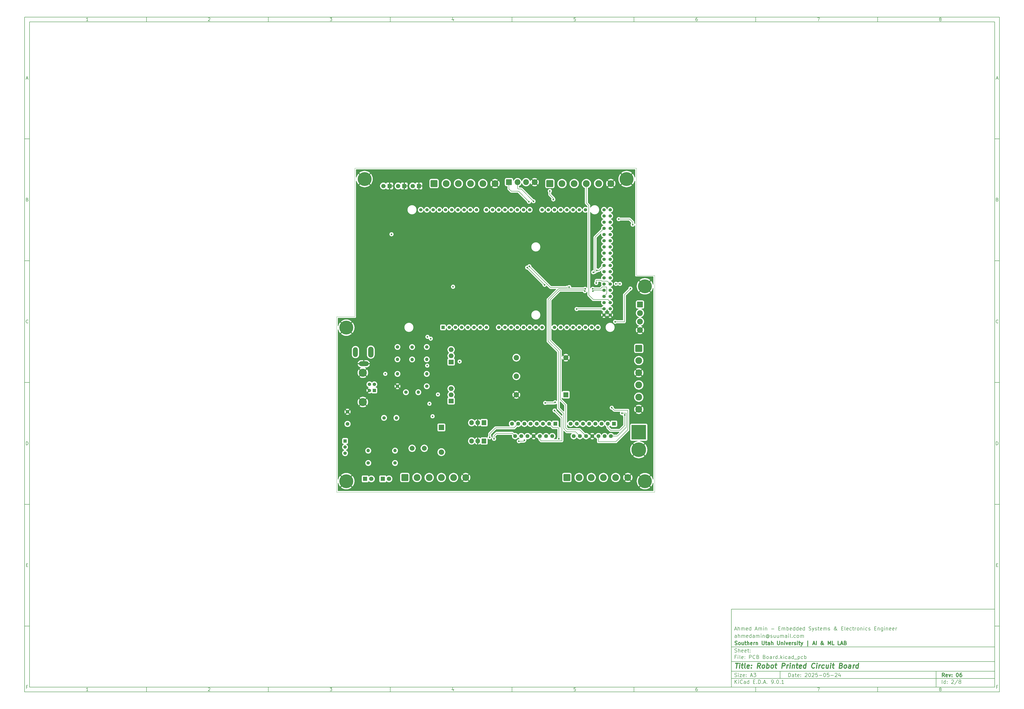
<source format=gbr>
%TF.GenerationSoftware,KiCad,Pcbnew,9.0.1*%
%TF.CreationDate,2025-05-27T23:19:40-06:00*%
%TF.ProjectId,PCB Board,50434220-426f-4617-9264-2e6b69636164,06*%
%TF.SameCoordinates,Original*%
%TF.FileFunction,Copper,L2,Inr*%
%TF.FilePolarity,Positive*%
%FSLAX46Y46*%
G04 Gerber Fmt 4.6, Leading zero omitted, Abs format (unit mm)*
G04 Created by KiCad (PCBNEW 9.0.1) date 2025-05-27 23:19:40*
%MOMM*%
%LPD*%
G01*
G04 APERTURE LIST*
G04 Aperture macros list*
%AMRoundRect*
0 Rectangle with rounded corners*
0 $1 Rounding radius*
0 $2 $3 $4 $5 $6 $7 $8 $9 X,Y pos of 4 corners*
0 Add a 4 corners polygon primitive as box body*
4,1,4,$2,$3,$4,$5,$6,$7,$8,$9,$2,$3,0*
0 Add four circle primitives for the rounded corners*
1,1,$1+$1,$2,$3*
1,1,$1+$1,$4,$5*
1,1,$1+$1,$6,$7*
1,1,$1+$1,$8,$9*
0 Add four rect primitives between the rounded corners*
20,1,$1+$1,$2,$3,$4,$5,0*
20,1,$1+$1,$4,$5,$6,$7,0*
20,1,$1+$1,$6,$7,$8,$9,0*
20,1,$1+$1,$8,$9,$2,$3,0*%
G04 Aperture macros list end*
%ADD10C,0.100000*%
%ADD11C,0.150000*%
%ADD12C,0.300000*%
%ADD13C,0.400000*%
%TA.AperFunction,ComponentPad*%
%ADD14RoundRect,0.250001X-1.149999X-1.149999X1.149999X-1.149999X1.149999X1.149999X-1.149999X1.149999X0*%
%TD*%
%TA.AperFunction,ComponentPad*%
%ADD15C,2.800000*%
%TD*%
%TA.AperFunction,ComponentPad*%
%ADD16C,5.700000*%
%TD*%
%TA.AperFunction,ComponentPad*%
%ADD17R,2.000000X1.905000*%
%TD*%
%TA.AperFunction,ComponentPad*%
%ADD18O,2.000000X1.905000*%
%TD*%
%TA.AperFunction,ComponentPad*%
%ADD19R,1.905000X2.000000*%
%TD*%
%TA.AperFunction,ComponentPad*%
%ADD20O,1.905000X2.000000*%
%TD*%
%TA.AperFunction,ComponentPad*%
%ADD21RoundRect,0.250001X-1.149999X1.149999X-1.149999X-1.149999X1.149999X-1.149999X1.149999X1.149999X0*%
%TD*%
%TA.AperFunction,ComponentPad*%
%ADD22C,1.400000*%
%TD*%
%TA.AperFunction,ComponentPad*%
%ADD23O,1.400000X1.400000*%
%TD*%
%TA.AperFunction,ComponentPad*%
%ADD24R,1.800000X1.800000*%
%TD*%
%TA.AperFunction,ComponentPad*%
%ADD25C,1.800000*%
%TD*%
%TA.AperFunction,ComponentPad*%
%ADD26C,1.358000*%
%TD*%
%TA.AperFunction,ComponentPad*%
%ADD27R,1.358000X1.358000*%
%TD*%
%TA.AperFunction,ComponentPad*%
%ADD28R,1.620000X1.620000*%
%TD*%
%TA.AperFunction,ComponentPad*%
%ADD29C,1.620000*%
%TD*%
%TA.AperFunction,ComponentPad*%
%ADD30C,1.508000*%
%TD*%
%TA.AperFunction,ComponentPad*%
%ADD31R,2.100000X2.100000*%
%TD*%
%TA.AperFunction,ComponentPad*%
%ADD32C,2.100000*%
%TD*%
%TA.AperFunction,ComponentPad*%
%ADD33C,2.200000*%
%TD*%
%TA.AperFunction,ComponentPad*%
%ADD34C,2.000000*%
%TD*%
%TA.AperFunction,ComponentPad*%
%ADD35R,1.408000X1.408000*%
%TD*%
%TA.AperFunction,ComponentPad*%
%ADD36C,1.408000*%
%TD*%
%TA.AperFunction,ComponentPad*%
%ADD37R,2.200000X2.200000*%
%TD*%
%TA.AperFunction,ComponentPad*%
%ADD38O,2.200000X2.200000*%
%TD*%
%TA.AperFunction,ComponentPad*%
%ADD39C,6.000000*%
%TD*%
%TA.AperFunction,ComponentPad*%
%ADD40R,6.000000X6.000000*%
%TD*%
%TA.AperFunction,ComponentPad*%
%ADD41RoundRect,0.250001X-0.949999X0.949999X-0.949999X-0.949999X0.949999X-0.949999X0.949999X0.949999X0*%
%TD*%
%TA.AperFunction,ComponentPad*%
%ADD42C,2.400000*%
%TD*%
%TA.AperFunction,ComponentPad*%
%ADD43RoundRect,0.250001X-0.949999X-0.949999X0.949999X-0.949999X0.949999X0.949999X-0.949999X0.949999X0*%
%TD*%
%TA.AperFunction,ComponentPad*%
%ADD44O,2.200000X4.400000*%
%TD*%
%TA.AperFunction,ComponentPad*%
%ADD45O,2.000000X4.000000*%
%TD*%
%TA.AperFunction,ComponentPad*%
%ADD46O,4.000000X2.000000*%
%TD*%
%TA.AperFunction,ComponentPad*%
%ADD47C,3.316000*%
%TD*%
%TA.AperFunction,ViaPad*%
%ADD48C,0.685800*%
%TD*%
%TA.AperFunction,Conductor*%
%ADD49C,0.200000*%
%TD*%
%TA.AperFunction,Profile*%
%ADD50C,0.038100*%
%TD*%
G04 APERTURE END LIST*
D10*
D11*
X299989000Y-253002200D02*
X407989000Y-253002200D01*
X407989000Y-285002200D01*
X299989000Y-285002200D01*
X299989000Y-253002200D01*
D10*
D11*
X10000000Y-10000000D02*
X409989000Y-10000000D01*
X409989000Y-287002200D01*
X10000000Y-287002200D01*
X10000000Y-10000000D01*
D10*
D11*
X12000000Y-12000000D02*
X407989000Y-12000000D01*
X407989000Y-285002200D01*
X12000000Y-285002200D01*
X12000000Y-12000000D01*
D10*
D11*
X60000000Y-12000000D02*
X60000000Y-10000000D01*
D10*
D11*
X110000000Y-12000000D02*
X110000000Y-10000000D01*
D10*
D11*
X160000000Y-12000000D02*
X160000000Y-10000000D01*
D10*
D11*
X210000000Y-12000000D02*
X210000000Y-10000000D01*
D10*
D11*
X260000000Y-12000000D02*
X260000000Y-10000000D01*
D10*
D11*
X310000000Y-12000000D02*
X310000000Y-10000000D01*
D10*
D11*
X360000000Y-12000000D02*
X360000000Y-10000000D01*
D10*
D11*
X36089160Y-11593604D02*
X35346303Y-11593604D01*
X35717731Y-11593604D02*
X35717731Y-10293604D01*
X35717731Y-10293604D02*
X35593922Y-10479319D01*
X35593922Y-10479319D02*
X35470112Y-10603128D01*
X35470112Y-10603128D02*
X35346303Y-10665033D01*
D10*
D11*
X85346303Y-10417414D02*
X85408207Y-10355509D01*
X85408207Y-10355509D02*
X85532017Y-10293604D01*
X85532017Y-10293604D02*
X85841541Y-10293604D01*
X85841541Y-10293604D02*
X85965350Y-10355509D01*
X85965350Y-10355509D02*
X86027255Y-10417414D01*
X86027255Y-10417414D02*
X86089160Y-10541223D01*
X86089160Y-10541223D02*
X86089160Y-10665033D01*
X86089160Y-10665033D02*
X86027255Y-10850747D01*
X86027255Y-10850747D02*
X85284398Y-11593604D01*
X85284398Y-11593604D02*
X86089160Y-11593604D01*
D10*
D11*
X135284398Y-10293604D02*
X136089160Y-10293604D01*
X136089160Y-10293604D02*
X135655826Y-10788842D01*
X135655826Y-10788842D02*
X135841541Y-10788842D01*
X135841541Y-10788842D02*
X135965350Y-10850747D01*
X135965350Y-10850747D02*
X136027255Y-10912652D01*
X136027255Y-10912652D02*
X136089160Y-11036461D01*
X136089160Y-11036461D02*
X136089160Y-11345985D01*
X136089160Y-11345985D02*
X136027255Y-11469795D01*
X136027255Y-11469795D02*
X135965350Y-11531700D01*
X135965350Y-11531700D02*
X135841541Y-11593604D01*
X135841541Y-11593604D02*
X135470112Y-11593604D01*
X135470112Y-11593604D02*
X135346303Y-11531700D01*
X135346303Y-11531700D02*
X135284398Y-11469795D01*
D10*
D11*
X185965350Y-10726938D02*
X185965350Y-11593604D01*
X185655826Y-10231700D02*
X185346303Y-11160271D01*
X185346303Y-11160271D02*
X186151064Y-11160271D01*
D10*
D11*
X236027255Y-10293604D02*
X235408207Y-10293604D01*
X235408207Y-10293604D02*
X235346303Y-10912652D01*
X235346303Y-10912652D02*
X235408207Y-10850747D01*
X235408207Y-10850747D02*
X235532017Y-10788842D01*
X235532017Y-10788842D02*
X235841541Y-10788842D01*
X235841541Y-10788842D02*
X235965350Y-10850747D01*
X235965350Y-10850747D02*
X236027255Y-10912652D01*
X236027255Y-10912652D02*
X236089160Y-11036461D01*
X236089160Y-11036461D02*
X236089160Y-11345985D01*
X236089160Y-11345985D02*
X236027255Y-11469795D01*
X236027255Y-11469795D02*
X235965350Y-11531700D01*
X235965350Y-11531700D02*
X235841541Y-11593604D01*
X235841541Y-11593604D02*
X235532017Y-11593604D01*
X235532017Y-11593604D02*
X235408207Y-11531700D01*
X235408207Y-11531700D02*
X235346303Y-11469795D01*
D10*
D11*
X285965350Y-10293604D02*
X285717731Y-10293604D01*
X285717731Y-10293604D02*
X285593922Y-10355509D01*
X285593922Y-10355509D02*
X285532017Y-10417414D01*
X285532017Y-10417414D02*
X285408207Y-10603128D01*
X285408207Y-10603128D02*
X285346303Y-10850747D01*
X285346303Y-10850747D02*
X285346303Y-11345985D01*
X285346303Y-11345985D02*
X285408207Y-11469795D01*
X285408207Y-11469795D02*
X285470112Y-11531700D01*
X285470112Y-11531700D02*
X285593922Y-11593604D01*
X285593922Y-11593604D02*
X285841541Y-11593604D01*
X285841541Y-11593604D02*
X285965350Y-11531700D01*
X285965350Y-11531700D02*
X286027255Y-11469795D01*
X286027255Y-11469795D02*
X286089160Y-11345985D01*
X286089160Y-11345985D02*
X286089160Y-11036461D01*
X286089160Y-11036461D02*
X286027255Y-10912652D01*
X286027255Y-10912652D02*
X285965350Y-10850747D01*
X285965350Y-10850747D02*
X285841541Y-10788842D01*
X285841541Y-10788842D02*
X285593922Y-10788842D01*
X285593922Y-10788842D02*
X285470112Y-10850747D01*
X285470112Y-10850747D02*
X285408207Y-10912652D01*
X285408207Y-10912652D02*
X285346303Y-11036461D01*
D10*
D11*
X335284398Y-10293604D02*
X336151064Y-10293604D01*
X336151064Y-10293604D02*
X335593922Y-11593604D01*
D10*
D11*
X385593922Y-10850747D02*
X385470112Y-10788842D01*
X385470112Y-10788842D02*
X385408207Y-10726938D01*
X385408207Y-10726938D02*
X385346303Y-10603128D01*
X385346303Y-10603128D02*
X385346303Y-10541223D01*
X385346303Y-10541223D02*
X385408207Y-10417414D01*
X385408207Y-10417414D02*
X385470112Y-10355509D01*
X385470112Y-10355509D02*
X385593922Y-10293604D01*
X385593922Y-10293604D02*
X385841541Y-10293604D01*
X385841541Y-10293604D02*
X385965350Y-10355509D01*
X385965350Y-10355509D02*
X386027255Y-10417414D01*
X386027255Y-10417414D02*
X386089160Y-10541223D01*
X386089160Y-10541223D02*
X386089160Y-10603128D01*
X386089160Y-10603128D02*
X386027255Y-10726938D01*
X386027255Y-10726938D02*
X385965350Y-10788842D01*
X385965350Y-10788842D02*
X385841541Y-10850747D01*
X385841541Y-10850747D02*
X385593922Y-10850747D01*
X385593922Y-10850747D02*
X385470112Y-10912652D01*
X385470112Y-10912652D02*
X385408207Y-10974557D01*
X385408207Y-10974557D02*
X385346303Y-11098366D01*
X385346303Y-11098366D02*
X385346303Y-11345985D01*
X385346303Y-11345985D02*
X385408207Y-11469795D01*
X385408207Y-11469795D02*
X385470112Y-11531700D01*
X385470112Y-11531700D02*
X385593922Y-11593604D01*
X385593922Y-11593604D02*
X385841541Y-11593604D01*
X385841541Y-11593604D02*
X385965350Y-11531700D01*
X385965350Y-11531700D02*
X386027255Y-11469795D01*
X386027255Y-11469795D02*
X386089160Y-11345985D01*
X386089160Y-11345985D02*
X386089160Y-11098366D01*
X386089160Y-11098366D02*
X386027255Y-10974557D01*
X386027255Y-10974557D02*
X385965350Y-10912652D01*
X385965350Y-10912652D02*
X385841541Y-10850747D01*
D10*
D11*
X60000000Y-285002200D02*
X60000000Y-287002200D01*
D10*
D11*
X110000000Y-285002200D02*
X110000000Y-287002200D01*
D10*
D11*
X160000000Y-285002200D02*
X160000000Y-287002200D01*
D10*
D11*
X210000000Y-285002200D02*
X210000000Y-287002200D01*
D10*
D11*
X260000000Y-285002200D02*
X260000000Y-287002200D01*
D10*
D11*
X310000000Y-285002200D02*
X310000000Y-287002200D01*
D10*
D11*
X360000000Y-285002200D02*
X360000000Y-287002200D01*
D10*
D11*
X36089160Y-286595804D02*
X35346303Y-286595804D01*
X35717731Y-286595804D02*
X35717731Y-285295804D01*
X35717731Y-285295804D02*
X35593922Y-285481519D01*
X35593922Y-285481519D02*
X35470112Y-285605328D01*
X35470112Y-285605328D02*
X35346303Y-285667233D01*
D10*
D11*
X85346303Y-285419614D02*
X85408207Y-285357709D01*
X85408207Y-285357709D02*
X85532017Y-285295804D01*
X85532017Y-285295804D02*
X85841541Y-285295804D01*
X85841541Y-285295804D02*
X85965350Y-285357709D01*
X85965350Y-285357709D02*
X86027255Y-285419614D01*
X86027255Y-285419614D02*
X86089160Y-285543423D01*
X86089160Y-285543423D02*
X86089160Y-285667233D01*
X86089160Y-285667233D02*
X86027255Y-285852947D01*
X86027255Y-285852947D02*
X85284398Y-286595804D01*
X85284398Y-286595804D02*
X86089160Y-286595804D01*
D10*
D11*
X135284398Y-285295804D02*
X136089160Y-285295804D01*
X136089160Y-285295804D02*
X135655826Y-285791042D01*
X135655826Y-285791042D02*
X135841541Y-285791042D01*
X135841541Y-285791042D02*
X135965350Y-285852947D01*
X135965350Y-285852947D02*
X136027255Y-285914852D01*
X136027255Y-285914852D02*
X136089160Y-286038661D01*
X136089160Y-286038661D02*
X136089160Y-286348185D01*
X136089160Y-286348185D02*
X136027255Y-286471995D01*
X136027255Y-286471995D02*
X135965350Y-286533900D01*
X135965350Y-286533900D02*
X135841541Y-286595804D01*
X135841541Y-286595804D02*
X135470112Y-286595804D01*
X135470112Y-286595804D02*
X135346303Y-286533900D01*
X135346303Y-286533900D02*
X135284398Y-286471995D01*
D10*
D11*
X185965350Y-285729138D02*
X185965350Y-286595804D01*
X185655826Y-285233900D02*
X185346303Y-286162471D01*
X185346303Y-286162471D02*
X186151064Y-286162471D01*
D10*
D11*
X236027255Y-285295804D02*
X235408207Y-285295804D01*
X235408207Y-285295804D02*
X235346303Y-285914852D01*
X235346303Y-285914852D02*
X235408207Y-285852947D01*
X235408207Y-285852947D02*
X235532017Y-285791042D01*
X235532017Y-285791042D02*
X235841541Y-285791042D01*
X235841541Y-285791042D02*
X235965350Y-285852947D01*
X235965350Y-285852947D02*
X236027255Y-285914852D01*
X236027255Y-285914852D02*
X236089160Y-286038661D01*
X236089160Y-286038661D02*
X236089160Y-286348185D01*
X236089160Y-286348185D02*
X236027255Y-286471995D01*
X236027255Y-286471995D02*
X235965350Y-286533900D01*
X235965350Y-286533900D02*
X235841541Y-286595804D01*
X235841541Y-286595804D02*
X235532017Y-286595804D01*
X235532017Y-286595804D02*
X235408207Y-286533900D01*
X235408207Y-286533900D02*
X235346303Y-286471995D01*
D10*
D11*
X285965350Y-285295804D02*
X285717731Y-285295804D01*
X285717731Y-285295804D02*
X285593922Y-285357709D01*
X285593922Y-285357709D02*
X285532017Y-285419614D01*
X285532017Y-285419614D02*
X285408207Y-285605328D01*
X285408207Y-285605328D02*
X285346303Y-285852947D01*
X285346303Y-285852947D02*
X285346303Y-286348185D01*
X285346303Y-286348185D02*
X285408207Y-286471995D01*
X285408207Y-286471995D02*
X285470112Y-286533900D01*
X285470112Y-286533900D02*
X285593922Y-286595804D01*
X285593922Y-286595804D02*
X285841541Y-286595804D01*
X285841541Y-286595804D02*
X285965350Y-286533900D01*
X285965350Y-286533900D02*
X286027255Y-286471995D01*
X286027255Y-286471995D02*
X286089160Y-286348185D01*
X286089160Y-286348185D02*
X286089160Y-286038661D01*
X286089160Y-286038661D02*
X286027255Y-285914852D01*
X286027255Y-285914852D02*
X285965350Y-285852947D01*
X285965350Y-285852947D02*
X285841541Y-285791042D01*
X285841541Y-285791042D02*
X285593922Y-285791042D01*
X285593922Y-285791042D02*
X285470112Y-285852947D01*
X285470112Y-285852947D02*
X285408207Y-285914852D01*
X285408207Y-285914852D02*
X285346303Y-286038661D01*
D10*
D11*
X335284398Y-285295804D02*
X336151064Y-285295804D01*
X336151064Y-285295804D02*
X335593922Y-286595804D01*
D10*
D11*
X385593922Y-285852947D02*
X385470112Y-285791042D01*
X385470112Y-285791042D02*
X385408207Y-285729138D01*
X385408207Y-285729138D02*
X385346303Y-285605328D01*
X385346303Y-285605328D02*
X385346303Y-285543423D01*
X385346303Y-285543423D02*
X385408207Y-285419614D01*
X385408207Y-285419614D02*
X385470112Y-285357709D01*
X385470112Y-285357709D02*
X385593922Y-285295804D01*
X385593922Y-285295804D02*
X385841541Y-285295804D01*
X385841541Y-285295804D02*
X385965350Y-285357709D01*
X385965350Y-285357709D02*
X386027255Y-285419614D01*
X386027255Y-285419614D02*
X386089160Y-285543423D01*
X386089160Y-285543423D02*
X386089160Y-285605328D01*
X386089160Y-285605328D02*
X386027255Y-285729138D01*
X386027255Y-285729138D02*
X385965350Y-285791042D01*
X385965350Y-285791042D02*
X385841541Y-285852947D01*
X385841541Y-285852947D02*
X385593922Y-285852947D01*
X385593922Y-285852947D02*
X385470112Y-285914852D01*
X385470112Y-285914852D02*
X385408207Y-285976757D01*
X385408207Y-285976757D02*
X385346303Y-286100566D01*
X385346303Y-286100566D02*
X385346303Y-286348185D01*
X385346303Y-286348185D02*
X385408207Y-286471995D01*
X385408207Y-286471995D02*
X385470112Y-286533900D01*
X385470112Y-286533900D02*
X385593922Y-286595804D01*
X385593922Y-286595804D02*
X385841541Y-286595804D01*
X385841541Y-286595804D02*
X385965350Y-286533900D01*
X385965350Y-286533900D02*
X386027255Y-286471995D01*
X386027255Y-286471995D02*
X386089160Y-286348185D01*
X386089160Y-286348185D02*
X386089160Y-286100566D01*
X386089160Y-286100566D02*
X386027255Y-285976757D01*
X386027255Y-285976757D02*
X385965350Y-285914852D01*
X385965350Y-285914852D02*
X385841541Y-285852947D01*
D10*
D11*
X10000000Y-60000000D02*
X12000000Y-60000000D01*
D10*
D11*
X10000000Y-110000000D02*
X12000000Y-110000000D01*
D10*
D11*
X10000000Y-160000000D02*
X12000000Y-160000000D01*
D10*
D11*
X10000000Y-210000000D02*
X12000000Y-210000000D01*
D10*
D11*
X10000000Y-260000000D02*
X12000000Y-260000000D01*
D10*
D11*
X10690476Y-35222176D02*
X11309523Y-35222176D01*
X10566666Y-35593604D02*
X10999999Y-34293604D01*
X10999999Y-34293604D02*
X11433333Y-35593604D01*
D10*
D11*
X11092857Y-84912652D02*
X11278571Y-84974557D01*
X11278571Y-84974557D02*
X11340476Y-85036461D01*
X11340476Y-85036461D02*
X11402380Y-85160271D01*
X11402380Y-85160271D02*
X11402380Y-85345985D01*
X11402380Y-85345985D02*
X11340476Y-85469795D01*
X11340476Y-85469795D02*
X11278571Y-85531700D01*
X11278571Y-85531700D02*
X11154761Y-85593604D01*
X11154761Y-85593604D02*
X10659523Y-85593604D01*
X10659523Y-85593604D02*
X10659523Y-84293604D01*
X10659523Y-84293604D02*
X11092857Y-84293604D01*
X11092857Y-84293604D02*
X11216666Y-84355509D01*
X11216666Y-84355509D02*
X11278571Y-84417414D01*
X11278571Y-84417414D02*
X11340476Y-84541223D01*
X11340476Y-84541223D02*
X11340476Y-84665033D01*
X11340476Y-84665033D02*
X11278571Y-84788842D01*
X11278571Y-84788842D02*
X11216666Y-84850747D01*
X11216666Y-84850747D02*
X11092857Y-84912652D01*
X11092857Y-84912652D02*
X10659523Y-84912652D01*
D10*
D11*
X11402380Y-135469795D02*
X11340476Y-135531700D01*
X11340476Y-135531700D02*
X11154761Y-135593604D01*
X11154761Y-135593604D02*
X11030952Y-135593604D01*
X11030952Y-135593604D02*
X10845238Y-135531700D01*
X10845238Y-135531700D02*
X10721428Y-135407890D01*
X10721428Y-135407890D02*
X10659523Y-135284080D01*
X10659523Y-135284080D02*
X10597619Y-135036461D01*
X10597619Y-135036461D02*
X10597619Y-134850747D01*
X10597619Y-134850747D02*
X10659523Y-134603128D01*
X10659523Y-134603128D02*
X10721428Y-134479319D01*
X10721428Y-134479319D02*
X10845238Y-134355509D01*
X10845238Y-134355509D02*
X11030952Y-134293604D01*
X11030952Y-134293604D02*
X11154761Y-134293604D01*
X11154761Y-134293604D02*
X11340476Y-134355509D01*
X11340476Y-134355509D02*
X11402380Y-134417414D01*
D10*
D11*
X10659523Y-185593604D02*
X10659523Y-184293604D01*
X10659523Y-184293604D02*
X10969047Y-184293604D01*
X10969047Y-184293604D02*
X11154761Y-184355509D01*
X11154761Y-184355509D02*
X11278571Y-184479319D01*
X11278571Y-184479319D02*
X11340476Y-184603128D01*
X11340476Y-184603128D02*
X11402380Y-184850747D01*
X11402380Y-184850747D02*
X11402380Y-185036461D01*
X11402380Y-185036461D02*
X11340476Y-185284080D01*
X11340476Y-185284080D02*
X11278571Y-185407890D01*
X11278571Y-185407890D02*
X11154761Y-185531700D01*
X11154761Y-185531700D02*
X10969047Y-185593604D01*
X10969047Y-185593604D02*
X10659523Y-185593604D01*
D10*
D11*
X10721428Y-234912652D02*
X11154762Y-234912652D01*
X11340476Y-235593604D02*
X10721428Y-235593604D01*
X10721428Y-235593604D02*
X10721428Y-234293604D01*
X10721428Y-234293604D02*
X11340476Y-234293604D01*
D10*
D11*
X11185714Y-284912652D02*
X10752380Y-284912652D01*
X10752380Y-285593604D02*
X10752380Y-284293604D01*
X10752380Y-284293604D02*
X11371428Y-284293604D01*
D10*
D11*
X409989000Y-60000000D02*
X407989000Y-60000000D01*
D10*
D11*
X409989000Y-110000000D02*
X407989000Y-110000000D01*
D10*
D11*
X409989000Y-160000000D02*
X407989000Y-160000000D01*
D10*
D11*
X409989000Y-210000000D02*
X407989000Y-210000000D01*
D10*
D11*
X409989000Y-260000000D02*
X407989000Y-260000000D01*
D10*
D11*
X408679476Y-35222176D02*
X409298523Y-35222176D01*
X408555666Y-35593604D02*
X408988999Y-34293604D01*
X408988999Y-34293604D02*
X409422333Y-35593604D01*
D10*
D11*
X409081857Y-84912652D02*
X409267571Y-84974557D01*
X409267571Y-84974557D02*
X409329476Y-85036461D01*
X409329476Y-85036461D02*
X409391380Y-85160271D01*
X409391380Y-85160271D02*
X409391380Y-85345985D01*
X409391380Y-85345985D02*
X409329476Y-85469795D01*
X409329476Y-85469795D02*
X409267571Y-85531700D01*
X409267571Y-85531700D02*
X409143761Y-85593604D01*
X409143761Y-85593604D02*
X408648523Y-85593604D01*
X408648523Y-85593604D02*
X408648523Y-84293604D01*
X408648523Y-84293604D02*
X409081857Y-84293604D01*
X409081857Y-84293604D02*
X409205666Y-84355509D01*
X409205666Y-84355509D02*
X409267571Y-84417414D01*
X409267571Y-84417414D02*
X409329476Y-84541223D01*
X409329476Y-84541223D02*
X409329476Y-84665033D01*
X409329476Y-84665033D02*
X409267571Y-84788842D01*
X409267571Y-84788842D02*
X409205666Y-84850747D01*
X409205666Y-84850747D02*
X409081857Y-84912652D01*
X409081857Y-84912652D02*
X408648523Y-84912652D01*
D10*
D11*
X409391380Y-135469795D02*
X409329476Y-135531700D01*
X409329476Y-135531700D02*
X409143761Y-135593604D01*
X409143761Y-135593604D02*
X409019952Y-135593604D01*
X409019952Y-135593604D02*
X408834238Y-135531700D01*
X408834238Y-135531700D02*
X408710428Y-135407890D01*
X408710428Y-135407890D02*
X408648523Y-135284080D01*
X408648523Y-135284080D02*
X408586619Y-135036461D01*
X408586619Y-135036461D02*
X408586619Y-134850747D01*
X408586619Y-134850747D02*
X408648523Y-134603128D01*
X408648523Y-134603128D02*
X408710428Y-134479319D01*
X408710428Y-134479319D02*
X408834238Y-134355509D01*
X408834238Y-134355509D02*
X409019952Y-134293604D01*
X409019952Y-134293604D02*
X409143761Y-134293604D01*
X409143761Y-134293604D02*
X409329476Y-134355509D01*
X409329476Y-134355509D02*
X409391380Y-134417414D01*
D10*
D11*
X408648523Y-185593604D02*
X408648523Y-184293604D01*
X408648523Y-184293604D02*
X408958047Y-184293604D01*
X408958047Y-184293604D02*
X409143761Y-184355509D01*
X409143761Y-184355509D02*
X409267571Y-184479319D01*
X409267571Y-184479319D02*
X409329476Y-184603128D01*
X409329476Y-184603128D02*
X409391380Y-184850747D01*
X409391380Y-184850747D02*
X409391380Y-185036461D01*
X409391380Y-185036461D02*
X409329476Y-185284080D01*
X409329476Y-185284080D02*
X409267571Y-185407890D01*
X409267571Y-185407890D02*
X409143761Y-185531700D01*
X409143761Y-185531700D02*
X408958047Y-185593604D01*
X408958047Y-185593604D02*
X408648523Y-185593604D01*
D10*
D11*
X408710428Y-234912652D02*
X409143762Y-234912652D01*
X409329476Y-235593604D02*
X408710428Y-235593604D01*
X408710428Y-235593604D02*
X408710428Y-234293604D01*
X408710428Y-234293604D02*
X409329476Y-234293604D01*
D10*
D11*
X409174714Y-284912652D02*
X408741380Y-284912652D01*
X408741380Y-285593604D02*
X408741380Y-284293604D01*
X408741380Y-284293604D02*
X409360428Y-284293604D01*
D10*
D11*
X323444826Y-280788328D02*
X323444826Y-279288328D01*
X323444826Y-279288328D02*
X323801969Y-279288328D01*
X323801969Y-279288328D02*
X324016255Y-279359757D01*
X324016255Y-279359757D02*
X324159112Y-279502614D01*
X324159112Y-279502614D02*
X324230541Y-279645471D01*
X324230541Y-279645471D02*
X324301969Y-279931185D01*
X324301969Y-279931185D02*
X324301969Y-280145471D01*
X324301969Y-280145471D02*
X324230541Y-280431185D01*
X324230541Y-280431185D02*
X324159112Y-280574042D01*
X324159112Y-280574042D02*
X324016255Y-280716900D01*
X324016255Y-280716900D02*
X323801969Y-280788328D01*
X323801969Y-280788328D02*
X323444826Y-280788328D01*
X325587684Y-280788328D02*
X325587684Y-280002614D01*
X325587684Y-280002614D02*
X325516255Y-279859757D01*
X325516255Y-279859757D02*
X325373398Y-279788328D01*
X325373398Y-279788328D02*
X325087684Y-279788328D01*
X325087684Y-279788328D02*
X324944826Y-279859757D01*
X325587684Y-280716900D02*
X325444826Y-280788328D01*
X325444826Y-280788328D02*
X325087684Y-280788328D01*
X325087684Y-280788328D02*
X324944826Y-280716900D01*
X324944826Y-280716900D02*
X324873398Y-280574042D01*
X324873398Y-280574042D02*
X324873398Y-280431185D01*
X324873398Y-280431185D02*
X324944826Y-280288328D01*
X324944826Y-280288328D02*
X325087684Y-280216900D01*
X325087684Y-280216900D02*
X325444826Y-280216900D01*
X325444826Y-280216900D02*
X325587684Y-280145471D01*
X326087684Y-279788328D02*
X326659112Y-279788328D01*
X326301969Y-279288328D02*
X326301969Y-280574042D01*
X326301969Y-280574042D02*
X326373398Y-280716900D01*
X326373398Y-280716900D02*
X326516255Y-280788328D01*
X326516255Y-280788328D02*
X326659112Y-280788328D01*
X327730541Y-280716900D02*
X327587684Y-280788328D01*
X327587684Y-280788328D02*
X327301970Y-280788328D01*
X327301970Y-280788328D02*
X327159112Y-280716900D01*
X327159112Y-280716900D02*
X327087684Y-280574042D01*
X327087684Y-280574042D02*
X327087684Y-280002614D01*
X327087684Y-280002614D02*
X327159112Y-279859757D01*
X327159112Y-279859757D02*
X327301970Y-279788328D01*
X327301970Y-279788328D02*
X327587684Y-279788328D01*
X327587684Y-279788328D02*
X327730541Y-279859757D01*
X327730541Y-279859757D02*
X327801970Y-280002614D01*
X327801970Y-280002614D02*
X327801970Y-280145471D01*
X327801970Y-280145471D02*
X327087684Y-280288328D01*
X328444826Y-280645471D02*
X328516255Y-280716900D01*
X328516255Y-280716900D02*
X328444826Y-280788328D01*
X328444826Y-280788328D02*
X328373398Y-280716900D01*
X328373398Y-280716900D02*
X328444826Y-280645471D01*
X328444826Y-280645471D02*
X328444826Y-280788328D01*
X328444826Y-279859757D02*
X328516255Y-279931185D01*
X328516255Y-279931185D02*
X328444826Y-280002614D01*
X328444826Y-280002614D02*
X328373398Y-279931185D01*
X328373398Y-279931185D02*
X328444826Y-279859757D01*
X328444826Y-279859757D02*
X328444826Y-280002614D01*
X330230541Y-279431185D02*
X330301969Y-279359757D01*
X330301969Y-279359757D02*
X330444827Y-279288328D01*
X330444827Y-279288328D02*
X330801969Y-279288328D01*
X330801969Y-279288328D02*
X330944827Y-279359757D01*
X330944827Y-279359757D02*
X331016255Y-279431185D01*
X331016255Y-279431185D02*
X331087684Y-279574042D01*
X331087684Y-279574042D02*
X331087684Y-279716900D01*
X331087684Y-279716900D02*
X331016255Y-279931185D01*
X331016255Y-279931185D02*
X330159112Y-280788328D01*
X330159112Y-280788328D02*
X331087684Y-280788328D01*
X332016255Y-279288328D02*
X332159112Y-279288328D01*
X332159112Y-279288328D02*
X332301969Y-279359757D01*
X332301969Y-279359757D02*
X332373398Y-279431185D01*
X332373398Y-279431185D02*
X332444826Y-279574042D01*
X332444826Y-279574042D02*
X332516255Y-279859757D01*
X332516255Y-279859757D02*
X332516255Y-280216900D01*
X332516255Y-280216900D02*
X332444826Y-280502614D01*
X332444826Y-280502614D02*
X332373398Y-280645471D01*
X332373398Y-280645471D02*
X332301969Y-280716900D01*
X332301969Y-280716900D02*
X332159112Y-280788328D01*
X332159112Y-280788328D02*
X332016255Y-280788328D01*
X332016255Y-280788328D02*
X331873398Y-280716900D01*
X331873398Y-280716900D02*
X331801969Y-280645471D01*
X331801969Y-280645471D02*
X331730540Y-280502614D01*
X331730540Y-280502614D02*
X331659112Y-280216900D01*
X331659112Y-280216900D02*
X331659112Y-279859757D01*
X331659112Y-279859757D02*
X331730540Y-279574042D01*
X331730540Y-279574042D02*
X331801969Y-279431185D01*
X331801969Y-279431185D02*
X331873398Y-279359757D01*
X331873398Y-279359757D02*
X332016255Y-279288328D01*
X333087683Y-279431185D02*
X333159111Y-279359757D01*
X333159111Y-279359757D02*
X333301969Y-279288328D01*
X333301969Y-279288328D02*
X333659111Y-279288328D01*
X333659111Y-279288328D02*
X333801969Y-279359757D01*
X333801969Y-279359757D02*
X333873397Y-279431185D01*
X333873397Y-279431185D02*
X333944826Y-279574042D01*
X333944826Y-279574042D02*
X333944826Y-279716900D01*
X333944826Y-279716900D02*
X333873397Y-279931185D01*
X333873397Y-279931185D02*
X333016254Y-280788328D01*
X333016254Y-280788328D02*
X333944826Y-280788328D01*
X335301968Y-279288328D02*
X334587682Y-279288328D01*
X334587682Y-279288328D02*
X334516254Y-280002614D01*
X334516254Y-280002614D02*
X334587682Y-279931185D01*
X334587682Y-279931185D02*
X334730540Y-279859757D01*
X334730540Y-279859757D02*
X335087682Y-279859757D01*
X335087682Y-279859757D02*
X335230540Y-279931185D01*
X335230540Y-279931185D02*
X335301968Y-280002614D01*
X335301968Y-280002614D02*
X335373397Y-280145471D01*
X335373397Y-280145471D02*
X335373397Y-280502614D01*
X335373397Y-280502614D02*
X335301968Y-280645471D01*
X335301968Y-280645471D02*
X335230540Y-280716900D01*
X335230540Y-280716900D02*
X335087682Y-280788328D01*
X335087682Y-280788328D02*
X334730540Y-280788328D01*
X334730540Y-280788328D02*
X334587682Y-280716900D01*
X334587682Y-280716900D02*
X334516254Y-280645471D01*
X336016253Y-280216900D02*
X337159111Y-280216900D01*
X338159111Y-279288328D02*
X338301968Y-279288328D01*
X338301968Y-279288328D02*
X338444825Y-279359757D01*
X338444825Y-279359757D02*
X338516254Y-279431185D01*
X338516254Y-279431185D02*
X338587682Y-279574042D01*
X338587682Y-279574042D02*
X338659111Y-279859757D01*
X338659111Y-279859757D02*
X338659111Y-280216900D01*
X338659111Y-280216900D02*
X338587682Y-280502614D01*
X338587682Y-280502614D02*
X338516254Y-280645471D01*
X338516254Y-280645471D02*
X338444825Y-280716900D01*
X338444825Y-280716900D02*
X338301968Y-280788328D01*
X338301968Y-280788328D02*
X338159111Y-280788328D01*
X338159111Y-280788328D02*
X338016254Y-280716900D01*
X338016254Y-280716900D02*
X337944825Y-280645471D01*
X337944825Y-280645471D02*
X337873396Y-280502614D01*
X337873396Y-280502614D02*
X337801968Y-280216900D01*
X337801968Y-280216900D02*
X337801968Y-279859757D01*
X337801968Y-279859757D02*
X337873396Y-279574042D01*
X337873396Y-279574042D02*
X337944825Y-279431185D01*
X337944825Y-279431185D02*
X338016254Y-279359757D01*
X338016254Y-279359757D02*
X338159111Y-279288328D01*
X340016253Y-279288328D02*
X339301967Y-279288328D01*
X339301967Y-279288328D02*
X339230539Y-280002614D01*
X339230539Y-280002614D02*
X339301967Y-279931185D01*
X339301967Y-279931185D02*
X339444825Y-279859757D01*
X339444825Y-279859757D02*
X339801967Y-279859757D01*
X339801967Y-279859757D02*
X339944825Y-279931185D01*
X339944825Y-279931185D02*
X340016253Y-280002614D01*
X340016253Y-280002614D02*
X340087682Y-280145471D01*
X340087682Y-280145471D02*
X340087682Y-280502614D01*
X340087682Y-280502614D02*
X340016253Y-280645471D01*
X340016253Y-280645471D02*
X339944825Y-280716900D01*
X339944825Y-280716900D02*
X339801967Y-280788328D01*
X339801967Y-280788328D02*
X339444825Y-280788328D01*
X339444825Y-280788328D02*
X339301967Y-280716900D01*
X339301967Y-280716900D02*
X339230539Y-280645471D01*
X340730538Y-280216900D02*
X341873396Y-280216900D01*
X342516253Y-279431185D02*
X342587681Y-279359757D01*
X342587681Y-279359757D02*
X342730539Y-279288328D01*
X342730539Y-279288328D02*
X343087681Y-279288328D01*
X343087681Y-279288328D02*
X343230539Y-279359757D01*
X343230539Y-279359757D02*
X343301967Y-279431185D01*
X343301967Y-279431185D02*
X343373396Y-279574042D01*
X343373396Y-279574042D02*
X343373396Y-279716900D01*
X343373396Y-279716900D02*
X343301967Y-279931185D01*
X343301967Y-279931185D02*
X342444824Y-280788328D01*
X342444824Y-280788328D02*
X343373396Y-280788328D01*
X344659110Y-279788328D02*
X344659110Y-280788328D01*
X344301967Y-279216900D02*
X343944824Y-280288328D01*
X343944824Y-280288328D02*
X344873395Y-280288328D01*
D10*
D11*
X299989000Y-281502200D02*
X407989000Y-281502200D01*
D10*
D11*
X301444826Y-283588328D02*
X301444826Y-282088328D01*
X302301969Y-283588328D02*
X301659112Y-282731185D01*
X302301969Y-282088328D02*
X301444826Y-282945471D01*
X302944826Y-283588328D02*
X302944826Y-282588328D01*
X302944826Y-282088328D02*
X302873398Y-282159757D01*
X302873398Y-282159757D02*
X302944826Y-282231185D01*
X302944826Y-282231185D02*
X303016255Y-282159757D01*
X303016255Y-282159757D02*
X302944826Y-282088328D01*
X302944826Y-282088328D02*
X302944826Y-282231185D01*
X304516255Y-283445471D02*
X304444827Y-283516900D01*
X304444827Y-283516900D02*
X304230541Y-283588328D01*
X304230541Y-283588328D02*
X304087684Y-283588328D01*
X304087684Y-283588328D02*
X303873398Y-283516900D01*
X303873398Y-283516900D02*
X303730541Y-283374042D01*
X303730541Y-283374042D02*
X303659112Y-283231185D01*
X303659112Y-283231185D02*
X303587684Y-282945471D01*
X303587684Y-282945471D02*
X303587684Y-282731185D01*
X303587684Y-282731185D02*
X303659112Y-282445471D01*
X303659112Y-282445471D02*
X303730541Y-282302614D01*
X303730541Y-282302614D02*
X303873398Y-282159757D01*
X303873398Y-282159757D02*
X304087684Y-282088328D01*
X304087684Y-282088328D02*
X304230541Y-282088328D01*
X304230541Y-282088328D02*
X304444827Y-282159757D01*
X304444827Y-282159757D02*
X304516255Y-282231185D01*
X305801970Y-283588328D02*
X305801970Y-282802614D01*
X305801970Y-282802614D02*
X305730541Y-282659757D01*
X305730541Y-282659757D02*
X305587684Y-282588328D01*
X305587684Y-282588328D02*
X305301970Y-282588328D01*
X305301970Y-282588328D02*
X305159112Y-282659757D01*
X305801970Y-283516900D02*
X305659112Y-283588328D01*
X305659112Y-283588328D02*
X305301970Y-283588328D01*
X305301970Y-283588328D02*
X305159112Y-283516900D01*
X305159112Y-283516900D02*
X305087684Y-283374042D01*
X305087684Y-283374042D02*
X305087684Y-283231185D01*
X305087684Y-283231185D02*
X305159112Y-283088328D01*
X305159112Y-283088328D02*
X305301970Y-283016900D01*
X305301970Y-283016900D02*
X305659112Y-283016900D01*
X305659112Y-283016900D02*
X305801970Y-282945471D01*
X307159113Y-283588328D02*
X307159113Y-282088328D01*
X307159113Y-283516900D02*
X307016255Y-283588328D01*
X307016255Y-283588328D02*
X306730541Y-283588328D01*
X306730541Y-283588328D02*
X306587684Y-283516900D01*
X306587684Y-283516900D02*
X306516255Y-283445471D01*
X306516255Y-283445471D02*
X306444827Y-283302614D01*
X306444827Y-283302614D02*
X306444827Y-282874042D01*
X306444827Y-282874042D02*
X306516255Y-282731185D01*
X306516255Y-282731185D02*
X306587684Y-282659757D01*
X306587684Y-282659757D02*
X306730541Y-282588328D01*
X306730541Y-282588328D02*
X307016255Y-282588328D01*
X307016255Y-282588328D02*
X307159113Y-282659757D01*
X309016255Y-282802614D02*
X309516255Y-282802614D01*
X309730541Y-283588328D02*
X309016255Y-283588328D01*
X309016255Y-283588328D02*
X309016255Y-282088328D01*
X309016255Y-282088328D02*
X309730541Y-282088328D01*
X310373398Y-283445471D02*
X310444827Y-283516900D01*
X310444827Y-283516900D02*
X310373398Y-283588328D01*
X310373398Y-283588328D02*
X310301970Y-283516900D01*
X310301970Y-283516900D02*
X310373398Y-283445471D01*
X310373398Y-283445471D02*
X310373398Y-283588328D01*
X311087684Y-283588328D02*
X311087684Y-282088328D01*
X311087684Y-282088328D02*
X311444827Y-282088328D01*
X311444827Y-282088328D02*
X311659113Y-282159757D01*
X311659113Y-282159757D02*
X311801970Y-282302614D01*
X311801970Y-282302614D02*
X311873399Y-282445471D01*
X311873399Y-282445471D02*
X311944827Y-282731185D01*
X311944827Y-282731185D02*
X311944827Y-282945471D01*
X311944827Y-282945471D02*
X311873399Y-283231185D01*
X311873399Y-283231185D02*
X311801970Y-283374042D01*
X311801970Y-283374042D02*
X311659113Y-283516900D01*
X311659113Y-283516900D02*
X311444827Y-283588328D01*
X311444827Y-283588328D02*
X311087684Y-283588328D01*
X312587684Y-283445471D02*
X312659113Y-283516900D01*
X312659113Y-283516900D02*
X312587684Y-283588328D01*
X312587684Y-283588328D02*
X312516256Y-283516900D01*
X312516256Y-283516900D02*
X312587684Y-283445471D01*
X312587684Y-283445471D02*
X312587684Y-283588328D01*
X313230542Y-283159757D02*
X313944828Y-283159757D01*
X313087685Y-283588328D02*
X313587685Y-282088328D01*
X313587685Y-282088328D02*
X314087685Y-283588328D01*
X314587684Y-283445471D02*
X314659113Y-283516900D01*
X314659113Y-283516900D02*
X314587684Y-283588328D01*
X314587684Y-283588328D02*
X314516256Y-283516900D01*
X314516256Y-283516900D02*
X314587684Y-283445471D01*
X314587684Y-283445471D02*
X314587684Y-283588328D01*
X316516256Y-283588328D02*
X316801970Y-283588328D01*
X316801970Y-283588328D02*
X316944827Y-283516900D01*
X316944827Y-283516900D02*
X317016256Y-283445471D01*
X317016256Y-283445471D02*
X317159113Y-283231185D01*
X317159113Y-283231185D02*
X317230542Y-282945471D01*
X317230542Y-282945471D02*
X317230542Y-282374042D01*
X317230542Y-282374042D02*
X317159113Y-282231185D01*
X317159113Y-282231185D02*
X317087685Y-282159757D01*
X317087685Y-282159757D02*
X316944827Y-282088328D01*
X316944827Y-282088328D02*
X316659113Y-282088328D01*
X316659113Y-282088328D02*
X316516256Y-282159757D01*
X316516256Y-282159757D02*
X316444827Y-282231185D01*
X316444827Y-282231185D02*
X316373399Y-282374042D01*
X316373399Y-282374042D02*
X316373399Y-282731185D01*
X316373399Y-282731185D02*
X316444827Y-282874042D01*
X316444827Y-282874042D02*
X316516256Y-282945471D01*
X316516256Y-282945471D02*
X316659113Y-283016900D01*
X316659113Y-283016900D02*
X316944827Y-283016900D01*
X316944827Y-283016900D02*
X317087685Y-282945471D01*
X317087685Y-282945471D02*
X317159113Y-282874042D01*
X317159113Y-282874042D02*
X317230542Y-282731185D01*
X317873398Y-283445471D02*
X317944827Y-283516900D01*
X317944827Y-283516900D02*
X317873398Y-283588328D01*
X317873398Y-283588328D02*
X317801970Y-283516900D01*
X317801970Y-283516900D02*
X317873398Y-283445471D01*
X317873398Y-283445471D02*
X317873398Y-283588328D01*
X318873399Y-282088328D02*
X319016256Y-282088328D01*
X319016256Y-282088328D02*
X319159113Y-282159757D01*
X319159113Y-282159757D02*
X319230542Y-282231185D01*
X319230542Y-282231185D02*
X319301970Y-282374042D01*
X319301970Y-282374042D02*
X319373399Y-282659757D01*
X319373399Y-282659757D02*
X319373399Y-283016900D01*
X319373399Y-283016900D02*
X319301970Y-283302614D01*
X319301970Y-283302614D02*
X319230542Y-283445471D01*
X319230542Y-283445471D02*
X319159113Y-283516900D01*
X319159113Y-283516900D02*
X319016256Y-283588328D01*
X319016256Y-283588328D02*
X318873399Y-283588328D01*
X318873399Y-283588328D02*
X318730542Y-283516900D01*
X318730542Y-283516900D02*
X318659113Y-283445471D01*
X318659113Y-283445471D02*
X318587684Y-283302614D01*
X318587684Y-283302614D02*
X318516256Y-283016900D01*
X318516256Y-283016900D02*
X318516256Y-282659757D01*
X318516256Y-282659757D02*
X318587684Y-282374042D01*
X318587684Y-282374042D02*
X318659113Y-282231185D01*
X318659113Y-282231185D02*
X318730542Y-282159757D01*
X318730542Y-282159757D02*
X318873399Y-282088328D01*
X320016255Y-283445471D02*
X320087684Y-283516900D01*
X320087684Y-283516900D02*
X320016255Y-283588328D01*
X320016255Y-283588328D02*
X319944827Y-283516900D01*
X319944827Y-283516900D02*
X320016255Y-283445471D01*
X320016255Y-283445471D02*
X320016255Y-283588328D01*
X321516256Y-283588328D02*
X320659113Y-283588328D01*
X321087684Y-283588328D02*
X321087684Y-282088328D01*
X321087684Y-282088328D02*
X320944827Y-282302614D01*
X320944827Y-282302614D02*
X320801970Y-282445471D01*
X320801970Y-282445471D02*
X320659113Y-282516900D01*
D10*
D11*
X299989000Y-278502200D02*
X407989000Y-278502200D01*
D10*
D12*
X387400653Y-280780528D02*
X386900653Y-280066242D01*
X386543510Y-280780528D02*
X386543510Y-279280528D01*
X386543510Y-279280528D02*
X387114939Y-279280528D01*
X387114939Y-279280528D02*
X387257796Y-279351957D01*
X387257796Y-279351957D02*
X387329225Y-279423385D01*
X387329225Y-279423385D02*
X387400653Y-279566242D01*
X387400653Y-279566242D02*
X387400653Y-279780528D01*
X387400653Y-279780528D02*
X387329225Y-279923385D01*
X387329225Y-279923385D02*
X387257796Y-279994814D01*
X387257796Y-279994814D02*
X387114939Y-280066242D01*
X387114939Y-280066242D02*
X386543510Y-280066242D01*
X388614939Y-280709100D02*
X388472082Y-280780528D01*
X388472082Y-280780528D02*
X388186368Y-280780528D01*
X388186368Y-280780528D02*
X388043510Y-280709100D01*
X388043510Y-280709100D02*
X387972082Y-280566242D01*
X387972082Y-280566242D02*
X387972082Y-279994814D01*
X387972082Y-279994814D02*
X388043510Y-279851957D01*
X388043510Y-279851957D02*
X388186368Y-279780528D01*
X388186368Y-279780528D02*
X388472082Y-279780528D01*
X388472082Y-279780528D02*
X388614939Y-279851957D01*
X388614939Y-279851957D02*
X388686368Y-279994814D01*
X388686368Y-279994814D02*
X388686368Y-280137671D01*
X388686368Y-280137671D02*
X387972082Y-280280528D01*
X389186367Y-279780528D02*
X389543510Y-280780528D01*
X389543510Y-280780528D02*
X389900653Y-279780528D01*
X390472081Y-280637671D02*
X390543510Y-280709100D01*
X390543510Y-280709100D02*
X390472081Y-280780528D01*
X390472081Y-280780528D02*
X390400653Y-280709100D01*
X390400653Y-280709100D02*
X390472081Y-280637671D01*
X390472081Y-280637671D02*
X390472081Y-280780528D01*
X390472081Y-279851957D02*
X390543510Y-279923385D01*
X390543510Y-279923385D02*
X390472081Y-279994814D01*
X390472081Y-279994814D02*
X390400653Y-279923385D01*
X390400653Y-279923385D02*
X390472081Y-279851957D01*
X390472081Y-279851957D02*
X390472081Y-279994814D01*
X392614939Y-279280528D02*
X392757796Y-279280528D01*
X392757796Y-279280528D02*
X392900653Y-279351957D01*
X392900653Y-279351957D02*
X392972082Y-279423385D01*
X392972082Y-279423385D02*
X393043510Y-279566242D01*
X393043510Y-279566242D02*
X393114939Y-279851957D01*
X393114939Y-279851957D02*
X393114939Y-280209100D01*
X393114939Y-280209100D02*
X393043510Y-280494814D01*
X393043510Y-280494814D02*
X392972082Y-280637671D01*
X392972082Y-280637671D02*
X392900653Y-280709100D01*
X392900653Y-280709100D02*
X392757796Y-280780528D01*
X392757796Y-280780528D02*
X392614939Y-280780528D01*
X392614939Y-280780528D02*
X392472082Y-280709100D01*
X392472082Y-280709100D02*
X392400653Y-280637671D01*
X392400653Y-280637671D02*
X392329224Y-280494814D01*
X392329224Y-280494814D02*
X392257796Y-280209100D01*
X392257796Y-280209100D02*
X392257796Y-279851957D01*
X392257796Y-279851957D02*
X392329224Y-279566242D01*
X392329224Y-279566242D02*
X392400653Y-279423385D01*
X392400653Y-279423385D02*
X392472082Y-279351957D01*
X392472082Y-279351957D02*
X392614939Y-279280528D01*
X394400653Y-279280528D02*
X394114938Y-279280528D01*
X394114938Y-279280528D02*
X393972081Y-279351957D01*
X393972081Y-279351957D02*
X393900653Y-279423385D01*
X393900653Y-279423385D02*
X393757795Y-279637671D01*
X393757795Y-279637671D02*
X393686367Y-279923385D01*
X393686367Y-279923385D02*
X393686367Y-280494814D01*
X393686367Y-280494814D02*
X393757795Y-280637671D01*
X393757795Y-280637671D02*
X393829224Y-280709100D01*
X393829224Y-280709100D02*
X393972081Y-280780528D01*
X393972081Y-280780528D02*
X394257795Y-280780528D01*
X394257795Y-280780528D02*
X394400653Y-280709100D01*
X394400653Y-280709100D02*
X394472081Y-280637671D01*
X394472081Y-280637671D02*
X394543510Y-280494814D01*
X394543510Y-280494814D02*
X394543510Y-280137671D01*
X394543510Y-280137671D02*
X394472081Y-279994814D01*
X394472081Y-279994814D02*
X394400653Y-279923385D01*
X394400653Y-279923385D02*
X394257795Y-279851957D01*
X394257795Y-279851957D02*
X393972081Y-279851957D01*
X393972081Y-279851957D02*
X393829224Y-279923385D01*
X393829224Y-279923385D02*
X393757795Y-279994814D01*
X393757795Y-279994814D02*
X393686367Y-280137671D01*
D10*
D11*
X301373398Y-280716900D02*
X301587684Y-280788328D01*
X301587684Y-280788328D02*
X301944826Y-280788328D01*
X301944826Y-280788328D02*
X302087684Y-280716900D01*
X302087684Y-280716900D02*
X302159112Y-280645471D01*
X302159112Y-280645471D02*
X302230541Y-280502614D01*
X302230541Y-280502614D02*
X302230541Y-280359757D01*
X302230541Y-280359757D02*
X302159112Y-280216900D01*
X302159112Y-280216900D02*
X302087684Y-280145471D01*
X302087684Y-280145471D02*
X301944826Y-280074042D01*
X301944826Y-280074042D02*
X301659112Y-280002614D01*
X301659112Y-280002614D02*
X301516255Y-279931185D01*
X301516255Y-279931185D02*
X301444826Y-279859757D01*
X301444826Y-279859757D02*
X301373398Y-279716900D01*
X301373398Y-279716900D02*
X301373398Y-279574042D01*
X301373398Y-279574042D02*
X301444826Y-279431185D01*
X301444826Y-279431185D02*
X301516255Y-279359757D01*
X301516255Y-279359757D02*
X301659112Y-279288328D01*
X301659112Y-279288328D02*
X302016255Y-279288328D01*
X302016255Y-279288328D02*
X302230541Y-279359757D01*
X302873397Y-280788328D02*
X302873397Y-279788328D01*
X302873397Y-279288328D02*
X302801969Y-279359757D01*
X302801969Y-279359757D02*
X302873397Y-279431185D01*
X302873397Y-279431185D02*
X302944826Y-279359757D01*
X302944826Y-279359757D02*
X302873397Y-279288328D01*
X302873397Y-279288328D02*
X302873397Y-279431185D01*
X303444826Y-279788328D02*
X304230541Y-279788328D01*
X304230541Y-279788328D02*
X303444826Y-280788328D01*
X303444826Y-280788328D02*
X304230541Y-280788328D01*
X305373398Y-280716900D02*
X305230541Y-280788328D01*
X305230541Y-280788328D02*
X304944827Y-280788328D01*
X304944827Y-280788328D02*
X304801969Y-280716900D01*
X304801969Y-280716900D02*
X304730541Y-280574042D01*
X304730541Y-280574042D02*
X304730541Y-280002614D01*
X304730541Y-280002614D02*
X304801969Y-279859757D01*
X304801969Y-279859757D02*
X304944827Y-279788328D01*
X304944827Y-279788328D02*
X305230541Y-279788328D01*
X305230541Y-279788328D02*
X305373398Y-279859757D01*
X305373398Y-279859757D02*
X305444827Y-280002614D01*
X305444827Y-280002614D02*
X305444827Y-280145471D01*
X305444827Y-280145471D02*
X304730541Y-280288328D01*
X306087683Y-280645471D02*
X306159112Y-280716900D01*
X306159112Y-280716900D02*
X306087683Y-280788328D01*
X306087683Y-280788328D02*
X306016255Y-280716900D01*
X306016255Y-280716900D02*
X306087683Y-280645471D01*
X306087683Y-280645471D02*
X306087683Y-280788328D01*
X306087683Y-279859757D02*
X306159112Y-279931185D01*
X306159112Y-279931185D02*
X306087683Y-280002614D01*
X306087683Y-280002614D02*
X306016255Y-279931185D01*
X306016255Y-279931185D02*
X306087683Y-279859757D01*
X306087683Y-279859757D02*
X306087683Y-280002614D01*
X307873398Y-280359757D02*
X308587684Y-280359757D01*
X307730541Y-280788328D02*
X308230541Y-279288328D01*
X308230541Y-279288328D02*
X308730541Y-280788328D01*
X309087683Y-279288328D02*
X310016255Y-279288328D01*
X310016255Y-279288328D02*
X309516255Y-279859757D01*
X309516255Y-279859757D02*
X309730540Y-279859757D01*
X309730540Y-279859757D02*
X309873398Y-279931185D01*
X309873398Y-279931185D02*
X309944826Y-280002614D01*
X309944826Y-280002614D02*
X310016255Y-280145471D01*
X310016255Y-280145471D02*
X310016255Y-280502614D01*
X310016255Y-280502614D02*
X309944826Y-280645471D01*
X309944826Y-280645471D02*
X309873398Y-280716900D01*
X309873398Y-280716900D02*
X309730540Y-280788328D01*
X309730540Y-280788328D02*
X309301969Y-280788328D01*
X309301969Y-280788328D02*
X309159112Y-280716900D01*
X309159112Y-280716900D02*
X309087683Y-280645471D01*
D10*
D11*
X386444826Y-283588328D02*
X386444826Y-282088328D01*
X387801970Y-283588328D02*
X387801970Y-282088328D01*
X387801970Y-283516900D02*
X387659112Y-283588328D01*
X387659112Y-283588328D02*
X387373398Y-283588328D01*
X387373398Y-283588328D02*
X387230541Y-283516900D01*
X387230541Y-283516900D02*
X387159112Y-283445471D01*
X387159112Y-283445471D02*
X387087684Y-283302614D01*
X387087684Y-283302614D02*
X387087684Y-282874042D01*
X387087684Y-282874042D02*
X387159112Y-282731185D01*
X387159112Y-282731185D02*
X387230541Y-282659757D01*
X387230541Y-282659757D02*
X387373398Y-282588328D01*
X387373398Y-282588328D02*
X387659112Y-282588328D01*
X387659112Y-282588328D02*
X387801970Y-282659757D01*
X388516255Y-283445471D02*
X388587684Y-283516900D01*
X388587684Y-283516900D02*
X388516255Y-283588328D01*
X388516255Y-283588328D02*
X388444827Y-283516900D01*
X388444827Y-283516900D02*
X388516255Y-283445471D01*
X388516255Y-283445471D02*
X388516255Y-283588328D01*
X388516255Y-282659757D02*
X388587684Y-282731185D01*
X388587684Y-282731185D02*
X388516255Y-282802614D01*
X388516255Y-282802614D02*
X388444827Y-282731185D01*
X388444827Y-282731185D02*
X388516255Y-282659757D01*
X388516255Y-282659757D02*
X388516255Y-282802614D01*
X390301970Y-282231185D02*
X390373398Y-282159757D01*
X390373398Y-282159757D02*
X390516256Y-282088328D01*
X390516256Y-282088328D02*
X390873398Y-282088328D01*
X390873398Y-282088328D02*
X391016256Y-282159757D01*
X391016256Y-282159757D02*
X391087684Y-282231185D01*
X391087684Y-282231185D02*
X391159113Y-282374042D01*
X391159113Y-282374042D02*
X391159113Y-282516900D01*
X391159113Y-282516900D02*
X391087684Y-282731185D01*
X391087684Y-282731185D02*
X390230541Y-283588328D01*
X390230541Y-283588328D02*
X391159113Y-283588328D01*
X392873398Y-282016900D02*
X391587684Y-283945471D01*
X393587684Y-282731185D02*
X393444827Y-282659757D01*
X393444827Y-282659757D02*
X393373398Y-282588328D01*
X393373398Y-282588328D02*
X393301970Y-282445471D01*
X393301970Y-282445471D02*
X393301970Y-282374042D01*
X393301970Y-282374042D02*
X393373398Y-282231185D01*
X393373398Y-282231185D02*
X393444827Y-282159757D01*
X393444827Y-282159757D02*
X393587684Y-282088328D01*
X393587684Y-282088328D02*
X393873398Y-282088328D01*
X393873398Y-282088328D02*
X394016256Y-282159757D01*
X394016256Y-282159757D02*
X394087684Y-282231185D01*
X394087684Y-282231185D02*
X394159113Y-282374042D01*
X394159113Y-282374042D02*
X394159113Y-282445471D01*
X394159113Y-282445471D02*
X394087684Y-282588328D01*
X394087684Y-282588328D02*
X394016256Y-282659757D01*
X394016256Y-282659757D02*
X393873398Y-282731185D01*
X393873398Y-282731185D02*
X393587684Y-282731185D01*
X393587684Y-282731185D02*
X393444827Y-282802614D01*
X393444827Y-282802614D02*
X393373398Y-282874042D01*
X393373398Y-282874042D02*
X393301970Y-283016900D01*
X393301970Y-283016900D02*
X393301970Y-283302614D01*
X393301970Y-283302614D02*
X393373398Y-283445471D01*
X393373398Y-283445471D02*
X393444827Y-283516900D01*
X393444827Y-283516900D02*
X393587684Y-283588328D01*
X393587684Y-283588328D02*
X393873398Y-283588328D01*
X393873398Y-283588328D02*
X394016256Y-283516900D01*
X394016256Y-283516900D02*
X394087684Y-283445471D01*
X394087684Y-283445471D02*
X394159113Y-283302614D01*
X394159113Y-283302614D02*
X394159113Y-283016900D01*
X394159113Y-283016900D02*
X394087684Y-282874042D01*
X394087684Y-282874042D02*
X394016256Y-282802614D01*
X394016256Y-282802614D02*
X393873398Y-282731185D01*
D10*
D11*
X299989000Y-274502200D02*
X407989000Y-274502200D01*
D10*
D13*
X301680728Y-275206638D02*
X302823585Y-275206638D01*
X302002157Y-277206638D02*
X302252157Y-275206638D01*
X303240252Y-277206638D02*
X303406919Y-275873304D01*
X303490252Y-275206638D02*
X303383109Y-275301876D01*
X303383109Y-275301876D02*
X303466443Y-275397114D01*
X303466443Y-275397114D02*
X303573586Y-275301876D01*
X303573586Y-275301876D02*
X303490252Y-275206638D01*
X303490252Y-275206638D02*
X303466443Y-275397114D01*
X304073586Y-275873304D02*
X304835490Y-275873304D01*
X304442633Y-275206638D02*
X304228348Y-276920923D01*
X304228348Y-276920923D02*
X304299776Y-277111400D01*
X304299776Y-277111400D02*
X304478348Y-277206638D01*
X304478348Y-277206638D02*
X304668824Y-277206638D01*
X305621205Y-277206638D02*
X305442633Y-277111400D01*
X305442633Y-277111400D02*
X305371205Y-276920923D01*
X305371205Y-276920923D02*
X305585490Y-275206638D01*
X307156919Y-277111400D02*
X306954538Y-277206638D01*
X306954538Y-277206638D02*
X306573585Y-277206638D01*
X306573585Y-277206638D02*
X306395014Y-277111400D01*
X306395014Y-277111400D02*
X306323585Y-276920923D01*
X306323585Y-276920923D02*
X306418824Y-276159019D01*
X306418824Y-276159019D02*
X306537871Y-275968542D01*
X306537871Y-275968542D02*
X306740252Y-275873304D01*
X306740252Y-275873304D02*
X307121204Y-275873304D01*
X307121204Y-275873304D02*
X307299776Y-275968542D01*
X307299776Y-275968542D02*
X307371204Y-276159019D01*
X307371204Y-276159019D02*
X307347395Y-276349495D01*
X307347395Y-276349495D02*
X306371204Y-276539971D01*
X308121205Y-277016161D02*
X308204538Y-277111400D01*
X308204538Y-277111400D02*
X308097395Y-277206638D01*
X308097395Y-277206638D02*
X308014062Y-277111400D01*
X308014062Y-277111400D02*
X308121205Y-277016161D01*
X308121205Y-277016161D02*
X308097395Y-277206638D01*
X308252157Y-275968542D02*
X308335490Y-276063780D01*
X308335490Y-276063780D02*
X308228348Y-276159019D01*
X308228348Y-276159019D02*
X308145014Y-276063780D01*
X308145014Y-276063780D02*
X308252157Y-275968542D01*
X308252157Y-275968542D02*
X308228348Y-276159019D01*
X311716443Y-277206638D02*
X311168824Y-276254257D01*
X310573586Y-277206638D02*
X310823586Y-275206638D01*
X310823586Y-275206638D02*
X311585491Y-275206638D01*
X311585491Y-275206638D02*
X311764062Y-275301876D01*
X311764062Y-275301876D02*
X311847396Y-275397114D01*
X311847396Y-275397114D02*
X311918824Y-275587590D01*
X311918824Y-275587590D02*
X311883110Y-275873304D01*
X311883110Y-275873304D02*
X311764062Y-276063780D01*
X311764062Y-276063780D02*
X311656920Y-276159019D01*
X311656920Y-276159019D02*
X311454539Y-276254257D01*
X311454539Y-276254257D02*
X310692634Y-276254257D01*
X312859301Y-277206638D02*
X312680729Y-277111400D01*
X312680729Y-277111400D02*
X312597396Y-277016161D01*
X312597396Y-277016161D02*
X312525967Y-276825685D01*
X312525967Y-276825685D02*
X312597396Y-276254257D01*
X312597396Y-276254257D02*
X312716443Y-276063780D01*
X312716443Y-276063780D02*
X312823586Y-275968542D01*
X312823586Y-275968542D02*
X313025967Y-275873304D01*
X313025967Y-275873304D02*
X313311681Y-275873304D01*
X313311681Y-275873304D02*
X313490253Y-275968542D01*
X313490253Y-275968542D02*
X313573586Y-276063780D01*
X313573586Y-276063780D02*
X313645015Y-276254257D01*
X313645015Y-276254257D02*
X313573586Y-276825685D01*
X313573586Y-276825685D02*
X313454539Y-277016161D01*
X313454539Y-277016161D02*
X313347396Y-277111400D01*
X313347396Y-277111400D02*
X313145015Y-277206638D01*
X313145015Y-277206638D02*
X312859301Y-277206638D01*
X314383110Y-277206638D02*
X314633110Y-275206638D01*
X314537872Y-275968542D02*
X314740253Y-275873304D01*
X314740253Y-275873304D02*
X315121205Y-275873304D01*
X315121205Y-275873304D02*
X315299777Y-275968542D01*
X315299777Y-275968542D02*
X315383110Y-276063780D01*
X315383110Y-276063780D02*
X315454539Y-276254257D01*
X315454539Y-276254257D02*
X315383110Y-276825685D01*
X315383110Y-276825685D02*
X315264063Y-277016161D01*
X315264063Y-277016161D02*
X315156920Y-277111400D01*
X315156920Y-277111400D02*
X314954539Y-277206638D01*
X314954539Y-277206638D02*
X314573586Y-277206638D01*
X314573586Y-277206638D02*
X314395015Y-277111400D01*
X316478349Y-277206638D02*
X316299777Y-277111400D01*
X316299777Y-277111400D02*
X316216444Y-277016161D01*
X316216444Y-277016161D02*
X316145015Y-276825685D01*
X316145015Y-276825685D02*
X316216444Y-276254257D01*
X316216444Y-276254257D02*
X316335491Y-276063780D01*
X316335491Y-276063780D02*
X316442634Y-275968542D01*
X316442634Y-275968542D02*
X316645015Y-275873304D01*
X316645015Y-275873304D02*
X316930729Y-275873304D01*
X316930729Y-275873304D02*
X317109301Y-275968542D01*
X317109301Y-275968542D02*
X317192634Y-276063780D01*
X317192634Y-276063780D02*
X317264063Y-276254257D01*
X317264063Y-276254257D02*
X317192634Y-276825685D01*
X317192634Y-276825685D02*
X317073587Y-277016161D01*
X317073587Y-277016161D02*
X316966444Y-277111400D01*
X316966444Y-277111400D02*
X316764063Y-277206638D01*
X316764063Y-277206638D02*
X316478349Y-277206638D01*
X317883111Y-275873304D02*
X318645015Y-275873304D01*
X318252158Y-275206638D02*
X318037873Y-276920923D01*
X318037873Y-276920923D02*
X318109301Y-277111400D01*
X318109301Y-277111400D02*
X318287873Y-277206638D01*
X318287873Y-277206638D02*
X318478349Y-277206638D01*
X320668825Y-277206638D02*
X320918825Y-275206638D01*
X320918825Y-275206638D02*
X321680730Y-275206638D01*
X321680730Y-275206638D02*
X321859301Y-275301876D01*
X321859301Y-275301876D02*
X321942635Y-275397114D01*
X321942635Y-275397114D02*
X322014063Y-275587590D01*
X322014063Y-275587590D02*
X321978349Y-275873304D01*
X321978349Y-275873304D02*
X321859301Y-276063780D01*
X321859301Y-276063780D02*
X321752159Y-276159019D01*
X321752159Y-276159019D02*
X321549778Y-276254257D01*
X321549778Y-276254257D02*
X320787873Y-276254257D01*
X322668825Y-277206638D02*
X322835492Y-275873304D01*
X322787873Y-276254257D02*
X322906920Y-276063780D01*
X322906920Y-276063780D02*
X323014063Y-275968542D01*
X323014063Y-275968542D02*
X323216444Y-275873304D01*
X323216444Y-275873304D02*
X323406920Y-275873304D01*
X323906920Y-277206638D02*
X324073587Y-275873304D01*
X324156920Y-275206638D02*
X324049777Y-275301876D01*
X324049777Y-275301876D02*
X324133111Y-275397114D01*
X324133111Y-275397114D02*
X324240254Y-275301876D01*
X324240254Y-275301876D02*
X324156920Y-275206638D01*
X324156920Y-275206638D02*
X324133111Y-275397114D01*
X325025968Y-275873304D02*
X324859301Y-277206638D01*
X325002158Y-276063780D02*
X325109301Y-275968542D01*
X325109301Y-275968542D02*
X325311682Y-275873304D01*
X325311682Y-275873304D02*
X325597396Y-275873304D01*
X325597396Y-275873304D02*
X325775968Y-275968542D01*
X325775968Y-275968542D02*
X325847396Y-276159019D01*
X325847396Y-276159019D02*
X325716444Y-277206638D01*
X326549778Y-275873304D02*
X327311682Y-275873304D01*
X326918825Y-275206638D02*
X326704540Y-276920923D01*
X326704540Y-276920923D02*
X326775968Y-277111400D01*
X326775968Y-277111400D02*
X326954540Y-277206638D01*
X326954540Y-277206638D02*
X327145016Y-277206638D01*
X328585492Y-277111400D02*
X328383111Y-277206638D01*
X328383111Y-277206638D02*
X328002158Y-277206638D01*
X328002158Y-277206638D02*
X327823587Y-277111400D01*
X327823587Y-277111400D02*
X327752158Y-276920923D01*
X327752158Y-276920923D02*
X327847397Y-276159019D01*
X327847397Y-276159019D02*
X327966444Y-275968542D01*
X327966444Y-275968542D02*
X328168825Y-275873304D01*
X328168825Y-275873304D02*
X328549777Y-275873304D01*
X328549777Y-275873304D02*
X328728349Y-275968542D01*
X328728349Y-275968542D02*
X328799777Y-276159019D01*
X328799777Y-276159019D02*
X328775968Y-276349495D01*
X328775968Y-276349495D02*
X327799777Y-276539971D01*
X330383111Y-277206638D02*
X330633111Y-275206638D01*
X330395016Y-277111400D02*
X330192635Y-277206638D01*
X330192635Y-277206638D02*
X329811683Y-277206638D01*
X329811683Y-277206638D02*
X329633111Y-277111400D01*
X329633111Y-277111400D02*
X329549778Y-277016161D01*
X329549778Y-277016161D02*
X329478349Y-276825685D01*
X329478349Y-276825685D02*
X329549778Y-276254257D01*
X329549778Y-276254257D02*
X329668825Y-276063780D01*
X329668825Y-276063780D02*
X329775968Y-275968542D01*
X329775968Y-275968542D02*
X329978349Y-275873304D01*
X329978349Y-275873304D02*
X330359302Y-275873304D01*
X330359302Y-275873304D02*
X330537873Y-275968542D01*
X334025969Y-277016161D02*
X333918826Y-277111400D01*
X333918826Y-277111400D02*
X333621207Y-277206638D01*
X333621207Y-277206638D02*
X333430731Y-277206638D01*
X333430731Y-277206638D02*
X333156921Y-277111400D01*
X333156921Y-277111400D02*
X332990255Y-276920923D01*
X332990255Y-276920923D02*
X332918826Y-276730447D01*
X332918826Y-276730447D02*
X332871207Y-276349495D01*
X332871207Y-276349495D02*
X332906921Y-276063780D01*
X332906921Y-276063780D02*
X333049778Y-275682828D01*
X333049778Y-275682828D02*
X333168826Y-275492352D01*
X333168826Y-275492352D02*
X333383112Y-275301876D01*
X333383112Y-275301876D02*
X333680731Y-275206638D01*
X333680731Y-275206638D02*
X333871207Y-275206638D01*
X333871207Y-275206638D02*
X334145017Y-275301876D01*
X334145017Y-275301876D02*
X334228350Y-275397114D01*
X334859302Y-277206638D02*
X335025969Y-275873304D01*
X335109302Y-275206638D02*
X335002159Y-275301876D01*
X335002159Y-275301876D02*
X335085493Y-275397114D01*
X335085493Y-275397114D02*
X335192636Y-275301876D01*
X335192636Y-275301876D02*
X335109302Y-275206638D01*
X335109302Y-275206638D02*
X335085493Y-275397114D01*
X335811683Y-277206638D02*
X335978350Y-275873304D01*
X335930731Y-276254257D02*
X336049778Y-276063780D01*
X336049778Y-276063780D02*
X336156921Y-275968542D01*
X336156921Y-275968542D02*
X336359302Y-275873304D01*
X336359302Y-275873304D02*
X336549778Y-275873304D01*
X337918826Y-277111400D02*
X337716445Y-277206638D01*
X337716445Y-277206638D02*
X337335493Y-277206638D01*
X337335493Y-277206638D02*
X337156921Y-277111400D01*
X337156921Y-277111400D02*
X337073588Y-277016161D01*
X337073588Y-277016161D02*
X337002159Y-276825685D01*
X337002159Y-276825685D02*
X337073588Y-276254257D01*
X337073588Y-276254257D02*
X337192635Y-276063780D01*
X337192635Y-276063780D02*
X337299778Y-275968542D01*
X337299778Y-275968542D02*
X337502159Y-275873304D01*
X337502159Y-275873304D02*
X337883112Y-275873304D01*
X337883112Y-275873304D02*
X338061683Y-275968542D01*
X339787874Y-275873304D02*
X339621207Y-277206638D01*
X338930731Y-275873304D02*
X338799779Y-276920923D01*
X338799779Y-276920923D02*
X338871207Y-277111400D01*
X338871207Y-277111400D02*
X339049779Y-277206638D01*
X339049779Y-277206638D02*
X339335493Y-277206638D01*
X339335493Y-277206638D02*
X339537874Y-277111400D01*
X339537874Y-277111400D02*
X339645017Y-277016161D01*
X340573588Y-277206638D02*
X340740255Y-275873304D01*
X340823588Y-275206638D02*
X340716445Y-275301876D01*
X340716445Y-275301876D02*
X340799779Y-275397114D01*
X340799779Y-275397114D02*
X340906922Y-275301876D01*
X340906922Y-275301876D02*
X340823588Y-275206638D01*
X340823588Y-275206638D02*
X340799779Y-275397114D01*
X341406922Y-275873304D02*
X342168826Y-275873304D01*
X341775969Y-275206638D02*
X341561684Y-276920923D01*
X341561684Y-276920923D02*
X341633112Y-277111400D01*
X341633112Y-277111400D02*
X341811684Y-277206638D01*
X341811684Y-277206638D02*
X342002160Y-277206638D01*
X344990255Y-276159019D02*
X345264065Y-276254257D01*
X345264065Y-276254257D02*
X345347398Y-276349495D01*
X345347398Y-276349495D02*
X345418827Y-276539971D01*
X345418827Y-276539971D02*
X345383112Y-276825685D01*
X345383112Y-276825685D02*
X345264065Y-277016161D01*
X345264065Y-277016161D02*
X345156922Y-277111400D01*
X345156922Y-277111400D02*
X344954541Y-277206638D01*
X344954541Y-277206638D02*
X344192636Y-277206638D01*
X344192636Y-277206638D02*
X344442636Y-275206638D01*
X344442636Y-275206638D02*
X345109303Y-275206638D01*
X345109303Y-275206638D02*
X345287874Y-275301876D01*
X345287874Y-275301876D02*
X345371208Y-275397114D01*
X345371208Y-275397114D02*
X345442636Y-275587590D01*
X345442636Y-275587590D02*
X345418827Y-275778066D01*
X345418827Y-275778066D02*
X345299779Y-275968542D01*
X345299779Y-275968542D02*
X345192636Y-276063780D01*
X345192636Y-276063780D02*
X344990255Y-276159019D01*
X344990255Y-276159019D02*
X344323589Y-276159019D01*
X346478351Y-277206638D02*
X346299779Y-277111400D01*
X346299779Y-277111400D02*
X346216446Y-277016161D01*
X346216446Y-277016161D02*
X346145017Y-276825685D01*
X346145017Y-276825685D02*
X346216446Y-276254257D01*
X346216446Y-276254257D02*
X346335493Y-276063780D01*
X346335493Y-276063780D02*
X346442636Y-275968542D01*
X346442636Y-275968542D02*
X346645017Y-275873304D01*
X346645017Y-275873304D02*
X346930731Y-275873304D01*
X346930731Y-275873304D02*
X347109303Y-275968542D01*
X347109303Y-275968542D02*
X347192636Y-276063780D01*
X347192636Y-276063780D02*
X347264065Y-276254257D01*
X347264065Y-276254257D02*
X347192636Y-276825685D01*
X347192636Y-276825685D02*
X347073589Y-277016161D01*
X347073589Y-277016161D02*
X346966446Y-277111400D01*
X346966446Y-277111400D02*
X346764065Y-277206638D01*
X346764065Y-277206638D02*
X346478351Y-277206638D01*
X348859303Y-277206638D02*
X348990255Y-276159019D01*
X348990255Y-276159019D02*
X348918827Y-275968542D01*
X348918827Y-275968542D02*
X348740255Y-275873304D01*
X348740255Y-275873304D02*
X348359303Y-275873304D01*
X348359303Y-275873304D02*
X348156922Y-275968542D01*
X348871208Y-277111400D02*
X348668827Y-277206638D01*
X348668827Y-277206638D02*
X348192636Y-277206638D01*
X348192636Y-277206638D02*
X348014065Y-277111400D01*
X348014065Y-277111400D02*
X347942636Y-276920923D01*
X347942636Y-276920923D02*
X347966446Y-276730447D01*
X347966446Y-276730447D02*
X348085494Y-276539971D01*
X348085494Y-276539971D02*
X348287875Y-276444733D01*
X348287875Y-276444733D02*
X348764065Y-276444733D01*
X348764065Y-276444733D02*
X348966446Y-276349495D01*
X349811684Y-277206638D02*
X349978351Y-275873304D01*
X349930732Y-276254257D02*
X350049779Y-276063780D01*
X350049779Y-276063780D02*
X350156922Y-275968542D01*
X350156922Y-275968542D02*
X350359303Y-275873304D01*
X350359303Y-275873304D02*
X350549779Y-275873304D01*
X351906922Y-277206638D02*
X352156922Y-275206638D01*
X351918827Y-277111400D02*
X351716446Y-277206638D01*
X351716446Y-277206638D02*
X351335494Y-277206638D01*
X351335494Y-277206638D02*
X351156922Y-277111400D01*
X351156922Y-277111400D02*
X351073589Y-277016161D01*
X351073589Y-277016161D02*
X351002160Y-276825685D01*
X351002160Y-276825685D02*
X351073589Y-276254257D01*
X351073589Y-276254257D02*
X351192636Y-276063780D01*
X351192636Y-276063780D02*
X351299779Y-275968542D01*
X351299779Y-275968542D02*
X351502160Y-275873304D01*
X351502160Y-275873304D02*
X351883113Y-275873304D01*
X351883113Y-275873304D02*
X352061684Y-275968542D01*
D10*
D11*
X301944826Y-272602614D02*
X301444826Y-272602614D01*
X301444826Y-273388328D02*
X301444826Y-271888328D01*
X301444826Y-271888328D02*
X302159112Y-271888328D01*
X302730540Y-273388328D02*
X302730540Y-272388328D01*
X302730540Y-271888328D02*
X302659112Y-271959757D01*
X302659112Y-271959757D02*
X302730540Y-272031185D01*
X302730540Y-272031185D02*
X302801969Y-271959757D01*
X302801969Y-271959757D02*
X302730540Y-271888328D01*
X302730540Y-271888328D02*
X302730540Y-272031185D01*
X303659112Y-273388328D02*
X303516255Y-273316900D01*
X303516255Y-273316900D02*
X303444826Y-273174042D01*
X303444826Y-273174042D02*
X303444826Y-271888328D01*
X304801969Y-273316900D02*
X304659112Y-273388328D01*
X304659112Y-273388328D02*
X304373398Y-273388328D01*
X304373398Y-273388328D02*
X304230540Y-273316900D01*
X304230540Y-273316900D02*
X304159112Y-273174042D01*
X304159112Y-273174042D02*
X304159112Y-272602614D01*
X304159112Y-272602614D02*
X304230540Y-272459757D01*
X304230540Y-272459757D02*
X304373398Y-272388328D01*
X304373398Y-272388328D02*
X304659112Y-272388328D01*
X304659112Y-272388328D02*
X304801969Y-272459757D01*
X304801969Y-272459757D02*
X304873398Y-272602614D01*
X304873398Y-272602614D02*
X304873398Y-272745471D01*
X304873398Y-272745471D02*
X304159112Y-272888328D01*
X305516254Y-273245471D02*
X305587683Y-273316900D01*
X305587683Y-273316900D02*
X305516254Y-273388328D01*
X305516254Y-273388328D02*
X305444826Y-273316900D01*
X305444826Y-273316900D02*
X305516254Y-273245471D01*
X305516254Y-273245471D02*
X305516254Y-273388328D01*
X305516254Y-272459757D02*
X305587683Y-272531185D01*
X305587683Y-272531185D02*
X305516254Y-272602614D01*
X305516254Y-272602614D02*
X305444826Y-272531185D01*
X305444826Y-272531185D02*
X305516254Y-272459757D01*
X305516254Y-272459757D02*
X305516254Y-272602614D01*
X307373397Y-273388328D02*
X307373397Y-271888328D01*
X307373397Y-271888328D02*
X307944826Y-271888328D01*
X307944826Y-271888328D02*
X308087683Y-271959757D01*
X308087683Y-271959757D02*
X308159112Y-272031185D01*
X308159112Y-272031185D02*
X308230540Y-272174042D01*
X308230540Y-272174042D02*
X308230540Y-272388328D01*
X308230540Y-272388328D02*
X308159112Y-272531185D01*
X308159112Y-272531185D02*
X308087683Y-272602614D01*
X308087683Y-272602614D02*
X307944826Y-272674042D01*
X307944826Y-272674042D02*
X307373397Y-272674042D01*
X309730540Y-273245471D02*
X309659112Y-273316900D01*
X309659112Y-273316900D02*
X309444826Y-273388328D01*
X309444826Y-273388328D02*
X309301969Y-273388328D01*
X309301969Y-273388328D02*
X309087683Y-273316900D01*
X309087683Y-273316900D02*
X308944826Y-273174042D01*
X308944826Y-273174042D02*
X308873397Y-273031185D01*
X308873397Y-273031185D02*
X308801969Y-272745471D01*
X308801969Y-272745471D02*
X308801969Y-272531185D01*
X308801969Y-272531185D02*
X308873397Y-272245471D01*
X308873397Y-272245471D02*
X308944826Y-272102614D01*
X308944826Y-272102614D02*
X309087683Y-271959757D01*
X309087683Y-271959757D02*
X309301969Y-271888328D01*
X309301969Y-271888328D02*
X309444826Y-271888328D01*
X309444826Y-271888328D02*
X309659112Y-271959757D01*
X309659112Y-271959757D02*
X309730540Y-272031185D01*
X310873397Y-272602614D02*
X311087683Y-272674042D01*
X311087683Y-272674042D02*
X311159112Y-272745471D01*
X311159112Y-272745471D02*
X311230540Y-272888328D01*
X311230540Y-272888328D02*
X311230540Y-273102614D01*
X311230540Y-273102614D02*
X311159112Y-273245471D01*
X311159112Y-273245471D02*
X311087683Y-273316900D01*
X311087683Y-273316900D02*
X310944826Y-273388328D01*
X310944826Y-273388328D02*
X310373397Y-273388328D01*
X310373397Y-273388328D02*
X310373397Y-271888328D01*
X310373397Y-271888328D02*
X310873397Y-271888328D01*
X310873397Y-271888328D02*
X311016255Y-271959757D01*
X311016255Y-271959757D02*
X311087683Y-272031185D01*
X311087683Y-272031185D02*
X311159112Y-272174042D01*
X311159112Y-272174042D02*
X311159112Y-272316900D01*
X311159112Y-272316900D02*
X311087683Y-272459757D01*
X311087683Y-272459757D02*
X311016255Y-272531185D01*
X311016255Y-272531185D02*
X310873397Y-272602614D01*
X310873397Y-272602614D02*
X310373397Y-272602614D01*
X313516254Y-272602614D02*
X313730540Y-272674042D01*
X313730540Y-272674042D02*
X313801969Y-272745471D01*
X313801969Y-272745471D02*
X313873397Y-272888328D01*
X313873397Y-272888328D02*
X313873397Y-273102614D01*
X313873397Y-273102614D02*
X313801969Y-273245471D01*
X313801969Y-273245471D02*
X313730540Y-273316900D01*
X313730540Y-273316900D02*
X313587683Y-273388328D01*
X313587683Y-273388328D02*
X313016254Y-273388328D01*
X313016254Y-273388328D02*
X313016254Y-271888328D01*
X313016254Y-271888328D02*
X313516254Y-271888328D01*
X313516254Y-271888328D02*
X313659112Y-271959757D01*
X313659112Y-271959757D02*
X313730540Y-272031185D01*
X313730540Y-272031185D02*
X313801969Y-272174042D01*
X313801969Y-272174042D02*
X313801969Y-272316900D01*
X313801969Y-272316900D02*
X313730540Y-272459757D01*
X313730540Y-272459757D02*
X313659112Y-272531185D01*
X313659112Y-272531185D02*
X313516254Y-272602614D01*
X313516254Y-272602614D02*
X313016254Y-272602614D01*
X314730540Y-273388328D02*
X314587683Y-273316900D01*
X314587683Y-273316900D02*
X314516254Y-273245471D01*
X314516254Y-273245471D02*
X314444826Y-273102614D01*
X314444826Y-273102614D02*
X314444826Y-272674042D01*
X314444826Y-272674042D02*
X314516254Y-272531185D01*
X314516254Y-272531185D02*
X314587683Y-272459757D01*
X314587683Y-272459757D02*
X314730540Y-272388328D01*
X314730540Y-272388328D02*
X314944826Y-272388328D01*
X314944826Y-272388328D02*
X315087683Y-272459757D01*
X315087683Y-272459757D02*
X315159112Y-272531185D01*
X315159112Y-272531185D02*
X315230540Y-272674042D01*
X315230540Y-272674042D02*
X315230540Y-273102614D01*
X315230540Y-273102614D02*
X315159112Y-273245471D01*
X315159112Y-273245471D02*
X315087683Y-273316900D01*
X315087683Y-273316900D02*
X314944826Y-273388328D01*
X314944826Y-273388328D02*
X314730540Y-273388328D01*
X316516255Y-273388328D02*
X316516255Y-272602614D01*
X316516255Y-272602614D02*
X316444826Y-272459757D01*
X316444826Y-272459757D02*
X316301969Y-272388328D01*
X316301969Y-272388328D02*
X316016255Y-272388328D01*
X316016255Y-272388328D02*
X315873397Y-272459757D01*
X316516255Y-273316900D02*
X316373397Y-273388328D01*
X316373397Y-273388328D02*
X316016255Y-273388328D01*
X316016255Y-273388328D02*
X315873397Y-273316900D01*
X315873397Y-273316900D02*
X315801969Y-273174042D01*
X315801969Y-273174042D02*
X315801969Y-273031185D01*
X315801969Y-273031185D02*
X315873397Y-272888328D01*
X315873397Y-272888328D02*
X316016255Y-272816900D01*
X316016255Y-272816900D02*
X316373397Y-272816900D01*
X316373397Y-272816900D02*
X316516255Y-272745471D01*
X317230540Y-273388328D02*
X317230540Y-272388328D01*
X317230540Y-272674042D02*
X317301969Y-272531185D01*
X317301969Y-272531185D02*
X317373398Y-272459757D01*
X317373398Y-272459757D02*
X317516255Y-272388328D01*
X317516255Y-272388328D02*
X317659112Y-272388328D01*
X318801969Y-273388328D02*
X318801969Y-271888328D01*
X318801969Y-273316900D02*
X318659111Y-273388328D01*
X318659111Y-273388328D02*
X318373397Y-273388328D01*
X318373397Y-273388328D02*
X318230540Y-273316900D01*
X318230540Y-273316900D02*
X318159111Y-273245471D01*
X318159111Y-273245471D02*
X318087683Y-273102614D01*
X318087683Y-273102614D02*
X318087683Y-272674042D01*
X318087683Y-272674042D02*
X318159111Y-272531185D01*
X318159111Y-272531185D02*
X318230540Y-272459757D01*
X318230540Y-272459757D02*
X318373397Y-272388328D01*
X318373397Y-272388328D02*
X318659111Y-272388328D01*
X318659111Y-272388328D02*
X318801969Y-272459757D01*
X319516254Y-273245471D02*
X319587683Y-273316900D01*
X319587683Y-273316900D02*
X319516254Y-273388328D01*
X319516254Y-273388328D02*
X319444826Y-273316900D01*
X319444826Y-273316900D02*
X319516254Y-273245471D01*
X319516254Y-273245471D02*
X319516254Y-273388328D01*
X320230540Y-273388328D02*
X320230540Y-271888328D01*
X320373398Y-272816900D02*
X320801969Y-273388328D01*
X320801969Y-272388328D02*
X320230540Y-272959757D01*
X321444826Y-273388328D02*
X321444826Y-272388328D01*
X321444826Y-271888328D02*
X321373398Y-271959757D01*
X321373398Y-271959757D02*
X321444826Y-272031185D01*
X321444826Y-272031185D02*
X321516255Y-271959757D01*
X321516255Y-271959757D02*
X321444826Y-271888328D01*
X321444826Y-271888328D02*
X321444826Y-272031185D01*
X322801970Y-273316900D02*
X322659112Y-273388328D01*
X322659112Y-273388328D02*
X322373398Y-273388328D01*
X322373398Y-273388328D02*
X322230541Y-273316900D01*
X322230541Y-273316900D02*
X322159112Y-273245471D01*
X322159112Y-273245471D02*
X322087684Y-273102614D01*
X322087684Y-273102614D02*
X322087684Y-272674042D01*
X322087684Y-272674042D02*
X322159112Y-272531185D01*
X322159112Y-272531185D02*
X322230541Y-272459757D01*
X322230541Y-272459757D02*
X322373398Y-272388328D01*
X322373398Y-272388328D02*
X322659112Y-272388328D01*
X322659112Y-272388328D02*
X322801970Y-272459757D01*
X324087684Y-273388328D02*
X324087684Y-272602614D01*
X324087684Y-272602614D02*
X324016255Y-272459757D01*
X324016255Y-272459757D02*
X323873398Y-272388328D01*
X323873398Y-272388328D02*
X323587684Y-272388328D01*
X323587684Y-272388328D02*
X323444826Y-272459757D01*
X324087684Y-273316900D02*
X323944826Y-273388328D01*
X323944826Y-273388328D02*
X323587684Y-273388328D01*
X323587684Y-273388328D02*
X323444826Y-273316900D01*
X323444826Y-273316900D02*
X323373398Y-273174042D01*
X323373398Y-273174042D02*
X323373398Y-273031185D01*
X323373398Y-273031185D02*
X323444826Y-272888328D01*
X323444826Y-272888328D02*
X323587684Y-272816900D01*
X323587684Y-272816900D02*
X323944826Y-272816900D01*
X323944826Y-272816900D02*
X324087684Y-272745471D01*
X325444827Y-273388328D02*
X325444827Y-271888328D01*
X325444827Y-273316900D02*
X325301969Y-273388328D01*
X325301969Y-273388328D02*
X325016255Y-273388328D01*
X325016255Y-273388328D02*
X324873398Y-273316900D01*
X324873398Y-273316900D02*
X324801969Y-273245471D01*
X324801969Y-273245471D02*
X324730541Y-273102614D01*
X324730541Y-273102614D02*
X324730541Y-272674042D01*
X324730541Y-272674042D02*
X324801969Y-272531185D01*
X324801969Y-272531185D02*
X324873398Y-272459757D01*
X324873398Y-272459757D02*
X325016255Y-272388328D01*
X325016255Y-272388328D02*
X325301969Y-272388328D01*
X325301969Y-272388328D02*
X325444827Y-272459757D01*
X325801970Y-273531185D02*
X326944827Y-273531185D01*
X327301969Y-272388328D02*
X327301969Y-273888328D01*
X327301969Y-272459757D02*
X327444827Y-272388328D01*
X327444827Y-272388328D02*
X327730541Y-272388328D01*
X327730541Y-272388328D02*
X327873398Y-272459757D01*
X327873398Y-272459757D02*
X327944827Y-272531185D01*
X327944827Y-272531185D02*
X328016255Y-272674042D01*
X328016255Y-272674042D02*
X328016255Y-273102614D01*
X328016255Y-273102614D02*
X327944827Y-273245471D01*
X327944827Y-273245471D02*
X327873398Y-273316900D01*
X327873398Y-273316900D02*
X327730541Y-273388328D01*
X327730541Y-273388328D02*
X327444827Y-273388328D01*
X327444827Y-273388328D02*
X327301969Y-273316900D01*
X329301970Y-273316900D02*
X329159112Y-273388328D01*
X329159112Y-273388328D02*
X328873398Y-273388328D01*
X328873398Y-273388328D02*
X328730541Y-273316900D01*
X328730541Y-273316900D02*
X328659112Y-273245471D01*
X328659112Y-273245471D02*
X328587684Y-273102614D01*
X328587684Y-273102614D02*
X328587684Y-272674042D01*
X328587684Y-272674042D02*
X328659112Y-272531185D01*
X328659112Y-272531185D02*
X328730541Y-272459757D01*
X328730541Y-272459757D02*
X328873398Y-272388328D01*
X328873398Y-272388328D02*
X329159112Y-272388328D01*
X329159112Y-272388328D02*
X329301970Y-272459757D01*
X329944826Y-273388328D02*
X329944826Y-271888328D01*
X329944826Y-272459757D02*
X330087684Y-272388328D01*
X330087684Y-272388328D02*
X330373398Y-272388328D01*
X330373398Y-272388328D02*
X330516255Y-272459757D01*
X330516255Y-272459757D02*
X330587684Y-272531185D01*
X330587684Y-272531185D02*
X330659112Y-272674042D01*
X330659112Y-272674042D02*
X330659112Y-273102614D01*
X330659112Y-273102614D02*
X330587684Y-273245471D01*
X330587684Y-273245471D02*
X330516255Y-273316900D01*
X330516255Y-273316900D02*
X330373398Y-273388328D01*
X330373398Y-273388328D02*
X330087684Y-273388328D01*
X330087684Y-273388328D02*
X329944826Y-273316900D01*
D10*
D11*
X299989000Y-268502200D02*
X407989000Y-268502200D01*
D10*
D11*
X301373398Y-270616900D02*
X301587684Y-270688328D01*
X301587684Y-270688328D02*
X301944826Y-270688328D01*
X301944826Y-270688328D02*
X302087684Y-270616900D01*
X302087684Y-270616900D02*
X302159112Y-270545471D01*
X302159112Y-270545471D02*
X302230541Y-270402614D01*
X302230541Y-270402614D02*
X302230541Y-270259757D01*
X302230541Y-270259757D02*
X302159112Y-270116900D01*
X302159112Y-270116900D02*
X302087684Y-270045471D01*
X302087684Y-270045471D02*
X301944826Y-269974042D01*
X301944826Y-269974042D02*
X301659112Y-269902614D01*
X301659112Y-269902614D02*
X301516255Y-269831185D01*
X301516255Y-269831185D02*
X301444826Y-269759757D01*
X301444826Y-269759757D02*
X301373398Y-269616900D01*
X301373398Y-269616900D02*
X301373398Y-269474042D01*
X301373398Y-269474042D02*
X301444826Y-269331185D01*
X301444826Y-269331185D02*
X301516255Y-269259757D01*
X301516255Y-269259757D02*
X301659112Y-269188328D01*
X301659112Y-269188328D02*
X302016255Y-269188328D01*
X302016255Y-269188328D02*
X302230541Y-269259757D01*
X302873397Y-270688328D02*
X302873397Y-269188328D01*
X303516255Y-270688328D02*
X303516255Y-269902614D01*
X303516255Y-269902614D02*
X303444826Y-269759757D01*
X303444826Y-269759757D02*
X303301969Y-269688328D01*
X303301969Y-269688328D02*
X303087683Y-269688328D01*
X303087683Y-269688328D02*
X302944826Y-269759757D01*
X302944826Y-269759757D02*
X302873397Y-269831185D01*
X304801969Y-270616900D02*
X304659112Y-270688328D01*
X304659112Y-270688328D02*
X304373398Y-270688328D01*
X304373398Y-270688328D02*
X304230540Y-270616900D01*
X304230540Y-270616900D02*
X304159112Y-270474042D01*
X304159112Y-270474042D02*
X304159112Y-269902614D01*
X304159112Y-269902614D02*
X304230540Y-269759757D01*
X304230540Y-269759757D02*
X304373398Y-269688328D01*
X304373398Y-269688328D02*
X304659112Y-269688328D01*
X304659112Y-269688328D02*
X304801969Y-269759757D01*
X304801969Y-269759757D02*
X304873398Y-269902614D01*
X304873398Y-269902614D02*
X304873398Y-270045471D01*
X304873398Y-270045471D02*
X304159112Y-270188328D01*
X306087683Y-270616900D02*
X305944826Y-270688328D01*
X305944826Y-270688328D02*
X305659112Y-270688328D01*
X305659112Y-270688328D02*
X305516254Y-270616900D01*
X305516254Y-270616900D02*
X305444826Y-270474042D01*
X305444826Y-270474042D02*
X305444826Y-269902614D01*
X305444826Y-269902614D02*
X305516254Y-269759757D01*
X305516254Y-269759757D02*
X305659112Y-269688328D01*
X305659112Y-269688328D02*
X305944826Y-269688328D01*
X305944826Y-269688328D02*
X306087683Y-269759757D01*
X306087683Y-269759757D02*
X306159112Y-269902614D01*
X306159112Y-269902614D02*
X306159112Y-270045471D01*
X306159112Y-270045471D02*
X305444826Y-270188328D01*
X306587683Y-269688328D02*
X307159111Y-269688328D01*
X306801968Y-269188328D02*
X306801968Y-270474042D01*
X306801968Y-270474042D02*
X306873397Y-270616900D01*
X306873397Y-270616900D02*
X307016254Y-270688328D01*
X307016254Y-270688328D02*
X307159111Y-270688328D01*
X307659111Y-270545471D02*
X307730540Y-270616900D01*
X307730540Y-270616900D02*
X307659111Y-270688328D01*
X307659111Y-270688328D02*
X307587683Y-270616900D01*
X307587683Y-270616900D02*
X307659111Y-270545471D01*
X307659111Y-270545471D02*
X307659111Y-270688328D01*
X307659111Y-269759757D02*
X307730540Y-269831185D01*
X307730540Y-269831185D02*
X307659111Y-269902614D01*
X307659111Y-269902614D02*
X307587683Y-269831185D01*
X307587683Y-269831185D02*
X307659111Y-269759757D01*
X307659111Y-269759757D02*
X307659111Y-269902614D01*
D10*
D12*
X301472082Y-267609100D02*
X301686368Y-267680528D01*
X301686368Y-267680528D02*
X302043510Y-267680528D01*
X302043510Y-267680528D02*
X302186368Y-267609100D01*
X302186368Y-267609100D02*
X302257796Y-267537671D01*
X302257796Y-267537671D02*
X302329225Y-267394814D01*
X302329225Y-267394814D02*
X302329225Y-267251957D01*
X302329225Y-267251957D02*
X302257796Y-267109100D01*
X302257796Y-267109100D02*
X302186368Y-267037671D01*
X302186368Y-267037671D02*
X302043510Y-266966242D01*
X302043510Y-266966242D02*
X301757796Y-266894814D01*
X301757796Y-266894814D02*
X301614939Y-266823385D01*
X301614939Y-266823385D02*
X301543510Y-266751957D01*
X301543510Y-266751957D02*
X301472082Y-266609100D01*
X301472082Y-266609100D02*
X301472082Y-266466242D01*
X301472082Y-266466242D02*
X301543510Y-266323385D01*
X301543510Y-266323385D02*
X301614939Y-266251957D01*
X301614939Y-266251957D02*
X301757796Y-266180528D01*
X301757796Y-266180528D02*
X302114939Y-266180528D01*
X302114939Y-266180528D02*
X302329225Y-266251957D01*
X303186367Y-267680528D02*
X303043510Y-267609100D01*
X303043510Y-267609100D02*
X302972081Y-267537671D01*
X302972081Y-267537671D02*
X302900653Y-267394814D01*
X302900653Y-267394814D02*
X302900653Y-266966242D01*
X302900653Y-266966242D02*
X302972081Y-266823385D01*
X302972081Y-266823385D02*
X303043510Y-266751957D01*
X303043510Y-266751957D02*
X303186367Y-266680528D01*
X303186367Y-266680528D02*
X303400653Y-266680528D01*
X303400653Y-266680528D02*
X303543510Y-266751957D01*
X303543510Y-266751957D02*
X303614939Y-266823385D01*
X303614939Y-266823385D02*
X303686367Y-266966242D01*
X303686367Y-266966242D02*
X303686367Y-267394814D01*
X303686367Y-267394814D02*
X303614939Y-267537671D01*
X303614939Y-267537671D02*
X303543510Y-267609100D01*
X303543510Y-267609100D02*
X303400653Y-267680528D01*
X303400653Y-267680528D02*
X303186367Y-267680528D01*
X304972082Y-266680528D02*
X304972082Y-267680528D01*
X304329224Y-266680528D02*
X304329224Y-267466242D01*
X304329224Y-267466242D02*
X304400653Y-267609100D01*
X304400653Y-267609100D02*
X304543510Y-267680528D01*
X304543510Y-267680528D02*
X304757796Y-267680528D01*
X304757796Y-267680528D02*
X304900653Y-267609100D01*
X304900653Y-267609100D02*
X304972082Y-267537671D01*
X305472082Y-266680528D02*
X306043510Y-266680528D01*
X305686367Y-266180528D02*
X305686367Y-267466242D01*
X305686367Y-267466242D02*
X305757796Y-267609100D01*
X305757796Y-267609100D02*
X305900653Y-267680528D01*
X305900653Y-267680528D02*
X306043510Y-267680528D01*
X306543510Y-267680528D02*
X306543510Y-266180528D01*
X307186368Y-267680528D02*
X307186368Y-266894814D01*
X307186368Y-266894814D02*
X307114939Y-266751957D01*
X307114939Y-266751957D02*
X306972082Y-266680528D01*
X306972082Y-266680528D02*
X306757796Y-266680528D01*
X306757796Y-266680528D02*
X306614939Y-266751957D01*
X306614939Y-266751957D02*
X306543510Y-266823385D01*
X308472082Y-267609100D02*
X308329225Y-267680528D01*
X308329225Y-267680528D02*
X308043511Y-267680528D01*
X308043511Y-267680528D02*
X307900653Y-267609100D01*
X307900653Y-267609100D02*
X307829225Y-267466242D01*
X307829225Y-267466242D02*
X307829225Y-266894814D01*
X307829225Y-266894814D02*
X307900653Y-266751957D01*
X307900653Y-266751957D02*
X308043511Y-266680528D01*
X308043511Y-266680528D02*
X308329225Y-266680528D01*
X308329225Y-266680528D02*
X308472082Y-266751957D01*
X308472082Y-266751957D02*
X308543511Y-266894814D01*
X308543511Y-266894814D02*
X308543511Y-267037671D01*
X308543511Y-267037671D02*
X307829225Y-267180528D01*
X309186367Y-267680528D02*
X309186367Y-266680528D01*
X309186367Y-266966242D02*
X309257796Y-266823385D01*
X309257796Y-266823385D02*
X309329225Y-266751957D01*
X309329225Y-266751957D02*
X309472082Y-266680528D01*
X309472082Y-266680528D02*
X309614939Y-266680528D01*
X310114938Y-266680528D02*
X310114938Y-267680528D01*
X310114938Y-266823385D02*
X310186367Y-266751957D01*
X310186367Y-266751957D02*
X310329224Y-266680528D01*
X310329224Y-266680528D02*
X310543510Y-266680528D01*
X310543510Y-266680528D02*
X310686367Y-266751957D01*
X310686367Y-266751957D02*
X310757796Y-266894814D01*
X310757796Y-266894814D02*
X310757796Y-267680528D01*
X312614938Y-266180528D02*
X312614938Y-267394814D01*
X312614938Y-267394814D02*
X312686367Y-267537671D01*
X312686367Y-267537671D02*
X312757796Y-267609100D01*
X312757796Y-267609100D02*
X312900653Y-267680528D01*
X312900653Y-267680528D02*
X313186367Y-267680528D01*
X313186367Y-267680528D02*
X313329224Y-267609100D01*
X313329224Y-267609100D02*
X313400653Y-267537671D01*
X313400653Y-267537671D02*
X313472081Y-267394814D01*
X313472081Y-267394814D02*
X313472081Y-266180528D01*
X313972082Y-266680528D02*
X314543510Y-266680528D01*
X314186367Y-266180528D02*
X314186367Y-267466242D01*
X314186367Y-267466242D02*
X314257796Y-267609100D01*
X314257796Y-267609100D02*
X314400653Y-267680528D01*
X314400653Y-267680528D02*
X314543510Y-267680528D01*
X315686368Y-267680528D02*
X315686368Y-266894814D01*
X315686368Y-266894814D02*
X315614939Y-266751957D01*
X315614939Y-266751957D02*
X315472082Y-266680528D01*
X315472082Y-266680528D02*
X315186368Y-266680528D01*
X315186368Y-266680528D02*
X315043510Y-266751957D01*
X315686368Y-267609100D02*
X315543510Y-267680528D01*
X315543510Y-267680528D02*
X315186368Y-267680528D01*
X315186368Y-267680528D02*
X315043510Y-267609100D01*
X315043510Y-267609100D02*
X314972082Y-267466242D01*
X314972082Y-267466242D02*
X314972082Y-267323385D01*
X314972082Y-267323385D02*
X315043510Y-267180528D01*
X315043510Y-267180528D02*
X315186368Y-267109100D01*
X315186368Y-267109100D02*
X315543510Y-267109100D01*
X315543510Y-267109100D02*
X315686368Y-267037671D01*
X316400653Y-267680528D02*
X316400653Y-266180528D01*
X317043511Y-267680528D02*
X317043511Y-266894814D01*
X317043511Y-266894814D02*
X316972082Y-266751957D01*
X316972082Y-266751957D02*
X316829225Y-266680528D01*
X316829225Y-266680528D02*
X316614939Y-266680528D01*
X316614939Y-266680528D02*
X316472082Y-266751957D01*
X316472082Y-266751957D02*
X316400653Y-266823385D01*
X318900653Y-266180528D02*
X318900653Y-267394814D01*
X318900653Y-267394814D02*
X318972082Y-267537671D01*
X318972082Y-267537671D02*
X319043511Y-267609100D01*
X319043511Y-267609100D02*
X319186368Y-267680528D01*
X319186368Y-267680528D02*
X319472082Y-267680528D01*
X319472082Y-267680528D02*
X319614939Y-267609100D01*
X319614939Y-267609100D02*
X319686368Y-267537671D01*
X319686368Y-267537671D02*
X319757796Y-267394814D01*
X319757796Y-267394814D02*
X319757796Y-266180528D01*
X320472082Y-266680528D02*
X320472082Y-267680528D01*
X320472082Y-266823385D02*
X320543511Y-266751957D01*
X320543511Y-266751957D02*
X320686368Y-266680528D01*
X320686368Y-266680528D02*
X320900654Y-266680528D01*
X320900654Y-266680528D02*
X321043511Y-266751957D01*
X321043511Y-266751957D02*
X321114940Y-266894814D01*
X321114940Y-266894814D02*
X321114940Y-267680528D01*
X321829225Y-267680528D02*
X321829225Y-266680528D01*
X321829225Y-266180528D02*
X321757797Y-266251957D01*
X321757797Y-266251957D02*
X321829225Y-266323385D01*
X321829225Y-266323385D02*
X321900654Y-266251957D01*
X321900654Y-266251957D02*
X321829225Y-266180528D01*
X321829225Y-266180528D02*
X321829225Y-266323385D01*
X322400654Y-266680528D02*
X322757797Y-267680528D01*
X322757797Y-267680528D02*
X323114940Y-266680528D01*
X324257797Y-267609100D02*
X324114940Y-267680528D01*
X324114940Y-267680528D02*
X323829226Y-267680528D01*
X323829226Y-267680528D02*
X323686368Y-267609100D01*
X323686368Y-267609100D02*
X323614940Y-267466242D01*
X323614940Y-267466242D02*
X323614940Y-266894814D01*
X323614940Y-266894814D02*
X323686368Y-266751957D01*
X323686368Y-266751957D02*
X323829226Y-266680528D01*
X323829226Y-266680528D02*
X324114940Y-266680528D01*
X324114940Y-266680528D02*
X324257797Y-266751957D01*
X324257797Y-266751957D02*
X324329226Y-266894814D01*
X324329226Y-266894814D02*
X324329226Y-267037671D01*
X324329226Y-267037671D02*
X323614940Y-267180528D01*
X324972082Y-267680528D02*
X324972082Y-266680528D01*
X324972082Y-266966242D02*
X325043511Y-266823385D01*
X325043511Y-266823385D02*
X325114940Y-266751957D01*
X325114940Y-266751957D02*
X325257797Y-266680528D01*
X325257797Y-266680528D02*
X325400654Y-266680528D01*
X325829225Y-267609100D02*
X325972082Y-267680528D01*
X325972082Y-267680528D02*
X326257796Y-267680528D01*
X326257796Y-267680528D02*
X326400653Y-267609100D01*
X326400653Y-267609100D02*
X326472082Y-267466242D01*
X326472082Y-267466242D02*
X326472082Y-267394814D01*
X326472082Y-267394814D02*
X326400653Y-267251957D01*
X326400653Y-267251957D02*
X326257796Y-267180528D01*
X326257796Y-267180528D02*
X326043511Y-267180528D01*
X326043511Y-267180528D02*
X325900653Y-267109100D01*
X325900653Y-267109100D02*
X325829225Y-266966242D01*
X325829225Y-266966242D02*
X325829225Y-266894814D01*
X325829225Y-266894814D02*
X325900653Y-266751957D01*
X325900653Y-266751957D02*
X326043511Y-266680528D01*
X326043511Y-266680528D02*
X326257796Y-266680528D01*
X326257796Y-266680528D02*
X326400653Y-266751957D01*
X327114939Y-267680528D02*
X327114939Y-266680528D01*
X327114939Y-266180528D02*
X327043511Y-266251957D01*
X327043511Y-266251957D02*
X327114939Y-266323385D01*
X327114939Y-266323385D02*
X327186368Y-266251957D01*
X327186368Y-266251957D02*
X327114939Y-266180528D01*
X327114939Y-266180528D02*
X327114939Y-266323385D01*
X327614940Y-266680528D02*
X328186368Y-266680528D01*
X327829225Y-266180528D02*
X327829225Y-267466242D01*
X327829225Y-267466242D02*
X327900654Y-267609100D01*
X327900654Y-267609100D02*
X328043511Y-267680528D01*
X328043511Y-267680528D02*
X328186368Y-267680528D01*
X328543511Y-266680528D02*
X328900654Y-267680528D01*
X329257797Y-266680528D02*
X328900654Y-267680528D01*
X328900654Y-267680528D02*
X328757797Y-268037671D01*
X328757797Y-268037671D02*
X328686368Y-268109100D01*
X328686368Y-268109100D02*
X328543511Y-268180528D01*
X331329225Y-268180528D02*
X331329225Y-266037671D01*
X333472082Y-267251957D02*
X334186368Y-267251957D01*
X333329225Y-267680528D02*
X333829225Y-266180528D01*
X333829225Y-266180528D02*
X334329225Y-267680528D01*
X334829224Y-267680528D02*
X334829224Y-266180528D01*
X337900653Y-267680528D02*
X337829225Y-267680528D01*
X337829225Y-267680528D02*
X337686367Y-267609100D01*
X337686367Y-267609100D02*
X337472082Y-267394814D01*
X337472082Y-267394814D02*
X337114939Y-266966242D01*
X337114939Y-266966242D02*
X336972082Y-266751957D01*
X336972082Y-266751957D02*
X336900653Y-266537671D01*
X336900653Y-266537671D02*
X336900653Y-266394814D01*
X336900653Y-266394814D02*
X336972082Y-266251957D01*
X336972082Y-266251957D02*
X337114939Y-266180528D01*
X337114939Y-266180528D02*
X337186367Y-266180528D01*
X337186367Y-266180528D02*
X337329225Y-266251957D01*
X337329225Y-266251957D02*
X337400653Y-266394814D01*
X337400653Y-266394814D02*
X337400653Y-266466242D01*
X337400653Y-266466242D02*
X337329225Y-266609100D01*
X337329225Y-266609100D02*
X337257796Y-266680528D01*
X337257796Y-266680528D02*
X336829225Y-266966242D01*
X336829225Y-266966242D02*
X336757796Y-267037671D01*
X336757796Y-267037671D02*
X336686367Y-267180528D01*
X336686367Y-267180528D02*
X336686367Y-267394814D01*
X336686367Y-267394814D02*
X336757796Y-267537671D01*
X336757796Y-267537671D02*
X336829225Y-267609100D01*
X336829225Y-267609100D02*
X336972082Y-267680528D01*
X336972082Y-267680528D02*
X337186367Y-267680528D01*
X337186367Y-267680528D02*
X337329225Y-267609100D01*
X337329225Y-267609100D02*
X337400653Y-267537671D01*
X337400653Y-267537671D02*
X337614939Y-267251957D01*
X337614939Y-267251957D02*
X337686367Y-267037671D01*
X337686367Y-267037671D02*
X337686367Y-266894814D01*
X339686367Y-267680528D02*
X339686367Y-266180528D01*
X339686367Y-266180528D02*
X340186367Y-267251957D01*
X340186367Y-267251957D02*
X340686367Y-266180528D01*
X340686367Y-266180528D02*
X340686367Y-267680528D01*
X342114939Y-267680528D02*
X341400653Y-267680528D01*
X341400653Y-267680528D02*
X341400653Y-266180528D01*
X344472082Y-267680528D02*
X343757796Y-267680528D01*
X343757796Y-267680528D02*
X343757796Y-266180528D01*
X344900654Y-267251957D02*
X345614940Y-267251957D01*
X344757797Y-267680528D02*
X345257797Y-266180528D01*
X345257797Y-266180528D02*
X345757797Y-267680528D01*
X346757796Y-266894814D02*
X346972082Y-266966242D01*
X346972082Y-266966242D02*
X347043511Y-267037671D01*
X347043511Y-267037671D02*
X347114939Y-267180528D01*
X347114939Y-267180528D02*
X347114939Y-267394814D01*
X347114939Y-267394814D02*
X347043511Y-267537671D01*
X347043511Y-267537671D02*
X346972082Y-267609100D01*
X346972082Y-267609100D02*
X346829225Y-267680528D01*
X346829225Y-267680528D02*
X346257796Y-267680528D01*
X346257796Y-267680528D02*
X346257796Y-266180528D01*
X346257796Y-266180528D02*
X346757796Y-266180528D01*
X346757796Y-266180528D02*
X346900654Y-266251957D01*
X346900654Y-266251957D02*
X346972082Y-266323385D01*
X346972082Y-266323385D02*
X347043511Y-266466242D01*
X347043511Y-266466242D02*
X347043511Y-266609100D01*
X347043511Y-266609100D02*
X346972082Y-266751957D01*
X346972082Y-266751957D02*
X346900654Y-266823385D01*
X346900654Y-266823385D02*
X346757796Y-266894814D01*
X346757796Y-266894814D02*
X346257796Y-266894814D01*
D10*
D11*
X302087684Y-264688328D02*
X302087684Y-263902614D01*
X302087684Y-263902614D02*
X302016255Y-263759757D01*
X302016255Y-263759757D02*
X301873398Y-263688328D01*
X301873398Y-263688328D02*
X301587684Y-263688328D01*
X301587684Y-263688328D02*
X301444826Y-263759757D01*
X302087684Y-264616900D02*
X301944826Y-264688328D01*
X301944826Y-264688328D02*
X301587684Y-264688328D01*
X301587684Y-264688328D02*
X301444826Y-264616900D01*
X301444826Y-264616900D02*
X301373398Y-264474042D01*
X301373398Y-264474042D02*
X301373398Y-264331185D01*
X301373398Y-264331185D02*
X301444826Y-264188328D01*
X301444826Y-264188328D02*
X301587684Y-264116900D01*
X301587684Y-264116900D02*
X301944826Y-264116900D01*
X301944826Y-264116900D02*
X302087684Y-264045471D01*
X302801969Y-264688328D02*
X302801969Y-263188328D01*
X303444827Y-264688328D02*
X303444827Y-263902614D01*
X303444827Y-263902614D02*
X303373398Y-263759757D01*
X303373398Y-263759757D02*
X303230541Y-263688328D01*
X303230541Y-263688328D02*
X303016255Y-263688328D01*
X303016255Y-263688328D02*
X302873398Y-263759757D01*
X302873398Y-263759757D02*
X302801969Y-263831185D01*
X304159112Y-264688328D02*
X304159112Y-263688328D01*
X304159112Y-263831185D02*
X304230541Y-263759757D01*
X304230541Y-263759757D02*
X304373398Y-263688328D01*
X304373398Y-263688328D02*
X304587684Y-263688328D01*
X304587684Y-263688328D02*
X304730541Y-263759757D01*
X304730541Y-263759757D02*
X304801970Y-263902614D01*
X304801970Y-263902614D02*
X304801970Y-264688328D01*
X304801970Y-263902614D02*
X304873398Y-263759757D01*
X304873398Y-263759757D02*
X305016255Y-263688328D01*
X305016255Y-263688328D02*
X305230541Y-263688328D01*
X305230541Y-263688328D02*
X305373398Y-263759757D01*
X305373398Y-263759757D02*
X305444827Y-263902614D01*
X305444827Y-263902614D02*
X305444827Y-264688328D01*
X306730541Y-264616900D02*
X306587684Y-264688328D01*
X306587684Y-264688328D02*
X306301970Y-264688328D01*
X306301970Y-264688328D02*
X306159112Y-264616900D01*
X306159112Y-264616900D02*
X306087684Y-264474042D01*
X306087684Y-264474042D02*
X306087684Y-263902614D01*
X306087684Y-263902614D02*
X306159112Y-263759757D01*
X306159112Y-263759757D02*
X306301970Y-263688328D01*
X306301970Y-263688328D02*
X306587684Y-263688328D01*
X306587684Y-263688328D02*
X306730541Y-263759757D01*
X306730541Y-263759757D02*
X306801970Y-263902614D01*
X306801970Y-263902614D02*
X306801970Y-264045471D01*
X306801970Y-264045471D02*
X306087684Y-264188328D01*
X308087684Y-264688328D02*
X308087684Y-263188328D01*
X308087684Y-264616900D02*
X307944826Y-264688328D01*
X307944826Y-264688328D02*
X307659112Y-264688328D01*
X307659112Y-264688328D02*
X307516255Y-264616900D01*
X307516255Y-264616900D02*
X307444826Y-264545471D01*
X307444826Y-264545471D02*
X307373398Y-264402614D01*
X307373398Y-264402614D02*
X307373398Y-263974042D01*
X307373398Y-263974042D02*
X307444826Y-263831185D01*
X307444826Y-263831185D02*
X307516255Y-263759757D01*
X307516255Y-263759757D02*
X307659112Y-263688328D01*
X307659112Y-263688328D02*
X307944826Y-263688328D01*
X307944826Y-263688328D02*
X308087684Y-263759757D01*
X309444827Y-264688328D02*
X309444827Y-263902614D01*
X309444827Y-263902614D02*
X309373398Y-263759757D01*
X309373398Y-263759757D02*
X309230541Y-263688328D01*
X309230541Y-263688328D02*
X308944827Y-263688328D01*
X308944827Y-263688328D02*
X308801969Y-263759757D01*
X309444827Y-264616900D02*
X309301969Y-264688328D01*
X309301969Y-264688328D02*
X308944827Y-264688328D01*
X308944827Y-264688328D02*
X308801969Y-264616900D01*
X308801969Y-264616900D02*
X308730541Y-264474042D01*
X308730541Y-264474042D02*
X308730541Y-264331185D01*
X308730541Y-264331185D02*
X308801969Y-264188328D01*
X308801969Y-264188328D02*
X308944827Y-264116900D01*
X308944827Y-264116900D02*
X309301969Y-264116900D01*
X309301969Y-264116900D02*
X309444827Y-264045471D01*
X310159112Y-264688328D02*
X310159112Y-263688328D01*
X310159112Y-263831185D02*
X310230541Y-263759757D01*
X310230541Y-263759757D02*
X310373398Y-263688328D01*
X310373398Y-263688328D02*
X310587684Y-263688328D01*
X310587684Y-263688328D02*
X310730541Y-263759757D01*
X310730541Y-263759757D02*
X310801970Y-263902614D01*
X310801970Y-263902614D02*
X310801970Y-264688328D01*
X310801970Y-263902614D02*
X310873398Y-263759757D01*
X310873398Y-263759757D02*
X311016255Y-263688328D01*
X311016255Y-263688328D02*
X311230541Y-263688328D01*
X311230541Y-263688328D02*
X311373398Y-263759757D01*
X311373398Y-263759757D02*
X311444827Y-263902614D01*
X311444827Y-263902614D02*
X311444827Y-264688328D01*
X312159112Y-264688328D02*
X312159112Y-263688328D01*
X312159112Y-263188328D02*
X312087684Y-263259757D01*
X312087684Y-263259757D02*
X312159112Y-263331185D01*
X312159112Y-263331185D02*
X312230541Y-263259757D01*
X312230541Y-263259757D02*
X312159112Y-263188328D01*
X312159112Y-263188328D02*
X312159112Y-263331185D01*
X312873398Y-263688328D02*
X312873398Y-264688328D01*
X312873398Y-263831185D02*
X312944827Y-263759757D01*
X312944827Y-263759757D02*
X313087684Y-263688328D01*
X313087684Y-263688328D02*
X313301970Y-263688328D01*
X313301970Y-263688328D02*
X313444827Y-263759757D01*
X313444827Y-263759757D02*
X313516256Y-263902614D01*
X313516256Y-263902614D02*
X313516256Y-264688328D01*
X315159113Y-263974042D02*
X315087684Y-263902614D01*
X315087684Y-263902614D02*
X314944827Y-263831185D01*
X314944827Y-263831185D02*
X314801970Y-263831185D01*
X314801970Y-263831185D02*
X314659113Y-263902614D01*
X314659113Y-263902614D02*
X314587684Y-263974042D01*
X314587684Y-263974042D02*
X314516256Y-264116900D01*
X314516256Y-264116900D02*
X314516256Y-264259757D01*
X314516256Y-264259757D02*
X314587684Y-264402614D01*
X314587684Y-264402614D02*
X314659113Y-264474042D01*
X314659113Y-264474042D02*
X314801970Y-264545471D01*
X314801970Y-264545471D02*
X314944827Y-264545471D01*
X314944827Y-264545471D02*
X315087684Y-264474042D01*
X315087684Y-264474042D02*
X315159113Y-264402614D01*
X315159113Y-263831185D02*
X315159113Y-264402614D01*
X315159113Y-264402614D02*
X315230541Y-264474042D01*
X315230541Y-264474042D02*
X315301970Y-264474042D01*
X315301970Y-264474042D02*
X315444827Y-264402614D01*
X315444827Y-264402614D02*
X315516256Y-264259757D01*
X315516256Y-264259757D02*
X315516256Y-263902614D01*
X315516256Y-263902614D02*
X315373399Y-263688328D01*
X315373399Y-263688328D02*
X315159113Y-263545471D01*
X315159113Y-263545471D02*
X314873399Y-263474042D01*
X314873399Y-263474042D02*
X314587684Y-263545471D01*
X314587684Y-263545471D02*
X314373399Y-263688328D01*
X314373399Y-263688328D02*
X314230541Y-263902614D01*
X314230541Y-263902614D02*
X314159113Y-264188328D01*
X314159113Y-264188328D02*
X314230541Y-264474042D01*
X314230541Y-264474042D02*
X314373399Y-264688328D01*
X314373399Y-264688328D02*
X314587684Y-264831185D01*
X314587684Y-264831185D02*
X314873399Y-264902614D01*
X314873399Y-264902614D02*
X315159113Y-264831185D01*
X315159113Y-264831185D02*
X315373399Y-264688328D01*
X316087684Y-264616900D02*
X316230541Y-264688328D01*
X316230541Y-264688328D02*
X316516255Y-264688328D01*
X316516255Y-264688328D02*
X316659112Y-264616900D01*
X316659112Y-264616900D02*
X316730541Y-264474042D01*
X316730541Y-264474042D02*
X316730541Y-264402614D01*
X316730541Y-264402614D02*
X316659112Y-264259757D01*
X316659112Y-264259757D02*
X316516255Y-264188328D01*
X316516255Y-264188328D02*
X316301970Y-264188328D01*
X316301970Y-264188328D02*
X316159112Y-264116900D01*
X316159112Y-264116900D02*
X316087684Y-263974042D01*
X316087684Y-263974042D02*
X316087684Y-263902614D01*
X316087684Y-263902614D02*
X316159112Y-263759757D01*
X316159112Y-263759757D02*
X316301970Y-263688328D01*
X316301970Y-263688328D02*
X316516255Y-263688328D01*
X316516255Y-263688328D02*
X316659112Y-263759757D01*
X318016256Y-263688328D02*
X318016256Y-264688328D01*
X317373398Y-263688328D02*
X317373398Y-264474042D01*
X317373398Y-264474042D02*
X317444827Y-264616900D01*
X317444827Y-264616900D02*
X317587684Y-264688328D01*
X317587684Y-264688328D02*
X317801970Y-264688328D01*
X317801970Y-264688328D02*
X317944827Y-264616900D01*
X317944827Y-264616900D02*
X318016256Y-264545471D01*
X319373399Y-263688328D02*
X319373399Y-264688328D01*
X318730541Y-263688328D02*
X318730541Y-264474042D01*
X318730541Y-264474042D02*
X318801970Y-264616900D01*
X318801970Y-264616900D02*
X318944827Y-264688328D01*
X318944827Y-264688328D02*
X319159113Y-264688328D01*
X319159113Y-264688328D02*
X319301970Y-264616900D01*
X319301970Y-264616900D02*
X319373399Y-264545471D01*
X320087684Y-264688328D02*
X320087684Y-263688328D01*
X320087684Y-263831185D02*
X320159113Y-263759757D01*
X320159113Y-263759757D02*
X320301970Y-263688328D01*
X320301970Y-263688328D02*
X320516256Y-263688328D01*
X320516256Y-263688328D02*
X320659113Y-263759757D01*
X320659113Y-263759757D02*
X320730542Y-263902614D01*
X320730542Y-263902614D02*
X320730542Y-264688328D01*
X320730542Y-263902614D02*
X320801970Y-263759757D01*
X320801970Y-263759757D02*
X320944827Y-263688328D01*
X320944827Y-263688328D02*
X321159113Y-263688328D01*
X321159113Y-263688328D02*
X321301970Y-263759757D01*
X321301970Y-263759757D02*
X321373399Y-263902614D01*
X321373399Y-263902614D02*
X321373399Y-264688328D01*
X322730542Y-264688328D02*
X322730542Y-263902614D01*
X322730542Y-263902614D02*
X322659113Y-263759757D01*
X322659113Y-263759757D02*
X322516256Y-263688328D01*
X322516256Y-263688328D02*
X322230542Y-263688328D01*
X322230542Y-263688328D02*
X322087684Y-263759757D01*
X322730542Y-264616900D02*
X322587684Y-264688328D01*
X322587684Y-264688328D02*
X322230542Y-264688328D01*
X322230542Y-264688328D02*
X322087684Y-264616900D01*
X322087684Y-264616900D02*
X322016256Y-264474042D01*
X322016256Y-264474042D02*
X322016256Y-264331185D01*
X322016256Y-264331185D02*
X322087684Y-264188328D01*
X322087684Y-264188328D02*
X322230542Y-264116900D01*
X322230542Y-264116900D02*
X322587684Y-264116900D01*
X322587684Y-264116900D02*
X322730542Y-264045471D01*
X323444827Y-264688328D02*
X323444827Y-263688328D01*
X323444827Y-263188328D02*
X323373399Y-263259757D01*
X323373399Y-263259757D02*
X323444827Y-263331185D01*
X323444827Y-263331185D02*
X323516256Y-263259757D01*
X323516256Y-263259757D02*
X323444827Y-263188328D01*
X323444827Y-263188328D02*
X323444827Y-263331185D01*
X324373399Y-264688328D02*
X324230542Y-264616900D01*
X324230542Y-264616900D02*
X324159113Y-264474042D01*
X324159113Y-264474042D02*
X324159113Y-263188328D01*
X324944827Y-264545471D02*
X325016256Y-264616900D01*
X325016256Y-264616900D02*
X324944827Y-264688328D01*
X324944827Y-264688328D02*
X324873399Y-264616900D01*
X324873399Y-264616900D02*
X324944827Y-264545471D01*
X324944827Y-264545471D02*
X324944827Y-264688328D01*
X326301971Y-264616900D02*
X326159113Y-264688328D01*
X326159113Y-264688328D02*
X325873399Y-264688328D01*
X325873399Y-264688328D02*
X325730542Y-264616900D01*
X325730542Y-264616900D02*
X325659113Y-264545471D01*
X325659113Y-264545471D02*
X325587685Y-264402614D01*
X325587685Y-264402614D02*
X325587685Y-263974042D01*
X325587685Y-263974042D02*
X325659113Y-263831185D01*
X325659113Y-263831185D02*
X325730542Y-263759757D01*
X325730542Y-263759757D02*
X325873399Y-263688328D01*
X325873399Y-263688328D02*
X326159113Y-263688328D01*
X326159113Y-263688328D02*
X326301971Y-263759757D01*
X327159113Y-264688328D02*
X327016256Y-264616900D01*
X327016256Y-264616900D02*
X326944827Y-264545471D01*
X326944827Y-264545471D02*
X326873399Y-264402614D01*
X326873399Y-264402614D02*
X326873399Y-263974042D01*
X326873399Y-263974042D02*
X326944827Y-263831185D01*
X326944827Y-263831185D02*
X327016256Y-263759757D01*
X327016256Y-263759757D02*
X327159113Y-263688328D01*
X327159113Y-263688328D02*
X327373399Y-263688328D01*
X327373399Y-263688328D02*
X327516256Y-263759757D01*
X327516256Y-263759757D02*
X327587685Y-263831185D01*
X327587685Y-263831185D02*
X327659113Y-263974042D01*
X327659113Y-263974042D02*
X327659113Y-264402614D01*
X327659113Y-264402614D02*
X327587685Y-264545471D01*
X327587685Y-264545471D02*
X327516256Y-264616900D01*
X327516256Y-264616900D02*
X327373399Y-264688328D01*
X327373399Y-264688328D02*
X327159113Y-264688328D01*
X328301970Y-264688328D02*
X328301970Y-263688328D01*
X328301970Y-263831185D02*
X328373399Y-263759757D01*
X328373399Y-263759757D02*
X328516256Y-263688328D01*
X328516256Y-263688328D02*
X328730542Y-263688328D01*
X328730542Y-263688328D02*
X328873399Y-263759757D01*
X328873399Y-263759757D02*
X328944828Y-263902614D01*
X328944828Y-263902614D02*
X328944828Y-264688328D01*
X328944828Y-263902614D02*
X329016256Y-263759757D01*
X329016256Y-263759757D02*
X329159113Y-263688328D01*
X329159113Y-263688328D02*
X329373399Y-263688328D01*
X329373399Y-263688328D02*
X329516256Y-263759757D01*
X329516256Y-263759757D02*
X329587685Y-263902614D01*
X329587685Y-263902614D02*
X329587685Y-264688328D01*
D10*
D11*
X301373398Y-261259757D02*
X302087684Y-261259757D01*
X301230541Y-261688328D02*
X301730541Y-260188328D01*
X301730541Y-260188328D02*
X302230541Y-261688328D01*
X302730540Y-261688328D02*
X302730540Y-260188328D01*
X303373398Y-261688328D02*
X303373398Y-260902614D01*
X303373398Y-260902614D02*
X303301969Y-260759757D01*
X303301969Y-260759757D02*
X303159112Y-260688328D01*
X303159112Y-260688328D02*
X302944826Y-260688328D01*
X302944826Y-260688328D02*
X302801969Y-260759757D01*
X302801969Y-260759757D02*
X302730540Y-260831185D01*
X304087683Y-261688328D02*
X304087683Y-260688328D01*
X304087683Y-260831185D02*
X304159112Y-260759757D01*
X304159112Y-260759757D02*
X304301969Y-260688328D01*
X304301969Y-260688328D02*
X304516255Y-260688328D01*
X304516255Y-260688328D02*
X304659112Y-260759757D01*
X304659112Y-260759757D02*
X304730541Y-260902614D01*
X304730541Y-260902614D02*
X304730541Y-261688328D01*
X304730541Y-260902614D02*
X304801969Y-260759757D01*
X304801969Y-260759757D02*
X304944826Y-260688328D01*
X304944826Y-260688328D02*
X305159112Y-260688328D01*
X305159112Y-260688328D02*
X305301969Y-260759757D01*
X305301969Y-260759757D02*
X305373398Y-260902614D01*
X305373398Y-260902614D02*
X305373398Y-261688328D01*
X306659112Y-261616900D02*
X306516255Y-261688328D01*
X306516255Y-261688328D02*
X306230541Y-261688328D01*
X306230541Y-261688328D02*
X306087683Y-261616900D01*
X306087683Y-261616900D02*
X306016255Y-261474042D01*
X306016255Y-261474042D02*
X306016255Y-260902614D01*
X306016255Y-260902614D02*
X306087683Y-260759757D01*
X306087683Y-260759757D02*
X306230541Y-260688328D01*
X306230541Y-260688328D02*
X306516255Y-260688328D01*
X306516255Y-260688328D02*
X306659112Y-260759757D01*
X306659112Y-260759757D02*
X306730541Y-260902614D01*
X306730541Y-260902614D02*
X306730541Y-261045471D01*
X306730541Y-261045471D02*
X306016255Y-261188328D01*
X308016255Y-261688328D02*
X308016255Y-260188328D01*
X308016255Y-261616900D02*
X307873397Y-261688328D01*
X307873397Y-261688328D02*
X307587683Y-261688328D01*
X307587683Y-261688328D02*
X307444826Y-261616900D01*
X307444826Y-261616900D02*
X307373397Y-261545471D01*
X307373397Y-261545471D02*
X307301969Y-261402614D01*
X307301969Y-261402614D02*
X307301969Y-260974042D01*
X307301969Y-260974042D02*
X307373397Y-260831185D01*
X307373397Y-260831185D02*
X307444826Y-260759757D01*
X307444826Y-260759757D02*
X307587683Y-260688328D01*
X307587683Y-260688328D02*
X307873397Y-260688328D01*
X307873397Y-260688328D02*
X308016255Y-260759757D01*
X309801969Y-261259757D02*
X310516255Y-261259757D01*
X309659112Y-261688328D02*
X310159112Y-260188328D01*
X310159112Y-260188328D02*
X310659112Y-261688328D01*
X311159111Y-261688328D02*
X311159111Y-260688328D01*
X311159111Y-260831185D02*
X311230540Y-260759757D01*
X311230540Y-260759757D02*
X311373397Y-260688328D01*
X311373397Y-260688328D02*
X311587683Y-260688328D01*
X311587683Y-260688328D02*
X311730540Y-260759757D01*
X311730540Y-260759757D02*
X311801969Y-260902614D01*
X311801969Y-260902614D02*
X311801969Y-261688328D01*
X311801969Y-260902614D02*
X311873397Y-260759757D01*
X311873397Y-260759757D02*
X312016254Y-260688328D01*
X312016254Y-260688328D02*
X312230540Y-260688328D01*
X312230540Y-260688328D02*
X312373397Y-260759757D01*
X312373397Y-260759757D02*
X312444826Y-260902614D01*
X312444826Y-260902614D02*
X312444826Y-261688328D01*
X313159111Y-261688328D02*
X313159111Y-260688328D01*
X313159111Y-260188328D02*
X313087683Y-260259757D01*
X313087683Y-260259757D02*
X313159111Y-260331185D01*
X313159111Y-260331185D02*
X313230540Y-260259757D01*
X313230540Y-260259757D02*
X313159111Y-260188328D01*
X313159111Y-260188328D02*
X313159111Y-260331185D01*
X313873397Y-260688328D02*
X313873397Y-261688328D01*
X313873397Y-260831185D02*
X313944826Y-260759757D01*
X313944826Y-260759757D02*
X314087683Y-260688328D01*
X314087683Y-260688328D02*
X314301969Y-260688328D01*
X314301969Y-260688328D02*
X314444826Y-260759757D01*
X314444826Y-260759757D02*
X314516255Y-260902614D01*
X314516255Y-260902614D02*
X314516255Y-261688328D01*
X316373397Y-261116900D02*
X317516255Y-261116900D01*
X319373397Y-260902614D02*
X319873397Y-260902614D01*
X320087683Y-261688328D02*
X319373397Y-261688328D01*
X319373397Y-261688328D02*
X319373397Y-260188328D01*
X319373397Y-260188328D02*
X320087683Y-260188328D01*
X320730540Y-261688328D02*
X320730540Y-260688328D01*
X320730540Y-260831185D02*
X320801969Y-260759757D01*
X320801969Y-260759757D02*
X320944826Y-260688328D01*
X320944826Y-260688328D02*
X321159112Y-260688328D01*
X321159112Y-260688328D02*
X321301969Y-260759757D01*
X321301969Y-260759757D02*
X321373398Y-260902614D01*
X321373398Y-260902614D02*
X321373398Y-261688328D01*
X321373398Y-260902614D02*
X321444826Y-260759757D01*
X321444826Y-260759757D02*
X321587683Y-260688328D01*
X321587683Y-260688328D02*
X321801969Y-260688328D01*
X321801969Y-260688328D02*
X321944826Y-260759757D01*
X321944826Y-260759757D02*
X322016255Y-260902614D01*
X322016255Y-260902614D02*
X322016255Y-261688328D01*
X322730540Y-261688328D02*
X322730540Y-260188328D01*
X322730540Y-260759757D02*
X322873398Y-260688328D01*
X322873398Y-260688328D02*
X323159112Y-260688328D01*
X323159112Y-260688328D02*
X323301969Y-260759757D01*
X323301969Y-260759757D02*
X323373398Y-260831185D01*
X323373398Y-260831185D02*
X323444826Y-260974042D01*
X323444826Y-260974042D02*
X323444826Y-261402614D01*
X323444826Y-261402614D02*
X323373398Y-261545471D01*
X323373398Y-261545471D02*
X323301969Y-261616900D01*
X323301969Y-261616900D02*
X323159112Y-261688328D01*
X323159112Y-261688328D02*
X322873398Y-261688328D01*
X322873398Y-261688328D02*
X322730540Y-261616900D01*
X324659112Y-261616900D02*
X324516255Y-261688328D01*
X324516255Y-261688328D02*
X324230541Y-261688328D01*
X324230541Y-261688328D02*
X324087683Y-261616900D01*
X324087683Y-261616900D02*
X324016255Y-261474042D01*
X324016255Y-261474042D02*
X324016255Y-260902614D01*
X324016255Y-260902614D02*
X324087683Y-260759757D01*
X324087683Y-260759757D02*
X324230541Y-260688328D01*
X324230541Y-260688328D02*
X324516255Y-260688328D01*
X324516255Y-260688328D02*
X324659112Y-260759757D01*
X324659112Y-260759757D02*
X324730541Y-260902614D01*
X324730541Y-260902614D02*
X324730541Y-261045471D01*
X324730541Y-261045471D02*
X324016255Y-261188328D01*
X326016255Y-261688328D02*
X326016255Y-260188328D01*
X326016255Y-261616900D02*
X325873397Y-261688328D01*
X325873397Y-261688328D02*
X325587683Y-261688328D01*
X325587683Y-261688328D02*
X325444826Y-261616900D01*
X325444826Y-261616900D02*
X325373397Y-261545471D01*
X325373397Y-261545471D02*
X325301969Y-261402614D01*
X325301969Y-261402614D02*
X325301969Y-260974042D01*
X325301969Y-260974042D02*
X325373397Y-260831185D01*
X325373397Y-260831185D02*
X325444826Y-260759757D01*
X325444826Y-260759757D02*
X325587683Y-260688328D01*
X325587683Y-260688328D02*
X325873397Y-260688328D01*
X325873397Y-260688328D02*
X326016255Y-260759757D01*
X327373398Y-261688328D02*
X327373398Y-260188328D01*
X327373398Y-261616900D02*
X327230540Y-261688328D01*
X327230540Y-261688328D02*
X326944826Y-261688328D01*
X326944826Y-261688328D02*
X326801969Y-261616900D01*
X326801969Y-261616900D02*
X326730540Y-261545471D01*
X326730540Y-261545471D02*
X326659112Y-261402614D01*
X326659112Y-261402614D02*
X326659112Y-260974042D01*
X326659112Y-260974042D02*
X326730540Y-260831185D01*
X326730540Y-260831185D02*
X326801969Y-260759757D01*
X326801969Y-260759757D02*
X326944826Y-260688328D01*
X326944826Y-260688328D02*
X327230540Y-260688328D01*
X327230540Y-260688328D02*
X327373398Y-260759757D01*
X328659112Y-261616900D02*
X328516255Y-261688328D01*
X328516255Y-261688328D02*
X328230541Y-261688328D01*
X328230541Y-261688328D02*
X328087683Y-261616900D01*
X328087683Y-261616900D02*
X328016255Y-261474042D01*
X328016255Y-261474042D02*
X328016255Y-260902614D01*
X328016255Y-260902614D02*
X328087683Y-260759757D01*
X328087683Y-260759757D02*
X328230541Y-260688328D01*
X328230541Y-260688328D02*
X328516255Y-260688328D01*
X328516255Y-260688328D02*
X328659112Y-260759757D01*
X328659112Y-260759757D02*
X328730541Y-260902614D01*
X328730541Y-260902614D02*
X328730541Y-261045471D01*
X328730541Y-261045471D02*
X328016255Y-261188328D01*
X330016255Y-261688328D02*
X330016255Y-260188328D01*
X330016255Y-261616900D02*
X329873397Y-261688328D01*
X329873397Y-261688328D02*
X329587683Y-261688328D01*
X329587683Y-261688328D02*
X329444826Y-261616900D01*
X329444826Y-261616900D02*
X329373397Y-261545471D01*
X329373397Y-261545471D02*
X329301969Y-261402614D01*
X329301969Y-261402614D02*
X329301969Y-260974042D01*
X329301969Y-260974042D02*
X329373397Y-260831185D01*
X329373397Y-260831185D02*
X329444826Y-260759757D01*
X329444826Y-260759757D02*
X329587683Y-260688328D01*
X329587683Y-260688328D02*
X329873397Y-260688328D01*
X329873397Y-260688328D02*
X330016255Y-260759757D01*
X331801969Y-261616900D02*
X332016255Y-261688328D01*
X332016255Y-261688328D02*
X332373397Y-261688328D01*
X332373397Y-261688328D02*
X332516255Y-261616900D01*
X332516255Y-261616900D02*
X332587683Y-261545471D01*
X332587683Y-261545471D02*
X332659112Y-261402614D01*
X332659112Y-261402614D02*
X332659112Y-261259757D01*
X332659112Y-261259757D02*
X332587683Y-261116900D01*
X332587683Y-261116900D02*
X332516255Y-261045471D01*
X332516255Y-261045471D02*
X332373397Y-260974042D01*
X332373397Y-260974042D02*
X332087683Y-260902614D01*
X332087683Y-260902614D02*
X331944826Y-260831185D01*
X331944826Y-260831185D02*
X331873397Y-260759757D01*
X331873397Y-260759757D02*
X331801969Y-260616900D01*
X331801969Y-260616900D02*
X331801969Y-260474042D01*
X331801969Y-260474042D02*
X331873397Y-260331185D01*
X331873397Y-260331185D02*
X331944826Y-260259757D01*
X331944826Y-260259757D02*
X332087683Y-260188328D01*
X332087683Y-260188328D02*
X332444826Y-260188328D01*
X332444826Y-260188328D02*
X332659112Y-260259757D01*
X333159111Y-260688328D02*
X333516254Y-261688328D01*
X333873397Y-260688328D02*
X333516254Y-261688328D01*
X333516254Y-261688328D02*
X333373397Y-262045471D01*
X333373397Y-262045471D02*
X333301968Y-262116900D01*
X333301968Y-262116900D02*
X333159111Y-262188328D01*
X334373397Y-261616900D02*
X334516254Y-261688328D01*
X334516254Y-261688328D02*
X334801968Y-261688328D01*
X334801968Y-261688328D02*
X334944825Y-261616900D01*
X334944825Y-261616900D02*
X335016254Y-261474042D01*
X335016254Y-261474042D02*
X335016254Y-261402614D01*
X335016254Y-261402614D02*
X334944825Y-261259757D01*
X334944825Y-261259757D02*
X334801968Y-261188328D01*
X334801968Y-261188328D02*
X334587683Y-261188328D01*
X334587683Y-261188328D02*
X334444825Y-261116900D01*
X334444825Y-261116900D02*
X334373397Y-260974042D01*
X334373397Y-260974042D02*
X334373397Y-260902614D01*
X334373397Y-260902614D02*
X334444825Y-260759757D01*
X334444825Y-260759757D02*
X334587683Y-260688328D01*
X334587683Y-260688328D02*
X334801968Y-260688328D01*
X334801968Y-260688328D02*
X334944825Y-260759757D01*
X335444826Y-260688328D02*
X336016254Y-260688328D01*
X335659111Y-260188328D02*
X335659111Y-261474042D01*
X335659111Y-261474042D02*
X335730540Y-261616900D01*
X335730540Y-261616900D02*
X335873397Y-261688328D01*
X335873397Y-261688328D02*
X336016254Y-261688328D01*
X337087683Y-261616900D02*
X336944826Y-261688328D01*
X336944826Y-261688328D02*
X336659112Y-261688328D01*
X336659112Y-261688328D02*
X336516254Y-261616900D01*
X336516254Y-261616900D02*
X336444826Y-261474042D01*
X336444826Y-261474042D02*
X336444826Y-260902614D01*
X336444826Y-260902614D02*
X336516254Y-260759757D01*
X336516254Y-260759757D02*
X336659112Y-260688328D01*
X336659112Y-260688328D02*
X336944826Y-260688328D01*
X336944826Y-260688328D02*
X337087683Y-260759757D01*
X337087683Y-260759757D02*
X337159112Y-260902614D01*
X337159112Y-260902614D02*
X337159112Y-261045471D01*
X337159112Y-261045471D02*
X336444826Y-261188328D01*
X337801968Y-261688328D02*
X337801968Y-260688328D01*
X337801968Y-260831185D02*
X337873397Y-260759757D01*
X337873397Y-260759757D02*
X338016254Y-260688328D01*
X338016254Y-260688328D02*
X338230540Y-260688328D01*
X338230540Y-260688328D02*
X338373397Y-260759757D01*
X338373397Y-260759757D02*
X338444826Y-260902614D01*
X338444826Y-260902614D02*
X338444826Y-261688328D01*
X338444826Y-260902614D02*
X338516254Y-260759757D01*
X338516254Y-260759757D02*
X338659111Y-260688328D01*
X338659111Y-260688328D02*
X338873397Y-260688328D01*
X338873397Y-260688328D02*
X339016254Y-260759757D01*
X339016254Y-260759757D02*
X339087683Y-260902614D01*
X339087683Y-260902614D02*
X339087683Y-261688328D01*
X339730540Y-261616900D02*
X339873397Y-261688328D01*
X339873397Y-261688328D02*
X340159111Y-261688328D01*
X340159111Y-261688328D02*
X340301968Y-261616900D01*
X340301968Y-261616900D02*
X340373397Y-261474042D01*
X340373397Y-261474042D02*
X340373397Y-261402614D01*
X340373397Y-261402614D02*
X340301968Y-261259757D01*
X340301968Y-261259757D02*
X340159111Y-261188328D01*
X340159111Y-261188328D02*
X339944826Y-261188328D01*
X339944826Y-261188328D02*
X339801968Y-261116900D01*
X339801968Y-261116900D02*
X339730540Y-260974042D01*
X339730540Y-260974042D02*
X339730540Y-260902614D01*
X339730540Y-260902614D02*
X339801968Y-260759757D01*
X339801968Y-260759757D02*
X339944826Y-260688328D01*
X339944826Y-260688328D02*
X340159111Y-260688328D01*
X340159111Y-260688328D02*
X340301968Y-260759757D01*
X343373397Y-261688328D02*
X343301969Y-261688328D01*
X343301969Y-261688328D02*
X343159111Y-261616900D01*
X343159111Y-261616900D02*
X342944826Y-261402614D01*
X342944826Y-261402614D02*
X342587683Y-260974042D01*
X342587683Y-260974042D02*
X342444826Y-260759757D01*
X342444826Y-260759757D02*
X342373397Y-260545471D01*
X342373397Y-260545471D02*
X342373397Y-260402614D01*
X342373397Y-260402614D02*
X342444826Y-260259757D01*
X342444826Y-260259757D02*
X342587683Y-260188328D01*
X342587683Y-260188328D02*
X342659111Y-260188328D01*
X342659111Y-260188328D02*
X342801969Y-260259757D01*
X342801969Y-260259757D02*
X342873397Y-260402614D01*
X342873397Y-260402614D02*
X342873397Y-260474042D01*
X342873397Y-260474042D02*
X342801969Y-260616900D01*
X342801969Y-260616900D02*
X342730540Y-260688328D01*
X342730540Y-260688328D02*
X342301969Y-260974042D01*
X342301969Y-260974042D02*
X342230540Y-261045471D01*
X342230540Y-261045471D02*
X342159111Y-261188328D01*
X342159111Y-261188328D02*
X342159111Y-261402614D01*
X342159111Y-261402614D02*
X342230540Y-261545471D01*
X342230540Y-261545471D02*
X342301969Y-261616900D01*
X342301969Y-261616900D02*
X342444826Y-261688328D01*
X342444826Y-261688328D02*
X342659111Y-261688328D01*
X342659111Y-261688328D02*
X342801969Y-261616900D01*
X342801969Y-261616900D02*
X342873397Y-261545471D01*
X342873397Y-261545471D02*
X343087683Y-261259757D01*
X343087683Y-261259757D02*
X343159111Y-261045471D01*
X343159111Y-261045471D02*
X343159111Y-260902614D01*
X345159111Y-260902614D02*
X345659111Y-260902614D01*
X345873397Y-261688328D02*
X345159111Y-261688328D01*
X345159111Y-261688328D02*
X345159111Y-260188328D01*
X345159111Y-260188328D02*
X345873397Y-260188328D01*
X346730540Y-261688328D02*
X346587683Y-261616900D01*
X346587683Y-261616900D02*
X346516254Y-261474042D01*
X346516254Y-261474042D02*
X346516254Y-260188328D01*
X347873397Y-261616900D02*
X347730540Y-261688328D01*
X347730540Y-261688328D02*
X347444826Y-261688328D01*
X347444826Y-261688328D02*
X347301968Y-261616900D01*
X347301968Y-261616900D02*
X347230540Y-261474042D01*
X347230540Y-261474042D02*
X347230540Y-260902614D01*
X347230540Y-260902614D02*
X347301968Y-260759757D01*
X347301968Y-260759757D02*
X347444826Y-260688328D01*
X347444826Y-260688328D02*
X347730540Y-260688328D01*
X347730540Y-260688328D02*
X347873397Y-260759757D01*
X347873397Y-260759757D02*
X347944826Y-260902614D01*
X347944826Y-260902614D02*
X347944826Y-261045471D01*
X347944826Y-261045471D02*
X347230540Y-261188328D01*
X349230540Y-261616900D02*
X349087682Y-261688328D01*
X349087682Y-261688328D02*
X348801968Y-261688328D01*
X348801968Y-261688328D02*
X348659111Y-261616900D01*
X348659111Y-261616900D02*
X348587682Y-261545471D01*
X348587682Y-261545471D02*
X348516254Y-261402614D01*
X348516254Y-261402614D02*
X348516254Y-260974042D01*
X348516254Y-260974042D02*
X348587682Y-260831185D01*
X348587682Y-260831185D02*
X348659111Y-260759757D01*
X348659111Y-260759757D02*
X348801968Y-260688328D01*
X348801968Y-260688328D02*
X349087682Y-260688328D01*
X349087682Y-260688328D02*
X349230540Y-260759757D01*
X349659111Y-260688328D02*
X350230539Y-260688328D01*
X349873396Y-260188328D02*
X349873396Y-261474042D01*
X349873396Y-261474042D02*
X349944825Y-261616900D01*
X349944825Y-261616900D02*
X350087682Y-261688328D01*
X350087682Y-261688328D02*
X350230539Y-261688328D01*
X350730539Y-261688328D02*
X350730539Y-260688328D01*
X350730539Y-260974042D02*
X350801968Y-260831185D01*
X350801968Y-260831185D02*
X350873397Y-260759757D01*
X350873397Y-260759757D02*
X351016254Y-260688328D01*
X351016254Y-260688328D02*
X351159111Y-260688328D01*
X351873396Y-261688328D02*
X351730539Y-261616900D01*
X351730539Y-261616900D02*
X351659110Y-261545471D01*
X351659110Y-261545471D02*
X351587682Y-261402614D01*
X351587682Y-261402614D02*
X351587682Y-260974042D01*
X351587682Y-260974042D02*
X351659110Y-260831185D01*
X351659110Y-260831185D02*
X351730539Y-260759757D01*
X351730539Y-260759757D02*
X351873396Y-260688328D01*
X351873396Y-260688328D02*
X352087682Y-260688328D01*
X352087682Y-260688328D02*
X352230539Y-260759757D01*
X352230539Y-260759757D02*
X352301968Y-260831185D01*
X352301968Y-260831185D02*
X352373396Y-260974042D01*
X352373396Y-260974042D02*
X352373396Y-261402614D01*
X352373396Y-261402614D02*
X352301968Y-261545471D01*
X352301968Y-261545471D02*
X352230539Y-261616900D01*
X352230539Y-261616900D02*
X352087682Y-261688328D01*
X352087682Y-261688328D02*
X351873396Y-261688328D01*
X353016253Y-260688328D02*
X353016253Y-261688328D01*
X353016253Y-260831185D02*
X353087682Y-260759757D01*
X353087682Y-260759757D02*
X353230539Y-260688328D01*
X353230539Y-260688328D02*
X353444825Y-260688328D01*
X353444825Y-260688328D02*
X353587682Y-260759757D01*
X353587682Y-260759757D02*
X353659111Y-260902614D01*
X353659111Y-260902614D02*
X353659111Y-261688328D01*
X354373396Y-261688328D02*
X354373396Y-260688328D01*
X354373396Y-260188328D02*
X354301968Y-260259757D01*
X354301968Y-260259757D02*
X354373396Y-260331185D01*
X354373396Y-260331185D02*
X354444825Y-260259757D01*
X354444825Y-260259757D02*
X354373396Y-260188328D01*
X354373396Y-260188328D02*
X354373396Y-260331185D01*
X355730540Y-261616900D02*
X355587682Y-261688328D01*
X355587682Y-261688328D02*
X355301968Y-261688328D01*
X355301968Y-261688328D02*
X355159111Y-261616900D01*
X355159111Y-261616900D02*
X355087682Y-261545471D01*
X355087682Y-261545471D02*
X355016254Y-261402614D01*
X355016254Y-261402614D02*
X355016254Y-260974042D01*
X355016254Y-260974042D02*
X355087682Y-260831185D01*
X355087682Y-260831185D02*
X355159111Y-260759757D01*
X355159111Y-260759757D02*
X355301968Y-260688328D01*
X355301968Y-260688328D02*
X355587682Y-260688328D01*
X355587682Y-260688328D02*
X355730540Y-260759757D01*
X356301968Y-261616900D02*
X356444825Y-261688328D01*
X356444825Y-261688328D02*
X356730539Y-261688328D01*
X356730539Y-261688328D02*
X356873396Y-261616900D01*
X356873396Y-261616900D02*
X356944825Y-261474042D01*
X356944825Y-261474042D02*
X356944825Y-261402614D01*
X356944825Y-261402614D02*
X356873396Y-261259757D01*
X356873396Y-261259757D02*
X356730539Y-261188328D01*
X356730539Y-261188328D02*
X356516254Y-261188328D01*
X356516254Y-261188328D02*
X356373396Y-261116900D01*
X356373396Y-261116900D02*
X356301968Y-260974042D01*
X356301968Y-260974042D02*
X356301968Y-260902614D01*
X356301968Y-260902614D02*
X356373396Y-260759757D01*
X356373396Y-260759757D02*
X356516254Y-260688328D01*
X356516254Y-260688328D02*
X356730539Y-260688328D01*
X356730539Y-260688328D02*
X356873396Y-260759757D01*
X358730539Y-260902614D02*
X359230539Y-260902614D01*
X359444825Y-261688328D02*
X358730539Y-261688328D01*
X358730539Y-261688328D02*
X358730539Y-260188328D01*
X358730539Y-260188328D02*
X359444825Y-260188328D01*
X360087682Y-260688328D02*
X360087682Y-261688328D01*
X360087682Y-260831185D02*
X360159111Y-260759757D01*
X360159111Y-260759757D02*
X360301968Y-260688328D01*
X360301968Y-260688328D02*
X360516254Y-260688328D01*
X360516254Y-260688328D02*
X360659111Y-260759757D01*
X360659111Y-260759757D02*
X360730540Y-260902614D01*
X360730540Y-260902614D02*
X360730540Y-261688328D01*
X362087683Y-260688328D02*
X362087683Y-261902614D01*
X362087683Y-261902614D02*
X362016254Y-262045471D01*
X362016254Y-262045471D02*
X361944825Y-262116900D01*
X361944825Y-262116900D02*
X361801968Y-262188328D01*
X361801968Y-262188328D02*
X361587683Y-262188328D01*
X361587683Y-262188328D02*
X361444825Y-262116900D01*
X362087683Y-261616900D02*
X361944825Y-261688328D01*
X361944825Y-261688328D02*
X361659111Y-261688328D01*
X361659111Y-261688328D02*
X361516254Y-261616900D01*
X361516254Y-261616900D02*
X361444825Y-261545471D01*
X361444825Y-261545471D02*
X361373397Y-261402614D01*
X361373397Y-261402614D02*
X361373397Y-260974042D01*
X361373397Y-260974042D02*
X361444825Y-260831185D01*
X361444825Y-260831185D02*
X361516254Y-260759757D01*
X361516254Y-260759757D02*
X361659111Y-260688328D01*
X361659111Y-260688328D02*
X361944825Y-260688328D01*
X361944825Y-260688328D02*
X362087683Y-260759757D01*
X362801968Y-261688328D02*
X362801968Y-260688328D01*
X362801968Y-260188328D02*
X362730540Y-260259757D01*
X362730540Y-260259757D02*
X362801968Y-260331185D01*
X362801968Y-260331185D02*
X362873397Y-260259757D01*
X362873397Y-260259757D02*
X362801968Y-260188328D01*
X362801968Y-260188328D02*
X362801968Y-260331185D01*
X363516254Y-260688328D02*
X363516254Y-261688328D01*
X363516254Y-260831185D02*
X363587683Y-260759757D01*
X363587683Y-260759757D02*
X363730540Y-260688328D01*
X363730540Y-260688328D02*
X363944826Y-260688328D01*
X363944826Y-260688328D02*
X364087683Y-260759757D01*
X364087683Y-260759757D02*
X364159112Y-260902614D01*
X364159112Y-260902614D02*
X364159112Y-261688328D01*
X365444826Y-261616900D02*
X365301969Y-261688328D01*
X365301969Y-261688328D02*
X365016255Y-261688328D01*
X365016255Y-261688328D02*
X364873397Y-261616900D01*
X364873397Y-261616900D02*
X364801969Y-261474042D01*
X364801969Y-261474042D02*
X364801969Y-260902614D01*
X364801969Y-260902614D02*
X364873397Y-260759757D01*
X364873397Y-260759757D02*
X365016255Y-260688328D01*
X365016255Y-260688328D02*
X365301969Y-260688328D01*
X365301969Y-260688328D02*
X365444826Y-260759757D01*
X365444826Y-260759757D02*
X365516255Y-260902614D01*
X365516255Y-260902614D02*
X365516255Y-261045471D01*
X365516255Y-261045471D02*
X364801969Y-261188328D01*
X366730540Y-261616900D02*
X366587683Y-261688328D01*
X366587683Y-261688328D02*
X366301969Y-261688328D01*
X366301969Y-261688328D02*
X366159111Y-261616900D01*
X366159111Y-261616900D02*
X366087683Y-261474042D01*
X366087683Y-261474042D02*
X366087683Y-260902614D01*
X366087683Y-260902614D02*
X366159111Y-260759757D01*
X366159111Y-260759757D02*
X366301969Y-260688328D01*
X366301969Y-260688328D02*
X366587683Y-260688328D01*
X366587683Y-260688328D02*
X366730540Y-260759757D01*
X366730540Y-260759757D02*
X366801969Y-260902614D01*
X366801969Y-260902614D02*
X366801969Y-261045471D01*
X366801969Y-261045471D02*
X366087683Y-261188328D01*
X367444825Y-261688328D02*
X367444825Y-260688328D01*
X367444825Y-260974042D02*
X367516254Y-260831185D01*
X367516254Y-260831185D02*
X367587683Y-260759757D01*
X367587683Y-260759757D02*
X367730540Y-260688328D01*
X367730540Y-260688328D02*
X367873397Y-260688328D01*
D10*
D11*
X319989000Y-278502200D02*
X319989000Y-281502200D01*
D10*
D11*
X383989000Y-278502200D02*
X383989000Y-285002200D01*
D14*
%TO.N,Net-(J4-Pin_1)*%
%TO.C,J4*%
X166000000Y-199000000D03*
D15*
%TO.N,Net-(J4-Pin_2)*%
X171000000Y-199000000D03*
%TO.N,Net-(J4-Pin_3)*%
X176000000Y-199000000D03*
%TO.N,Net-(J4-Pin_4)*%
X181000000Y-199000000D03*
%TO.N,/+5V*%
X186000000Y-199000000D03*
%TO.N,GND*%
X191000000Y-199000000D03*
%TD*%
D16*
%TO.N,GND*%
%TO.C,H4*%
X264500000Y-120500000D03*
%TD*%
D17*
%TO.N,Net-(D7-K)*%
%TO.C,Q1*%
X185000000Y-167580000D03*
D18*
%TO.N,Net-(Q1-D)*%
X185000000Y-165040000D03*
%TO.N,Net-(Q1-S)*%
X185000000Y-162500000D03*
%TD*%
D19*
%TO.N,Net-(D3-A)*%
%TO.C,U6*%
X198500000Y-184000000D03*
D20*
%TO.N,GND*%
X195960000Y-184000000D03*
%TO.N,/+5V*%
X193420000Y-184000000D03*
%TD*%
D21*
%TO.N,Net-(J8-Pin_1)*%
%TO.C,J8*%
X262000000Y-146000000D03*
D15*
%TO.N,/+5V*%
X262000000Y-151000000D03*
%TO.N,GND*%
X262000000Y-156000000D03*
%TO.N,Net-(J8-Pin_4)*%
X262000000Y-161000000D03*
%TO.N,/+5V*%
X262000000Y-166000000D03*
%TO.N,GND*%
X262000000Y-171000000D03*
%TD*%
D22*
%TO.N,Net-(D7-A)*%
%TO.C,R6*%
X151000000Y-193040000D03*
D23*
%TO.N,Net-(Q1-S)*%
X151000000Y-187960000D03*
%TD*%
D14*
%TO.N,Net-(J3-Pin_1)*%
%TO.C,J3*%
X232500000Y-199000000D03*
D15*
%TO.N,Net-(J3-Pin_2)*%
X237500000Y-199000000D03*
%TO.N,Net-(J3-Pin_3)*%
X242500000Y-199000000D03*
%TO.N,Net-(J3-Pin_4)*%
X247500000Y-199000000D03*
%TO.N,/+5V*%
X252500000Y-199000000D03*
%TO.N,GND*%
X257500000Y-199000000D03*
%TD*%
D19*
%TO.N,Net-(D3-A)*%
%TO.C,U5*%
X198500000Y-176500000D03*
D20*
%TO.N,GND*%
X195960000Y-176500000D03*
%TO.N,/+12V*%
X193420000Y-176500000D03*
%TD*%
D22*
%TO.N,GND*%
%TO.C,R1C1*%
X163000000Y-161540000D03*
D23*
%TO.N,Net-(U9-E1)*%
X163000000Y-156460000D03*
%TD*%
D24*
%TO.N,Net-(D8-K)*%
%TO.C,D8*%
X156964400Y-199545000D03*
D25*
%TO.N,Net-(D8-A)*%
X159504400Y-199545000D03*
%TD*%
D24*
%TO.N,Net-(D7-K)*%
%TO.C,D7*%
X149730000Y-199545000D03*
D25*
%TO.N,Net-(D7-A)*%
X152270000Y-199545000D03*
%TD*%
D16*
%TO.N,GND*%
%TO.C,H6*%
X257000000Y-76500000D03*
%TD*%
D14*
%TO.N,Net-(J1-Pin_1)*%
%TO.C,J1*%
X178000000Y-78350000D03*
D15*
%TO.N,Net-(J1-Pin_2)*%
X183000000Y-78350000D03*
%TO.N,Net-(J1-Pin_3)*%
X188000000Y-78350000D03*
%TO.N,Net-(J1-Pin_4)*%
X193000000Y-78350000D03*
%TO.N,/+5V*%
X198000000Y-78350000D03*
%TO.N,GND*%
X203000000Y-78350000D03*
%TD*%
D22*
%TO.N,Net-(D2-A)*%
%TO.C,R2*%
X157460000Y-174500000D03*
D23*
%TO.N,Net-(D3-A)*%
X162540000Y-174500000D03*
%TD*%
D24*
%TO.N,GND*%
%TO.C,D5*%
X165770000Y-79335000D03*
D25*
%TO.N,Net-(D5-A)*%
X163230000Y-79335000D03*
%TD*%
D26*
%TO.N,unconnected-(A1-Pad0)*%
%TO.C,A1*%
X217225600Y-89107200D03*
%TO.N,unconnected-(A1-Pad1)*%
X214685600Y-89107200D03*
%TO.N,unconnected-(A1-Pad2)*%
X212145600Y-89107200D03*
%TO.N,unconnected-(A1-Pad3)*%
X209605600Y-89107200D03*
%TO.N,Net-(A1-+3V3)*%
X189285600Y-137367200D03*
%TO.N,Net-(J5-Pin_2)*%
X207065600Y-89107200D03*
%TO.N,Net-(J5-Pin_1)*%
X204525600Y-89107200D03*
%TO.N,unconnected-(A1-+5V_1-Pad5V_1)*%
X191825600Y-137367200D03*
%TO.N,Net-(A1-+5V_2)*%
X247705600Y-89107200D03*
%TO.N,unconnected-(A1-+5V_3-Pad5V_3)*%
X250245600Y-89107200D03*
%TO.N,unconnected-(A1-Pad6)*%
X201985600Y-89107200D03*
%TO.N,unconnected-(A1-Pad7)*%
X199445600Y-89107200D03*
%TO.N,unconnected-(A1-Pad8)*%
X195381600Y-89107200D03*
%TO.N,unconnected-(A1-Pad9)*%
X192841600Y-89107200D03*
%TO.N,unconnected-(A1-Pad10)*%
X190301600Y-89107200D03*
%TO.N,unconnected-(A1-Pad11)*%
X187761600Y-89107200D03*
%TO.N,Net-(U4-UART-RX)*%
X185221600Y-89107200D03*
%TO.N,Net-(U4-UART-TX)*%
X182681600Y-89107200D03*
%TO.N,unconnected-(A1-Pad14)*%
X222305600Y-89107200D03*
%TO.N,unconnected-(A1-Pad15)*%
X224845600Y-89107200D03*
%TO.N,unconnected-(A1-Pad16)*%
X227385600Y-89107200D03*
%TO.N,unconnected-(A1-Pad17)*%
X229925600Y-89107200D03*
%TO.N,Net-(U8-RXD)*%
X232465600Y-89107200D03*
%TO.N,Net-(U8-TXD)*%
X235005600Y-89107200D03*
%TO.N,Net-(J6-Pin_1)*%
X237545600Y-89107200D03*
%TO.N,Net-(J6-Pin_2)*%
X240085600Y-89107200D03*
%TO.N,unconnected-(A1-Pad22)*%
X247705600Y-91647200D03*
%TO.N,unconnected-(A1-Pad23)*%
X250245600Y-91647200D03*
%TO.N,Net-(J3-Pin_4)*%
X247705600Y-94187200D03*
%TO.N,Net-(J4-Pin_3)*%
X250245600Y-94187200D03*
%TO.N,Net-(J3-Pin_3)*%
X247705600Y-96727200D03*
%TO.N,Net-(J4-Pin_4)*%
X250245600Y-96727200D03*
%TO.N,Net-(U2-IN4)*%
X247705600Y-99267200D03*
%TO.N,unconnected-(A1-Pad29)*%
X250245600Y-99267200D03*
%TO.N,Net-(U2-IN3)*%
X247705600Y-101807200D03*
%TO.N,unconnected-(A1-Pad31)*%
X250245600Y-101807200D03*
%TO.N,Net-(U2-IN2)*%
X247705600Y-104347200D03*
%TO.N,unconnected-(A1-Pad33)*%
X250245600Y-104347200D03*
%TO.N,Net-(U2-IN1)*%
X247705600Y-106887200D03*
%TO.N,unconnected-(A1-Pad35)*%
X250245600Y-106887200D03*
%TO.N,unconnected-(A1-Pad36)*%
X247705600Y-109427200D03*
%TO.N,unconnected-(A1-Pad37)*%
X250245600Y-109427200D03*
%TO.N,Net-(U2-ENA)*%
X247705600Y-111967200D03*
%TO.N,Net-(U1-ENA)*%
X250245600Y-111967200D03*
%TO.N,Net-(U2-ENB)*%
X247705600Y-114507200D03*
%TO.N,Net-(U1-ENB)*%
X250245600Y-114507200D03*
%TO.N,Net-(U1-IN1)*%
X247705600Y-117047200D03*
%TO.N,Net-(J8-Pin_4)*%
X250245600Y-117047200D03*
%TO.N,Net-(U1-IN2)*%
X247705600Y-119587200D03*
%TO.N,Net-(J8-Pin_1)*%
X250245600Y-119587200D03*
%TO.N,Net-(U1-IN3)*%
X247705600Y-122127200D03*
%TO.N,unconnected-(A1-Pad47)*%
X250245600Y-122127200D03*
%TO.N,Net-(U1-IN4)*%
X247705600Y-124667200D03*
%TO.N,unconnected-(A1-Pad49)*%
X250245600Y-124667200D03*
%TO.N,Net-(J1-Pin_4)*%
X247705600Y-127207200D03*
%TO.N,Net-(J2-Pin_4)*%
X250245600Y-127207200D03*
%TO.N,Net-(J1-Pin_3)*%
X247705600Y-129747200D03*
%TO.N,Net-(J2-Pin_3)*%
X250245600Y-129747200D03*
%TO.N,Net-(U3-M)*%
X204525600Y-137367200D03*
%TO.N,unconnected-(A1-PadAD1)*%
X207065600Y-137367200D03*
%TO.N,unconnected-(A1-PadAD2)*%
X209605600Y-137367200D03*
%TO.N,unconnected-(A1-PadAD3)*%
X212145600Y-137367200D03*
%TO.N,unconnected-(A1-PadAD4)*%
X214685600Y-137367200D03*
%TO.N,unconnected-(A1-PadAD5)*%
X217225600Y-137367200D03*
%TO.N,unconnected-(A1-PadAD6)*%
X219765600Y-137367200D03*
%TO.N,unconnected-(A1-PadAD7)*%
X222305600Y-137367200D03*
%TO.N,unconnected-(A1-PadAD8)*%
X227385600Y-137367200D03*
%TO.N,unconnected-(A1-PadAD9)*%
X229925600Y-137367200D03*
%TO.N,unconnected-(A1-PadAD10)*%
X232465600Y-137367200D03*
%TO.N,unconnected-(A1-PadAD11)*%
X235005600Y-137367200D03*
%TO.N,unconnected-(A1-PadAD12)*%
X237545600Y-137367200D03*
%TO.N,unconnected-(A1-PadAD13)*%
X240085600Y-137367200D03*
%TO.N,unconnected-(A1-PadAD14)*%
X242625600Y-137367200D03*
%TO.N,unconnected-(A1-PadAD15)*%
X245165600Y-137367200D03*
%TO.N,unconnected-(A1-PadAREF)*%
X177601600Y-89107200D03*
%TO.N,unconnected-(A1-PadGND1)*%
X194365600Y-137367200D03*
%TO.N,unconnected-(A1-PadGND2)*%
X196905600Y-137367200D03*
%TO.N,unconnected-(A1-PadGND3)*%
X180141600Y-89107200D03*
%TO.N,GND*%
X247705600Y-132287200D03*
X250245600Y-132287200D03*
%TO.N,unconnected-(A1-PadIOREF)*%
X184205600Y-137367200D03*
D27*
%TO.N,unconnected-(A1-PadNC)*%
X181665600Y-137367200D03*
D26*
%TO.N,Net-(A1-PadRESET)*%
X186745600Y-137367200D03*
%TO.N,unconnected-(A1-PadSCL)*%
X172521600Y-89107200D03*
%TO.N,unconnected-(A1-PadSDA)*%
X175061600Y-89107200D03*
%TO.N,Net-(U3-V+)*%
X199445600Y-137367200D03*
%TD*%
D16*
%TO.N,GND*%
%TO.C,H2*%
X142000000Y-137500000D03*
%TD*%
%TO.N,GND*%
%TO.C,H1*%
X142000000Y-200500000D03*
%TD*%
D22*
%TO.N,Net-(U9-E1)*%
%TO.C,R1A1*%
X175000000Y-161540000D03*
D23*
%TO.N,Net-(Q1-D)*%
X175000000Y-156460000D03*
%TD*%
D24*
%TO.N,GND*%
%TO.C,D6*%
X171770000Y-79335000D03*
D25*
%TO.N,Net-(D6-A)*%
X169230000Y-79335000D03*
%TD*%
D28*
%TO.N,unconnected-(U1-SENSE_A-Pad1)*%
%TO.C,U1*%
X251810000Y-176920000D03*
D29*
%TO.N,Net-(J1-Pin_1)*%
X250540000Y-182000000D03*
%TO.N,Net-(J1-Pin_2)*%
X249270000Y-176920000D03*
%TO.N,/+12V*%
X248000000Y-182000000D03*
%TO.N,Net-(U1-IN1)*%
X246730000Y-176920000D03*
%TO.N,Net-(U1-ENA)*%
X245460000Y-182000000D03*
%TO.N,Net-(U1-IN2)*%
X244190000Y-176920000D03*
%TO.N,GND*%
X242920000Y-182000000D03*
%TO.N,/+5V*%
X241650000Y-176920000D03*
%TO.N,Net-(U1-IN3)*%
X240380000Y-182000000D03*
%TO.N,Net-(U1-ENB)*%
X239110000Y-176920000D03*
%TO.N,Net-(U1-IN4)*%
X237840000Y-182000000D03*
%TO.N,Net-(J2-Pin_1)*%
X236570000Y-176920000D03*
%TO.N,Net-(J2-Pin_2)*%
X235300000Y-182000000D03*
%TO.N,unconnected-(U1-SENSE_B-Pad15)*%
X234030000Y-176920000D03*
%TD*%
D16*
%TO.N,GND*%
%TO.C,H3*%
X149500000Y-76500000D03*
%TD*%
D14*
%TO.N,Net-(J2-Pin_1)*%
%TO.C,J2*%
X225500000Y-78350000D03*
D15*
%TO.N,Net-(J2-Pin_2)*%
X230500000Y-78350000D03*
%TO.N,Net-(J2-Pin_3)*%
X235500000Y-78350000D03*
%TO.N,Net-(J2-Pin_4)*%
X240500000Y-78350000D03*
%TO.N,/+5V*%
X245500000Y-78350000D03*
%TO.N,GND*%
X250500000Y-78350000D03*
%TD*%
D22*
%TO.N,Net-(D5-A)*%
%TO.C,R4*%
X169000000Y-145460000D03*
D23*
%TO.N,/+12V*%
X169000000Y-150540000D03*
%TD*%
D30*
%TO.N,Net-(A1-PadRESET)*%
%TO.C,S2*%
X142500000Y-177000000D03*
%TO.N,GND*%
X142500000Y-172000000D03*
%TD*%
D24*
%TO.N,GND*%
%TO.C,D4*%
X159770000Y-79335000D03*
D25*
%TO.N,Net-(D4-A)*%
X157230000Y-79335000D03*
%TD*%
D31*
%TO.N,Net-(D3-K)*%
%TO.C,U3*%
X232082500Y-165042500D03*
D32*
%TO.N,GND*%
X232082500Y-149802500D03*
D33*
%TO.N,Net-(U3-M)*%
X211762500Y-149802500D03*
%TO.N,Net-(U3-V+)*%
X211762500Y-157422500D03*
%TO.N,GND*%
X211762500Y-165042500D03*
%TD*%
D17*
%TO.N,Net-(D8-K)*%
%TO.C,Q2*%
X185000000Y-151580000D03*
D18*
%TO.N,Net-(J10-POS)*%
X185000000Y-149040000D03*
%TO.N,Net-(Q1-S)*%
X185000000Y-146500000D03*
%TD*%
D22*
%TO.N,Net-(D6-A)*%
%TO.C,R5*%
X175000000Y-145420000D03*
D23*
%TO.N,Net-(A1-+5V_2)*%
X175000000Y-150500000D03*
%TD*%
D34*
%TO.N,Net-(U8-~{DTR})*%
%TO.C,C1*%
X174000000Y-187000000D03*
%TO.N,Net-(A1-PadRESET)*%
X169000000Y-187000000D03*
%TD*%
D22*
%TO.N,Net-(D8-A)*%
%TO.C,R7*%
X162000000Y-193040000D03*
D23*
%TO.N,Net-(Q1-S)*%
X162000000Y-187960000D03*
%TD*%
D28*
%TO.N,unconnected-(U2-SENSE_A-Pad1)*%
%TO.C,U2*%
X227770000Y-176920000D03*
D29*
%TO.N,Net-(J3-Pin_1)*%
X226500000Y-182000000D03*
%TO.N,Net-(J3-Pin_2)*%
X225230000Y-176920000D03*
%TO.N,/+12V*%
X223960000Y-182000000D03*
%TO.N,Net-(U2-IN1)*%
X222690000Y-176920000D03*
%TO.N,Net-(U2-ENA)*%
X221420000Y-182000000D03*
%TO.N,Net-(U2-IN2)*%
X220150000Y-176920000D03*
%TO.N,GND*%
X218880000Y-182000000D03*
%TO.N,/+5V*%
X217610000Y-176920000D03*
%TO.N,Net-(U2-IN3)*%
X216340000Y-182000000D03*
%TO.N,Net-(U2-ENB)*%
X215070000Y-176920000D03*
%TO.N,Net-(U2-IN4)*%
X213800000Y-182000000D03*
%TO.N,Net-(J4-Pin_1)*%
X212530000Y-176920000D03*
%TO.N,Net-(J4-Pin_2)*%
X211260000Y-182000000D03*
%TO.N,unconnected-(U2-SENSE_B-Pad15)*%
X209990000Y-176920000D03*
%TD*%
D35*
%TO.N,Net-(D3-A)*%
%TO.C,S1*%
X141500000Y-184000000D03*
D36*
%TO.N,Net-(F1-Pad2)*%
X141500000Y-186500000D03*
%TO.N,unconnected-(S1-Pad3)*%
X141500000Y-189000000D03*
%TD*%
D22*
%TO.N,Net-(D4-A)*%
%TO.C,R3*%
X163000000Y-145420000D03*
D23*
%TO.N,/+5V*%
X163000000Y-150500000D03*
%TD*%
D37*
%TO.N,Net-(D3-K)*%
%TO.C,D3*%
X181000000Y-178420000D03*
D38*
%TO.N,Net-(D3-A)*%
X181000000Y-188580000D03*
%TD*%
D39*
%TO.N,GND*%
%TO.C,J10*%
X262000000Y-187600000D03*
D40*
%TO.N,Net-(J10-POS)*%
X262000000Y-180400000D03*
%TD*%
D41*
%TO.N,Net-(J5-Pin_1)*%
%TO.C,J5*%
X262500000Y-128000000D03*
D42*
%TO.N,Net-(J5-Pin_2)*%
X262500000Y-131500000D03*
%TO.N,/+5V*%
X262500000Y-135000000D03*
%TO.N,GND*%
X262500000Y-138500000D03*
%TD*%
D43*
%TO.N,Net-(J6-Pin_1)*%
%TO.C,J6*%
X208750000Y-77750000D03*
D42*
%TO.N,Net-(J6-Pin_2)*%
X212250000Y-77750000D03*
%TO.N,/+5V*%
X215750000Y-77750000D03*
%TO.N,GND*%
X219250000Y-77750000D03*
%TD*%
D44*
%TO.N,Net-(Q1-D)*%
%TO.C,J7*%
X152050000Y-147500000D03*
D45*
%TO.N,unconnected-(J7-Pad2)*%
X145750000Y-147500000D03*
D46*
%TO.N,GND*%
X149150000Y-152300000D03*
%TD*%
D22*
%TO.N,Net-(U9-H1)*%
%TO.C,R1D1*%
X166460000Y-164000000D03*
D23*
%TO.N,Net-(U9-E1)*%
X171540000Y-164000000D03*
%TD*%
D16*
%TO.N,GND*%
%TO.C,H5*%
X264500000Y-200500000D03*
%TD*%
D35*
%TO.N,Net-(J9-VCC)*%
%TO.C,J9*%
X153500000Y-163250000D03*
D36*
%TO.N,Net-(J9-D-)*%
X153500000Y-160750000D03*
%TO.N,Net-(J9-D+)*%
X151500000Y-160750000D03*
%TO.N,GND*%
X151500000Y-163250000D03*
D47*
X148800000Y-155980000D03*
X148800000Y-168020000D03*
%TD*%
D48*
%TO.N,GND*%
X178150000Y-161825000D03*
%TO.N,*%
X185800000Y-120700000D03*
X160550000Y-99150000D03*
X158000000Y-156450000D03*
%TO.N,Net-(U2-IN1)*%
X223600000Y-168400000D03*
X227660045Y-168139955D03*
%TO.N,Net-(J2-Pin_3)*%
X258550000Y-121450000D03*
X252307100Y-135050000D03*
%TO.N,Net-(J3-Pin_3)*%
X243300000Y-114750000D03*
%TO.N,GND*%
X195960000Y-180900000D03*
X157350000Y-166050000D03*
X230250000Y-169800000D03*
X253250000Y-105650000D03*
X252100000Y-126150000D03*
X245550000Y-109150000D03*
X166000000Y-152500000D03*
X166675000Y-155000000D03*
X168000000Y-161700000D03*
X217900000Y-142050000D03*
X185050000Y-157550000D03*
X181200000Y-157050000D03*
X178300000Y-156500000D03*
X161850000Y-168450000D03*
X207350000Y-148650000D03*
X165700000Y-161700000D03*
X194250000Y-139300000D03*
X216550000Y-96600000D03*
X243100000Y-170300000D03*
X223150000Y-85000000D03*
X238200000Y-94250000D03*
X238300000Y-101500000D03*
X238450000Y-126350000D03*
X189000000Y-157950000D03*
%TO.N,Net-(A1-+3V3)*%
X188492900Y-151400000D03*
%TO.N,Net-(U4-UART-RX)*%
X176650000Y-142000000D03*
%TO.N,Net-(U4-UART-TX)*%
X175300000Y-141250000D03*
%TO.N,Net-(J3-Pin_4)*%
X259500000Y-95200000D03*
X253750000Y-92950000D03*
%TO.N,Net-(J6-Pin_2)*%
X218800000Y-85600000D03*
%TO.N,Net-(J8-Pin_1)*%
X244550000Y-119150000D03*
%TO.N,Net-(J6-Pin_1)*%
X216950000Y-85800000D03*
%TO.N,Net-(U1-IN3)*%
X243151909Y-122484362D03*
X239876321Y-122477593D03*
%TO.N,Net-(U1-IN4)*%
X243100000Y-121550000D03*
X240000000Y-121550000D03*
%TO.N,Net-(U2-ENA)*%
X244800000Y-114000000D03*
X227450000Y-171507100D03*
%TO.N,Net-(J1-Pin_4)*%
X217100000Y-112300000D03*
X233450000Y-120857100D03*
%TO.N,Net-(U1-IN1)*%
X254300000Y-119500000D03*
X252600000Y-119500000D03*
%TO.N,Net-(U8-RXD)*%
X176100000Y-168700000D03*
%TO.N,Net-(J1-Pin_3)*%
X216250000Y-112800000D03*
X223350000Y-119900000D03*
X236500000Y-129850000D03*
%TO.N,Net-(U2-IN3)*%
X215050000Y-183650000D03*
X212800000Y-184100000D03*
%TO.N,Net-(U8-TXD)*%
X177400000Y-173857100D03*
%TO.N,Net-(U1-ENA)*%
X250900000Y-170350000D03*
%TO.N,Net-(D7-K)*%
X175200000Y-153057100D03*
X179600000Y-164900000D03*
%TO.N,Net-(J1-Pin_1)*%
X255093900Y-172606100D03*
%TO.N,Net-(J1-Pin_2)*%
X256200000Y-173300000D03*
%TO.N,Net-(J2-Pin_1)*%
X226950000Y-84850000D03*
X225500000Y-81400000D03*
%TO.N,Net-(J3-Pin_2)*%
X229200000Y-183100000D03*
%TO.N,Net-(J4-Pin_1)*%
X200807100Y-182500000D03*
%TO.N,Net-(J4-Pin_2)*%
X202607100Y-183100000D03*
%TD*%
D49*
%TO.N,Net-(U2-IN1)*%
X227400000Y-168400000D02*
X227660045Y-168139955D01*
X223600000Y-168400000D02*
X227400000Y-168400000D01*
%TO.N,Net-(J2-Pin_3)*%
X256092900Y-135050000D02*
X252307100Y-135050000D01*
X256100000Y-135042900D02*
X256092900Y-135050000D01*
X258550000Y-121550000D02*
X256100000Y-124000000D01*
X256100000Y-124000000D02*
X256100000Y-135042900D01*
%TO.N,Net-(J3-Pin_3)*%
X244050000Y-114750000D02*
X244050000Y-100382800D01*
X243300000Y-114750000D02*
X244050000Y-114750000D01*
X244050000Y-100382800D02*
X247705600Y-96727200D01*
%TO.N,Net-(J3-Pin_4)*%
X259500000Y-94200000D02*
X259500000Y-95200000D01*
X258250000Y-92950000D02*
X259500000Y-94200000D01*
X253750000Y-92950000D02*
X258250000Y-92950000D01*
%TO.N,Net-(J6-Pin_2)*%
X212550000Y-80600000D02*
X212250000Y-80300000D01*
X213800000Y-80600000D02*
X212550000Y-80600000D01*
X218800000Y-85600000D02*
X213800000Y-80600000D01*
X212250000Y-80300000D02*
X212250000Y-77750000D01*
%TO.N,Net-(J8-Pin_1)*%
X246500000Y-118100000D02*
X246800000Y-118400000D01*
X249058400Y-118400000D02*
X250245600Y-119587200D01*
X244550000Y-118100000D02*
X246500000Y-118100000D01*
X246800000Y-118400000D02*
X249058400Y-118400000D01*
X244550000Y-119150000D02*
X244550000Y-118100000D01*
%TO.N,Net-(J6-Pin_1)*%
X209700000Y-81500000D02*
X208750000Y-80550000D01*
X212650000Y-81500000D02*
X209700000Y-81500000D01*
X216950000Y-85800000D02*
X212650000Y-81500000D01*
X208750000Y-80550000D02*
X208750000Y-77750000D01*
%TO.N,Net-(U1-IN3)*%
X232800000Y-179400000D02*
X232000000Y-178600000D01*
X239525928Y-122127200D02*
X239876321Y-122477593D01*
X237780000Y-179400000D02*
X232800000Y-179400000D01*
X229522800Y-122127200D02*
X239525928Y-122127200D01*
X229750000Y-146850000D02*
X225550000Y-142650000D01*
X229750000Y-166950000D02*
X229750000Y-146850000D01*
X243509071Y-122127200D02*
X247705600Y-122127200D01*
X225550000Y-126100000D02*
X229522800Y-122127200D01*
X232000000Y-169200000D02*
X229750000Y-166950000D01*
X240380000Y-182000000D02*
X237780000Y-179400000D01*
X243151909Y-122484362D02*
X243509071Y-122127200D01*
X232000000Y-178600000D02*
X232000000Y-169200000D01*
X225550000Y-142650000D02*
X225550000Y-126100000D01*
%TO.N,Net-(U1-IN4)*%
X229000000Y-147300000D02*
X224800000Y-143100000D01*
X224800000Y-125900000D02*
X229150000Y-121550000D01*
X236100000Y-180260000D02*
X236100000Y-180200000D01*
X248850000Y-123522800D02*
X247705600Y-124667200D01*
X237840000Y-182000000D02*
X236100000Y-180260000D01*
X231200000Y-172700000D02*
X229000000Y-170500000D01*
X224800000Y-143100000D02*
X224800000Y-125900000D01*
X229150000Y-121550000D02*
X240000000Y-121550000D01*
X231200000Y-178950000D02*
X231200000Y-172700000D01*
X248850000Y-120800000D02*
X248850000Y-123522800D01*
X246200000Y-121550000D02*
X246950000Y-120800000D01*
X243100000Y-121550000D02*
X246200000Y-121550000D01*
X236100000Y-180200000D02*
X232450000Y-180200000D01*
X246950000Y-120800000D02*
X248850000Y-120800000D01*
X229000000Y-170500000D02*
X229000000Y-147300000D01*
X232450000Y-180200000D02*
X231200000Y-178950000D01*
%TO.N,Net-(U2-ENA)*%
X227450000Y-171507100D02*
X230450000Y-174507100D01*
X230450000Y-183900000D02*
X221950000Y-183900000D01*
X221420000Y-183370000D02*
X221420000Y-182000000D01*
X230450000Y-174507100D02*
X230450000Y-183900000D01*
X247705600Y-111967200D02*
X245672800Y-114000000D01*
X245672800Y-114000000D02*
X244800000Y-114000000D01*
X221950000Y-183900000D02*
X221420000Y-183370000D01*
%TO.N,Net-(J1-Pin_4)*%
X225800000Y-121000000D02*
X217100000Y-112300000D01*
X233450000Y-120857100D02*
X232592900Y-120857100D01*
X232450000Y-121000000D02*
X225800000Y-121000000D01*
X232592900Y-120857100D02*
X232450000Y-121000000D01*
%TO.N,Net-(U1-IN1)*%
X254300000Y-119500000D02*
X252600000Y-119500000D01*
%TO.N,Net-(J1-Pin_3)*%
X218900000Y-115450000D02*
X223350000Y-119900000D01*
X236602800Y-129747200D02*
X247705600Y-129747200D01*
X236500000Y-129850000D02*
X236602800Y-129747200D01*
X216250000Y-112800000D02*
X218900000Y-115450000D01*
%TO.N,Net-(U2-IN3)*%
X214900000Y-184100000D02*
X215050000Y-183950000D01*
X215050000Y-183950000D02*
X215050000Y-183650000D01*
X212800000Y-184100000D02*
X214900000Y-184100000D01*
%TO.N,Net-(U1-ENA)*%
X250900000Y-170350000D02*
X251950000Y-171400000D01*
X245460000Y-184290000D02*
X245460000Y-182000000D01*
X252600000Y-184300000D02*
X245450000Y-184300000D01*
X257500000Y-171400000D02*
X257500000Y-179400000D01*
X257500000Y-179400000D02*
X252600000Y-184300000D01*
X251950000Y-171400000D02*
X257500000Y-171400000D01*
%TO.N,Net-(J2-Pin_4)*%
X240500000Y-78350000D02*
X240500000Y-86350000D01*
X241500000Y-124100000D02*
X243350000Y-125950000D01*
X241500000Y-87350000D02*
X241500000Y-124100000D01*
X240500000Y-86350000D02*
X241500000Y-87350000D01*
X243350000Y-125950000D02*
X249350000Y-125950000D01*
X249350000Y-125950000D02*
X250245600Y-126845600D01*
%TO.N,Net-(J1-Pin_1)*%
X255093900Y-172606100D02*
X256806100Y-172606100D01*
X256806100Y-172606100D02*
X256900000Y-172700000D01*
X256900000Y-172700000D02*
X256900000Y-178350000D01*
X253250000Y-182000000D02*
X250540000Y-182000000D01*
X256900000Y-178350000D02*
X253250000Y-182000000D01*
%TO.N,Net-(J1-Pin_2)*%
X256200000Y-177700000D02*
X254300000Y-179600000D01*
X254300000Y-179600000D02*
X250400000Y-179600000D01*
X249270000Y-178470000D02*
X249270000Y-176920000D01*
X256200000Y-173300000D02*
X256200000Y-177700000D01*
X250400000Y-179600000D02*
X249270000Y-178470000D01*
%TO.N,Net-(J2-Pin_1)*%
X225500000Y-82900000D02*
X225500000Y-81400000D01*
X226950000Y-84850000D02*
X226950000Y-84350000D01*
X226950000Y-84350000D02*
X225500000Y-82900000D01*
%TO.N,Net-(J3-Pin_2)*%
X226810000Y-178500000D02*
X225230000Y-176920000D01*
X229200000Y-183100000D02*
X229200000Y-178800000D01*
X228900000Y-178500000D02*
X226810000Y-178500000D01*
X229200000Y-178800000D02*
X228900000Y-178500000D01*
%TO.N,Net-(J4-Pin_1)*%
X210850000Y-178600000D02*
X212530000Y-176920000D01*
X200807100Y-182500000D02*
X200807100Y-181042900D01*
X203250000Y-178600000D02*
X210850000Y-178600000D01*
X200807100Y-181042900D02*
X203250000Y-178600000D01*
%TO.N,Net-(J4-Pin_2)*%
X202600000Y-181900000D02*
X203650000Y-180850000D01*
X203650000Y-180850000D02*
X210110000Y-180850000D01*
X210110000Y-180850000D02*
X211260000Y-182000000D01*
X202607100Y-183100000D02*
X202607100Y-181907100D01*
X202607100Y-181907100D02*
X202600000Y-181900000D01*
%TD*%
%TA.AperFunction,Conductor*%
%TO.N,GND*%
G36*
X224031445Y-177485893D02*
G01*
X224070485Y-177530948D01*
X224109158Y-177606850D01*
X224144713Y-177655786D01*
X224230407Y-177773733D01*
X224376267Y-177919593D01*
X224543148Y-178040840D01*
X224720655Y-178131284D01*
X224726945Y-178134489D01*
X224923120Y-178198230D01*
X224923121Y-178198230D01*
X224923124Y-178198231D01*
X225126861Y-178230500D01*
X225126862Y-178230500D01*
X225333138Y-178230500D01*
X225333139Y-178230500D01*
X225536876Y-178198231D01*
X225556779Y-178191763D01*
X225626617Y-178189767D01*
X225682778Y-178222013D01*
X226325139Y-178864374D01*
X226325149Y-178864385D01*
X226329479Y-178868715D01*
X226329480Y-178868716D01*
X226441284Y-178980520D01*
X226441286Y-178980521D01*
X226441290Y-178980524D01*
X226529214Y-179031286D01*
X226578216Y-179059577D01*
X226690019Y-179089534D01*
X226730942Y-179100500D01*
X226730943Y-179100500D01*
X228475500Y-179100500D01*
X228542539Y-179120185D01*
X228588294Y-179172989D01*
X228599500Y-179224500D01*
X228599500Y-182456389D01*
X228579815Y-182523428D01*
X228563181Y-182544070D01*
X228544890Y-182562360D01*
X228544887Y-182562364D01*
X228452591Y-182700493D01*
X228452584Y-182700506D01*
X228389012Y-182853984D01*
X228389009Y-182853996D01*
X228356600Y-183016927D01*
X228356600Y-183175500D01*
X228336915Y-183242539D01*
X228284111Y-183288294D01*
X228232600Y-183299500D01*
X227322580Y-183299500D01*
X227255541Y-183279815D01*
X227209786Y-183227011D01*
X227199842Y-183157853D01*
X227228867Y-183094297D01*
X227249694Y-183075182D01*
X227353733Y-182999593D01*
X227499593Y-182853733D01*
X227620840Y-182686852D01*
X227714488Y-182503057D01*
X227778231Y-182306876D01*
X227810500Y-182103139D01*
X227810500Y-181896861D01*
X227778231Y-181693124D01*
X227778230Y-181693120D01*
X227778230Y-181693119D01*
X227714489Y-181496945D01*
X227663394Y-181396666D01*
X227620840Y-181313148D01*
X227499593Y-181146267D01*
X227353733Y-181000407D01*
X227186852Y-180879160D01*
X227071107Y-180820185D01*
X227003054Y-180785510D01*
X226806880Y-180721769D01*
X226806877Y-180721769D01*
X226705007Y-180705634D01*
X226603139Y-180689500D01*
X226396861Y-180689500D01*
X226343289Y-180697985D01*
X226193122Y-180721769D01*
X226193119Y-180721769D01*
X225996945Y-180785510D01*
X225813147Y-180879160D01*
X225646265Y-181000408D01*
X225500408Y-181146265D01*
X225379160Y-181313147D01*
X225340485Y-181389052D01*
X225292510Y-181439848D01*
X225224689Y-181456643D01*
X225158554Y-181434106D01*
X225119515Y-181389052D01*
X225080839Y-181313147D01*
X225080837Y-181313144D01*
X224959593Y-181146267D01*
X224813733Y-181000407D01*
X224646852Y-180879160D01*
X224531107Y-180820185D01*
X224463054Y-180785510D01*
X224266880Y-180721769D01*
X224266877Y-180721769D01*
X224165007Y-180705634D01*
X224063139Y-180689500D01*
X223856861Y-180689500D01*
X223803289Y-180697985D01*
X223653122Y-180721769D01*
X223653119Y-180721769D01*
X223456945Y-180785510D01*
X223273147Y-180879160D01*
X223106265Y-181000408D01*
X222960408Y-181146265D01*
X222839160Y-181313147D01*
X222800485Y-181389052D01*
X222752510Y-181439848D01*
X222684689Y-181456643D01*
X222618554Y-181434106D01*
X222579515Y-181389052D01*
X222540839Y-181313147D01*
X222540837Y-181313144D01*
X222419593Y-181146267D01*
X222273733Y-181000407D01*
X222106852Y-180879160D01*
X221991107Y-180820185D01*
X221923054Y-180785510D01*
X221726880Y-180721769D01*
X221726877Y-180721769D01*
X221625007Y-180705634D01*
X221523139Y-180689500D01*
X221316861Y-180689500D01*
X221263289Y-180697985D01*
X221113122Y-180721769D01*
X221113119Y-180721769D01*
X220916945Y-180785510D01*
X220733147Y-180879160D01*
X220566265Y-181000408D01*
X220420408Y-181146265D01*
X220299158Y-181313150D01*
X220260203Y-181389603D01*
X220212229Y-181440398D01*
X220144407Y-181457193D01*
X220078273Y-181434655D01*
X220039234Y-181389601D01*
X220000419Y-181313421D01*
X220000408Y-181313404D01*
X219966634Y-181266918D01*
X219966633Y-181266917D01*
X219395622Y-181837929D01*
X219383200Y-181791568D01*
X219312108Y-181668432D01*
X219211568Y-181567892D01*
X219088432Y-181496800D01*
X219042068Y-181484376D01*
X219613081Y-180913365D01*
X219566590Y-180879587D01*
X219382868Y-180785976D01*
X219186759Y-180722256D01*
X218983104Y-180690000D01*
X218776896Y-180690000D01*
X218573240Y-180722256D01*
X218377131Y-180785976D01*
X218193413Y-180879585D01*
X218146918Y-180913365D01*
X218146918Y-180913366D01*
X218717930Y-181484377D01*
X218671568Y-181496800D01*
X218548432Y-181567892D01*
X218447892Y-181668432D01*
X218376800Y-181791568D01*
X218364377Y-181837930D01*
X217793366Y-181266918D01*
X217793365Y-181266918D01*
X217759585Y-181313413D01*
X217720765Y-181389602D01*
X217672790Y-181440398D01*
X217604969Y-181457193D01*
X217538834Y-181434655D01*
X217499795Y-181389602D01*
X217460840Y-181313148D01*
X217339593Y-181146267D01*
X217193733Y-181000407D01*
X217026852Y-180879160D01*
X216911107Y-180820185D01*
X216843054Y-180785510D01*
X216646880Y-180721769D01*
X216646877Y-180721769D01*
X216545007Y-180705634D01*
X216443139Y-180689500D01*
X216236861Y-180689500D01*
X216183289Y-180697985D01*
X216033122Y-180721769D01*
X216033119Y-180721769D01*
X215836945Y-180785510D01*
X215653147Y-180879160D01*
X215486265Y-181000408D01*
X215340408Y-181146265D01*
X215219160Y-181313147D01*
X215180485Y-181389052D01*
X215132510Y-181439848D01*
X215064689Y-181456643D01*
X214998554Y-181434106D01*
X214959515Y-181389052D01*
X214920839Y-181313147D01*
X214920837Y-181313144D01*
X214799593Y-181146267D01*
X214653733Y-181000407D01*
X214486852Y-180879160D01*
X214371107Y-180820185D01*
X214303054Y-180785510D01*
X214106880Y-180721769D01*
X214106877Y-180721769D01*
X214005007Y-180705634D01*
X213903139Y-180689500D01*
X213696861Y-180689500D01*
X213643289Y-180697985D01*
X213493122Y-180721769D01*
X213493119Y-180721769D01*
X213296945Y-180785510D01*
X213113147Y-180879160D01*
X212946265Y-181000408D01*
X212800408Y-181146265D01*
X212679160Y-181313147D01*
X212640485Y-181389052D01*
X212592510Y-181439848D01*
X212524689Y-181456643D01*
X212458554Y-181434106D01*
X212419515Y-181389052D01*
X212380839Y-181313147D01*
X212380837Y-181313144D01*
X212259593Y-181146267D01*
X212113733Y-181000407D01*
X211946852Y-180879160D01*
X211831107Y-180820185D01*
X211763054Y-180785510D01*
X211566880Y-180721769D01*
X211566877Y-180721769D01*
X211465007Y-180705634D01*
X211363139Y-180689500D01*
X211156861Y-180689500D01*
X211132355Y-180693381D01*
X210953123Y-180721768D01*
X210933214Y-180728237D01*
X210863373Y-180730229D01*
X210807220Y-180697985D01*
X210597590Y-180488355D01*
X210597588Y-180488352D01*
X210478717Y-180369481D01*
X210478716Y-180369480D01*
X210391904Y-180319360D01*
X210391904Y-180319359D01*
X210391900Y-180319358D01*
X210341785Y-180290423D01*
X210189057Y-180249499D01*
X210030943Y-180249499D01*
X210023347Y-180249499D01*
X210023331Y-180249500D01*
X203729057Y-180249500D01*
X203570942Y-180249500D01*
X203418215Y-180290423D01*
X203418214Y-180290423D01*
X203418212Y-180290424D01*
X203418209Y-180290425D01*
X203368096Y-180319359D01*
X203368095Y-180319360D01*
X203324689Y-180344420D01*
X203281285Y-180369479D01*
X203281282Y-180369481D01*
X203169478Y-180481286D01*
X202231284Y-181419481D01*
X202119483Y-181531281D01*
X202119481Y-181531284D01*
X202040423Y-181668214D01*
X202026781Y-181719124D01*
X201999499Y-181820943D01*
X201999499Y-181979057D01*
X202002374Y-181989788D01*
X202006600Y-182021881D01*
X202006600Y-182456389D01*
X201986915Y-182523428D01*
X201982905Y-182529292D01*
X201977171Y-182537180D01*
X201951988Y-182562364D01*
X201873573Y-182679719D01*
X201872109Y-182681734D01*
X201846297Y-182701630D01*
X201821293Y-182722527D01*
X201818779Y-182722842D01*
X201816772Y-182724390D01*
X201784296Y-182727173D01*
X201751968Y-182731234D01*
X201749682Y-182730140D01*
X201747158Y-182730357D01*
X201718338Y-182715144D01*
X201688941Y-182701079D01*
X201687609Y-182698923D01*
X201685368Y-182697740D01*
X201669345Y-182669355D01*
X201652222Y-182641635D01*
X201652122Y-182638845D01*
X201651022Y-182636896D01*
X201651657Y-182625812D01*
X201650351Y-182589175D01*
X201649903Y-182589131D01*
X201650230Y-182585801D01*
X201650189Y-182584630D01*
X201650500Y-182583068D01*
X201650500Y-182416932D01*
X201618089Y-182253989D01*
X201599219Y-182208432D01*
X201554515Y-182100506D01*
X201554508Y-182100493D01*
X201462212Y-181962364D01*
X201462209Y-181962360D01*
X201443919Y-181944070D01*
X201410434Y-181882747D01*
X201407600Y-181856389D01*
X201407600Y-181342997D01*
X201427285Y-181275958D01*
X201443919Y-181255316D01*
X203462416Y-179236819D01*
X203523739Y-179203334D01*
X203550097Y-179200500D01*
X210763331Y-179200500D01*
X210763347Y-179200501D01*
X210770943Y-179200501D01*
X210929054Y-179200501D01*
X210929057Y-179200501D01*
X211081785Y-179159577D01*
X211131904Y-179130639D01*
X211218716Y-179080520D01*
X211330520Y-178968716D01*
X211330520Y-178968714D01*
X211340728Y-178958507D01*
X211340730Y-178958504D01*
X212077222Y-178222011D01*
X212138543Y-178188528D01*
X212203217Y-178191762D01*
X212223124Y-178198231D01*
X212426861Y-178230500D01*
X212426862Y-178230500D01*
X212633138Y-178230500D01*
X212633139Y-178230500D01*
X212836876Y-178198231D01*
X212836879Y-178198230D01*
X212836880Y-178198230D01*
X213033054Y-178134489D01*
X213033054Y-178134488D01*
X213033057Y-178134488D01*
X213216852Y-178040840D01*
X213383733Y-177919593D01*
X213529593Y-177773733D01*
X213650840Y-177606852D01*
X213689515Y-177530948D01*
X213737489Y-177480151D01*
X213805310Y-177463356D01*
X213871445Y-177485893D01*
X213910485Y-177530948D01*
X213949158Y-177606850D01*
X213984713Y-177655786D01*
X214070407Y-177773733D01*
X214216267Y-177919593D01*
X214383148Y-178040840D01*
X214560655Y-178131284D01*
X214566945Y-178134489D01*
X214763120Y-178198230D01*
X214763121Y-178198230D01*
X214763124Y-178198231D01*
X214966861Y-178230500D01*
X214966862Y-178230500D01*
X215173138Y-178230500D01*
X215173139Y-178230500D01*
X215376876Y-178198231D01*
X215376879Y-178198230D01*
X215376880Y-178198230D01*
X215573054Y-178134489D01*
X215573054Y-178134488D01*
X215573057Y-178134488D01*
X215756852Y-178040840D01*
X215923733Y-177919593D01*
X216069593Y-177773733D01*
X216190840Y-177606852D01*
X216229515Y-177530948D01*
X216277489Y-177480151D01*
X216345310Y-177463356D01*
X216411445Y-177485893D01*
X216450485Y-177530948D01*
X216489158Y-177606850D01*
X216524713Y-177655786D01*
X216610407Y-177773733D01*
X216756267Y-177919593D01*
X216923148Y-178040840D01*
X217100655Y-178131284D01*
X217106945Y-178134489D01*
X217303120Y-178198230D01*
X217303121Y-178198230D01*
X217303124Y-178198231D01*
X217506861Y-178230500D01*
X217506862Y-178230500D01*
X217713138Y-178230500D01*
X217713139Y-178230500D01*
X217916876Y-178198231D01*
X217916879Y-178198230D01*
X217916880Y-178198230D01*
X218113054Y-178134489D01*
X218113054Y-178134488D01*
X218113057Y-178134488D01*
X218296852Y-178040840D01*
X218463733Y-177919593D01*
X218609593Y-177773733D01*
X218730840Y-177606852D01*
X218769515Y-177530948D01*
X218817489Y-177480151D01*
X218885310Y-177463356D01*
X218951445Y-177485893D01*
X218990485Y-177530948D01*
X219029158Y-177606850D01*
X219064713Y-177655786D01*
X219150407Y-177773733D01*
X219296267Y-177919593D01*
X219463148Y-178040840D01*
X219640655Y-178131284D01*
X219646945Y-178134489D01*
X219843120Y-178198230D01*
X219843121Y-178198230D01*
X219843124Y-178198231D01*
X220046861Y-178230500D01*
X220046862Y-178230500D01*
X220253138Y-178230500D01*
X220253139Y-178230500D01*
X220456876Y-178198231D01*
X220456879Y-178198230D01*
X220456880Y-178198230D01*
X220653054Y-178134489D01*
X220653054Y-178134488D01*
X220653057Y-178134488D01*
X220836852Y-178040840D01*
X221003733Y-177919593D01*
X221149593Y-177773733D01*
X221270840Y-177606852D01*
X221309515Y-177530948D01*
X221357489Y-177480151D01*
X221425310Y-177463356D01*
X221491445Y-177485893D01*
X221530485Y-177530948D01*
X221569158Y-177606850D01*
X221604713Y-177655786D01*
X221690407Y-177773733D01*
X221836267Y-177919593D01*
X222003148Y-178040840D01*
X222180655Y-178131284D01*
X222186945Y-178134489D01*
X222383120Y-178198230D01*
X222383121Y-178198230D01*
X222383124Y-178198231D01*
X222586861Y-178230500D01*
X222586862Y-178230500D01*
X222793138Y-178230500D01*
X222793139Y-178230500D01*
X222996876Y-178198231D01*
X222996879Y-178198230D01*
X222996880Y-178198230D01*
X223193054Y-178134489D01*
X223193054Y-178134488D01*
X223193057Y-178134488D01*
X223376852Y-178040840D01*
X223543733Y-177919593D01*
X223689593Y-177773733D01*
X223810840Y-177606852D01*
X223849515Y-177530948D01*
X223897489Y-177480151D01*
X223965310Y-177463356D01*
X224031445Y-177485893D01*
G37*
%TD.AperFunction*%
%TA.AperFunction,Conductor*%
G36*
X232805703Y-177423857D02*
G01*
X232834984Y-177461274D01*
X232909160Y-177606852D01*
X233030407Y-177773733D01*
X233176267Y-177919593D01*
X233343148Y-178040840D01*
X233520655Y-178131284D01*
X233526945Y-178134489D01*
X233723120Y-178198230D01*
X233723121Y-178198230D01*
X233723124Y-178198231D01*
X233926861Y-178230500D01*
X233926862Y-178230500D01*
X234133138Y-178230500D01*
X234133139Y-178230500D01*
X234336876Y-178198231D01*
X234336879Y-178198230D01*
X234336880Y-178198230D01*
X234533054Y-178134489D01*
X234533054Y-178134488D01*
X234533057Y-178134488D01*
X234716852Y-178040840D01*
X234883733Y-177919593D01*
X235029593Y-177773733D01*
X235150840Y-177606852D01*
X235189515Y-177530948D01*
X235237489Y-177480151D01*
X235305310Y-177463356D01*
X235371445Y-177485893D01*
X235410485Y-177530948D01*
X235449158Y-177606850D01*
X235484713Y-177655786D01*
X235570407Y-177773733D01*
X235716267Y-177919593D01*
X235883148Y-178040840D01*
X236060655Y-178131284D01*
X236066945Y-178134489D01*
X236263120Y-178198230D01*
X236263121Y-178198230D01*
X236263124Y-178198231D01*
X236466861Y-178230500D01*
X236466862Y-178230500D01*
X236673138Y-178230500D01*
X236673139Y-178230500D01*
X236876876Y-178198231D01*
X236876879Y-178198230D01*
X236876880Y-178198230D01*
X237073054Y-178134489D01*
X237073054Y-178134488D01*
X237073057Y-178134488D01*
X237256852Y-178040840D01*
X237423733Y-177919593D01*
X237569593Y-177773733D01*
X237690840Y-177606852D01*
X237729515Y-177530948D01*
X237777489Y-177480151D01*
X237845310Y-177463356D01*
X237911445Y-177485893D01*
X237950485Y-177530948D01*
X237989158Y-177606850D01*
X238024713Y-177655786D01*
X238110407Y-177773733D01*
X238256267Y-177919593D01*
X238423148Y-178040840D01*
X238600655Y-178131284D01*
X238606945Y-178134489D01*
X238803120Y-178198230D01*
X238803121Y-178198230D01*
X238803124Y-178198231D01*
X239006861Y-178230500D01*
X239006862Y-178230500D01*
X239213138Y-178230500D01*
X239213139Y-178230500D01*
X239416876Y-178198231D01*
X239416879Y-178198230D01*
X239416880Y-178198230D01*
X239613054Y-178134489D01*
X239613054Y-178134488D01*
X239613057Y-178134488D01*
X239796852Y-178040840D01*
X239963733Y-177919593D01*
X240109593Y-177773733D01*
X240230840Y-177606852D01*
X240269515Y-177530948D01*
X240317489Y-177480151D01*
X240385310Y-177463356D01*
X240451445Y-177485893D01*
X240490485Y-177530948D01*
X240529158Y-177606850D01*
X240564713Y-177655786D01*
X240650407Y-177773733D01*
X240796267Y-177919593D01*
X240963148Y-178040840D01*
X241140655Y-178131284D01*
X241146945Y-178134489D01*
X241343120Y-178198230D01*
X241343121Y-178198230D01*
X241343124Y-178198231D01*
X241546861Y-178230500D01*
X241546862Y-178230500D01*
X241753138Y-178230500D01*
X241753139Y-178230500D01*
X241956876Y-178198231D01*
X241956879Y-178198230D01*
X241956880Y-178198230D01*
X242153054Y-178134489D01*
X242153054Y-178134488D01*
X242153057Y-178134488D01*
X242336852Y-178040840D01*
X242503733Y-177919593D01*
X242649593Y-177773733D01*
X242770840Y-177606852D01*
X242809515Y-177530948D01*
X242857489Y-177480151D01*
X242925310Y-177463356D01*
X242991445Y-177485893D01*
X243030485Y-177530948D01*
X243069158Y-177606850D01*
X243104713Y-177655786D01*
X243190407Y-177773733D01*
X243336267Y-177919593D01*
X243503148Y-178040840D01*
X243680655Y-178131284D01*
X243686945Y-178134489D01*
X243883120Y-178198230D01*
X243883121Y-178198230D01*
X243883124Y-178198231D01*
X244086861Y-178230500D01*
X244086862Y-178230500D01*
X244293138Y-178230500D01*
X244293139Y-178230500D01*
X244496876Y-178198231D01*
X244496879Y-178198230D01*
X244496880Y-178198230D01*
X244693054Y-178134489D01*
X244693054Y-178134488D01*
X244693057Y-178134488D01*
X244876852Y-178040840D01*
X245043733Y-177919593D01*
X245189593Y-177773733D01*
X245310840Y-177606852D01*
X245349515Y-177530948D01*
X245397489Y-177480151D01*
X245465310Y-177463356D01*
X245531445Y-177485893D01*
X245570485Y-177530948D01*
X245609158Y-177606850D01*
X245644713Y-177655786D01*
X245730407Y-177773733D01*
X245876267Y-177919593D01*
X246043148Y-178040840D01*
X246220655Y-178131284D01*
X246226945Y-178134489D01*
X246423120Y-178198230D01*
X246423121Y-178198230D01*
X246423124Y-178198231D01*
X246626861Y-178230500D01*
X246626862Y-178230500D01*
X246833138Y-178230500D01*
X246833139Y-178230500D01*
X247036876Y-178198231D01*
X247036879Y-178198230D01*
X247036880Y-178198230D01*
X247233054Y-178134489D01*
X247233054Y-178134488D01*
X247233057Y-178134488D01*
X247416852Y-178040840D01*
X247583733Y-177919593D01*
X247729593Y-177773733D01*
X247850840Y-177606852D01*
X247889515Y-177530948D01*
X247937489Y-177480151D01*
X248005310Y-177463356D01*
X248071445Y-177485893D01*
X248110485Y-177530948D01*
X248149158Y-177606850D01*
X248184713Y-177655786D01*
X248270407Y-177773733D01*
X248416267Y-177919593D01*
X248583148Y-178040840D01*
X248601795Y-178050341D01*
X248612858Y-178060789D01*
X248626703Y-178067112D01*
X248637743Y-178084291D01*
X248652590Y-178098313D01*
X248656831Y-178113993D01*
X248664477Y-178125890D01*
X248669500Y-178160825D01*
X248669500Y-178383330D01*
X248669499Y-178383348D01*
X248669499Y-178549054D01*
X248669498Y-178549054D01*
X248710423Y-178701787D01*
X248710424Y-178701788D01*
X248721482Y-178720940D01*
X248721484Y-178720943D01*
X248789477Y-178838712D01*
X248789481Y-178838717D01*
X248908349Y-178957585D01*
X248908355Y-178957590D01*
X249915139Y-179964374D01*
X249915149Y-179964385D01*
X249919479Y-179968715D01*
X249919480Y-179968716D01*
X250031284Y-180080520D01*
X250031286Y-180080521D01*
X250031290Y-180080524D01*
X250153114Y-180150858D01*
X250168216Y-180159577D01*
X250280019Y-180189534D01*
X250320942Y-180200500D01*
X250320943Y-180200500D01*
X253900903Y-180200500D01*
X253967942Y-180220185D01*
X254013697Y-180272989D01*
X254023641Y-180342147D01*
X253994616Y-180405703D01*
X253988584Y-180412181D01*
X253037584Y-181363181D01*
X252976261Y-181396666D01*
X252949903Y-181399500D01*
X251780825Y-181399500D01*
X251713786Y-181379815D01*
X251670341Y-181331795D01*
X251660840Y-181313148D01*
X251539593Y-181146267D01*
X251393733Y-181000407D01*
X251226852Y-180879160D01*
X251111107Y-180820185D01*
X251043054Y-180785510D01*
X250846880Y-180721769D01*
X250846877Y-180721769D01*
X250745007Y-180705634D01*
X250643139Y-180689500D01*
X250436861Y-180689500D01*
X250383289Y-180697985D01*
X250233122Y-180721769D01*
X250233119Y-180721769D01*
X250036945Y-180785510D01*
X249853147Y-180879160D01*
X249686265Y-181000408D01*
X249540408Y-181146265D01*
X249419160Y-181313147D01*
X249380485Y-181389052D01*
X249332510Y-181439848D01*
X249264689Y-181456643D01*
X249198554Y-181434106D01*
X249159515Y-181389052D01*
X249120839Y-181313147D01*
X249120837Y-181313144D01*
X248999593Y-181146267D01*
X248853733Y-181000407D01*
X248686852Y-180879160D01*
X248571107Y-180820185D01*
X248503054Y-180785510D01*
X248306880Y-180721769D01*
X248306877Y-180721769D01*
X248205007Y-180705634D01*
X248103139Y-180689500D01*
X247896861Y-180689500D01*
X247843289Y-180697985D01*
X247693122Y-180721769D01*
X247693119Y-180721769D01*
X247496945Y-180785510D01*
X247313147Y-180879160D01*
X247146265Y-181000408D01*
X247000408Y-181146265D01*
X246879160Y-181313147D01*
X246840485Y-181389052D01*
X246792510Y-181439848D01*
X246724689Y-181456643D01*
X246658554Y-181434106D01*
X246619515Y-181389052D01*
X246580839Y-181313147D01*
X246580837Y-181313144D01*
X246459593Y-181146267D01*
X246313733Y-181000407D01*
X246146852Y-180879160D01*
X246031107Y-180820185D01*
X245963054Y-180785510D01*
X245766880Y-180721769D01*
X245766877Y-180721769D01*
X245665007Y-180705634D01*
X245563139Y-180689500D01*
X245356861Y-180689500D01*
X245303289Y-180697985D01*
X245153122Y-180721769D01*
X245153119Y-180721769D01*
X244956945Y-180785510D01*
X244773147Y-180879160D01*
X244606265Y-181000408D01*
X244460408Y-181146265D01*
X244339158Y-181313150D01*
X244300203Y-181389603D01*
X244252229Y-181440398D01*
X244184407Y-181457193D01*
X244118273Y-181434655D01*
X244079234Y-181389601D01*
X244040419Y-181313421D01*
X244040408Y-181313404D01*
X244006634Y-181266918D01*
X244006633Y-181266917D01*
X243435622Y-181837929D01*
X243423200Y-181791568D01*
X243352108Y-181668432D01*
X243251568Y-181567892D01*
X243128432Y-181496800D01*
X243082068Y-181484376D01*
X243653081Y-180913365D01*
X243606590Y-180879587D01*
X243422868Y-180785976D01*
X243226759Y-180722256D01*
X243023104Y-180690000D01*
X242816896Y-180690000D01*
X242613240Y-180722256D01*
X242417131Y-180785976D01*
X242233413Y-180879585D01*
X242186918Y-180913365D01*
X242186918Y-180913366D01*
X242757930Y-181484377D01*
X242711568Y-181496800D01*
X242588432Y-181567892D01*
X242487892Y-181668432D01*
X242416800Y-181791568D01*
X242404377Y-181837930D01*
X241833366Y-181266918D01*
X241833365Y-181266918D01*
X241799585Y-181313413D01*
X241760765Y-181389602D01*
X241712790Y-181440398D01*
X241644969Y-181457193D01*
X241578834Y-181434655D01*
X241539795Y-181389602D01*
X241500840Y-181313148D01*
X241379593Y-181146267D01*
X241233733Y-181000407D01*
X241066852Y-180879160D01*
X240951107Y-180820185D01*
X240883054Y-180785510D01*
X240686880Y-180721769D01*
X240686877Y-180721769D01*
X240585007Y-180705634D01*
X240483139Y-180689500D01*
X240276861Y-180689500D01*
X240252355Y-180693381D01*
X240073123Y-180721768D01*
X240053214Y-180728237D01*
X239983373Y-180730229D01*
X239927220Y-180697985D01*
X238267590Y-179038355D01*
X238267588Y-179038352D01*
X238148717Y-178919481D01*
X238148709Y-178919475D01*
X238060789Y-178868715D01*
X238060788Y-178868715D01*
X238040077Y-178856757D01*
X238011785Y-178840423D01*
X237859057Y-178799499D01*
X237700943Y-178799499D01*
X237693347Y-178799499D01*
X237693331Y-178799500D01*
X233100097Y-178799500D01*
X233033058Y-178779815D01*
X233012416Y-178763181D01*
X232636819Y-178387584D01*
X232603334Y-178326261D01*
X232600500Y-178299903D01*
X232600500Y-177517570D01*
X232620185Y-177450531D01*
X232672989Y-177404776D01*
X232742147Y-177394832D01*
X232805703Y-177423857D01*
G37*
%TD.AperFunction*%
%TA.AperFunction,Conductor*%
G36*
X229805703Y-167855384D02*
G01*
X229812181Y-167861416D01*
X231363181Y-169412416D01*
X231396666Y-169473739D01*
X231399500Y-169500097D01*
X231399500Y-171750903D01*
X231379815Y-171817942D01*
X231327011Y-171863697D01*
X231257853Y-171873641D01*
X231194297Y-171844616D01*
X231187819Y-171838584D01*
X229636819Y-170287584D01*
X229603334Y-170226261D01*
X229600500Y-170199903D01*
X229600500Y-167949097D01*
X229620185Y-167882058D01*
X229672989Y-167836303D01*
X229742147Y-167826359D01*
X229805703Y-167855384D01*
G37*
%TD.AperFunction*%
%TA.AperFunction,Conductor*%
G36*
X249021394Y-129941405D02*
G01*
X249076424Y-129984456D01*
X249092292Y-130019204D01*
X249093638Y-130018767D01*
X249095142Y-130023396D01*
X249095143Y-130023400D01*
X249152515Y-130199971D01*
X249152516Y-130199973D01*
X249177751Y-130249500D01*
X249236801Y-130365393D01*
X249345928Y-130515593D01*
X249477207Y-130646872D01*
X249627407Y-130755999D01*
X249792829Y-130840285D01*
X249969400Y-130897657D01*
X249969402Y-130897657D01*
X249974033Y-130899162D01*
X249973420Y-130901048D01*
X250026749Y-130931649D01*
X250058929Y-130993667D01*
X250052473Y-131063237D01*
X250009428Y-131118273D01*
X249973775Y-131134570D01*
X249974151Y-131135725D01*
X249793016Y-131194579D01*
X249627665Y-131278831D01*
X249606304Y-131294350D01*
X249606304Y-131294351D01*
X250177428Y-131865474D01*
X250081556Y-131891163D01*
X249984644Y-131947116D01*
X249905516Y-132026244D01*
X249849563Y-132123156D01*
X249823874Y-132219027D01*
X249252750Y-131647904D01*
X249237231Y-131669265D01*
X249152979Y-131834616D01*
X249094125Y-132015751D01*
X249092512Y-132015226D01*
X249061390Y-132069440D01*
X248999366Y-132101608D01*
X248929797Y-132095137D01*
X248874769Y-132052082D01*
X248858035Y-132015438D01*
X248857075Y-132015751D01*
X248798220Y-131834616D01*
X248713970Y-131669268D01*
X248698447Y-131647904D01*
X248127325Y-132219026D01*
X248101637Y-132123156D01*
X248045684Y-132026244D01*
X247966556Y-131947116D01*
X247869644Y-131891163D01*
X247773772Y-131865474D01*
X248344895Y-131294351D01*
X248323531Y-131278829D01*
X248158183Y-131194579D01*
X247977049Y-131135725D01*
X247977668Y-131133819D01*
X247924403Y-131103215D01*
X247892256Y-131041180D01*
X247898752Y-130971613D01*
X247941827Y-130916601D01*
X247977539Y-130900307D01*
X247977167Y-130899162D01*
X247981797Y-130897657D01*
X247981800Y-130897657D01*
X248158371Y-130840285D01*
X248323793Y-130755999D01*
X248473993Y-130646872D01*
X248605272Y-130515593D01*
X248714399Y-130365393D01*
X248798685Y-130199971D01*
X248856057Y-130023400D01*
X248856058Y-130023396D01*
X248857562Y-130018767D01*
X248859747Y-130019477D01*
X248889803Y-129967114D01*
X248951824Y-129934940D01*
X249021394Y-129941405D01*
G37*
%TD.AperFunction*%
%TA.AperFunction,Conductor*%
G36*
X246466006Y-98918542D02*
G01*
X246521939Y-98960414D01*
X246546356Y-99025878D01*
X246545145Y-99054122D01*
X246526100Y-99174365D01*
X246526100Y-99360034D01*
X246555142Y-99543396D01*
X246555143Y-99543400D01*
X246612515Y-99719971D01*
X246696801Y-99885393D01*
X246805928Y-100035593D01*
X246937207Y-100166872D01*
X247087407Y-100275999D01*
X247252829Y-100360285D01*
X247429400Y-100417657D01*
X247429402Y-100417657D01*
X247434033Y-100419162D01*
X247433326Y-100421335D01*
X247485729Y-100451448D01*
X247517871Y-100513486D01*
X247511371Y-100583052D01*
X247468292Y-100638061D01*
X247433599Y-100653904D01*
X247434033Y-100655238D01*
X247429402Y-100656742D01*
X247429400Y-100656743D01*
X247252829Y-100714115D01*
X247252826Y-100714116D01*
X247087406Y-100798401D01*
X247001711Y-100860662D01*
X246937207Y-100907528D01*
X246937205Y-100907530D01*
X246937204Y-100907530D01*
X246805930Y-101038804D01*
X246805930Y-101038805D01*
X246805928Y-101038807D01*
X246759062Y-101103311D01*
X246696801Y-101189006D01*
X246612516Y-101354426D01*
X246555142Y-101531003D01*
X246526100Y-101714365D01*
X246526100Y-101900034D01*
X246555142Y-102083396D01*
X246555143Y-102083400D01*
X246612515Y-102259971D01*
X246696801Y-102425393D01*
X246805928Y-102575593D01*
X246937207Y-102706872D01*
X247087407Y-102815999D01*
X247252829Y-102900285D01*
X247429400Y-102957657D01*
X247429402Y-102957657D01*
X247434033Y-102959162D01*
X247433326Y-102961335D01*
X247485729Y-102991448D01*
X247517871Y-103053486D01*
X247511371Y-103123052D01*
X247468292Y-103178061D01*
X247433599Y-103193904D01*
X247434033Y-103195238D01*
X247429402Y-103196742D01*
X247429400Y-103196743D01*
X247252829Y-103254115D01*
X247252826Y-103254116D01*
X247087406Y-103338401D01*
X247001711Y-103400662D01*
X246937207Y-103447528D01*
X246937205Y-103447530D01*
X246937204Y-103447530D01*
X246805930Y-103578804D01*
X246805930Y-103578805D01*
X246805928Y-103578807D01*
X246759062Y-103643311D01*
X246696801Y-103729006D01*
X246612516Y-103894426D01*
X246555142Y-104071003D01*
X246526100Y-104254365D01*
X246526100Y-104440034D01*
X246555142Y-104623396D01*
X246555143Y-104623400D01*
X246612515Y-104799971D01*
X246696801Y-104965393D01*
X246805928Y-105115593D01*
X246937207Y-105246872D01*
X247087407Y-105355999D01*
X247252829Y-105440285D01*
X247429400Y-105497657D01*
X247429402Y-105497657D01*
X247434033Y-105499162D01*
X247433326Y-105501335D01*
X247485729Y-105531448D01*
X247517871Y-105593486D01*
X247511371Y-105663052D01*
X247468292Y-105718061D01*
X247433599Y-105733904D01*
X247434033Y-105735238D01*
X247429402Y-105736742D01*
X247429400Y-105736743D01*
X247252829Y-105794115D01*
X247252826Y-105794116D01*
X247087406Y-105878401D01*
X247001711Y-105940662D01*
X246937207Y-105987528D01*
X246937205Y-105987530D01*
X246937204Y-105987530D01*
X246805930Y-106118804D01*
X246805930Y-106118805D01*
X246805928Y-106118807D01*
X246771613Y-106166038D01*
X246696801Y-106269006D01*
X246612516Y-106434426D01*
X246555142Y-106611003D01*
X246526100Y-106794365D01*
X246526100Y-106980034D01*
X246555142Y-107163396D01*
X246555143Y-107163400D01*
X246612515Y-107339971D01*
X246696801Y-107505393D01*
X246805928Y-107655593D01*
X246937207Y-107786872D01*
X247087407Y-107895999D01*
X247252829Y-107980285D01*
X247429400Y-108037657D01*
X247429402Y-108037657D01*
X247434033Y-108039162D01*
X247433326Y-108041335D01*
X247485729Y-108071448D01*
X247517871Y-108133486D01*
X247511371Y-108203052D01*
X247468292Y-108258061D01*
X247433599Y-108273904D01*
X247434033Y-108275238D01*
X247429402Y-108276742D01*
X247429400Y-108276743D01*
X247252829Y-108334115D01*
X247252826Y-108334116D01*
X247087406Y-108418401D01*
X247001711Y-108480662D01*
X246937207Y-108527528D01*
X246937205Y-108527530D01*
X246937204Y-108527530D01*
X246805930Y-108658804D01*
X246805930Y-108658805D01*
X246805928Y-108658807D01*
X246759062Y-108723311D01*
X246696801Y-108809006D01*
X246612516Y-108974426D01*
X246555142Y-109151003D01*
X246526100Y-109334365D01*
X246526100Y-109520034D01*
X246555142Y-109703396D01*
X246555143Y-109703400D01*
X246612515Y-109879971D01*
X246696801Y-110045393D01*
X246805928Y-110195593D01*
X246937207Y-110326872D01*
X247087407Y-110435999D01*
X247252829Y-110520285D01*
X247429400Y-110577657D01*
X247429402Y-110577657D01*
X247434033Y-110579162D01*
X247433326Y-110581335D01*
X247485729Y-110611448D01*
X247517871Y-110673486D01*
X247511371Y-110743052D01*
X247468292Y-110798061D01*
X247433599Y-110813904D01*
X247434033Y-110815238D01*
X247429402Y-110816742D01*
X247429400Y-110816743D01*
X247252829Y-110874115D01*
X247252826Y-110874116D01*
X247087406Y-110958401D01*
X247001711Y-111020662D01*
X246937207Y-111067528D01*
X246937205Y-111067530D01*
X246937204Y-111067530D01*
X246805930Y-111198804D01*
X246805930Y-111198805D01*
X246805928Y-111198807D01*
X246759062Y-111263311D01*
X246696801Y-111349006D01*
X246612516Y-111514426D01*
X246555142Y-111691003D01*
X246526100Y-111874365D01*
X246526100Y-112060034D01*
X246548680Y-112202596D01*
X246539726Y-112271889D01*
X246513888Y-112309675D01*
X245494142Y-113329422D01*
X245432819Y-113362907D01*
X245363127Y-113357923D01*
X245337570Y-113344843D01*
X245199506Y-113252591D01*
X245199493Y-113252584D01*
X245046015Y-113189012D01*
X245046003Y-113189009D01*
X244883072Y-113156600D01*
X244883068Y-113156600D01*
X244774500Y-113156600D01*
X244707461Y-113136915D01*
X244661706Y-113084111D01*
X244650500Y-113032600D01*
X244650500Y-100682896D01*
X244670185Y-100615857D01*
X244686814Y-100595220D01*
X246334991Y-98947042D01*
X246396314Y-98913558D01*
X246466006Y-98918542D01*
G37*
%TD.AperFunction*%
%TA.AperFunction,Conductor*%
G36*
X260442539Y-72520185D02*
G01*
X260488294Y-72572989D01*
X260499500Y-72624500D01*
X260499500Y-75662649D01*
X260479815Y-75729688D01*
X260427011Y-75775443D01*
X260357853Y-75785387D01*
X260294297Y-75756362D01*
X260256523Y-75697584D01*
X260253883Y-75686840D01*
X260253525Y-75685043D01*
X260253524Y-75685038D01*
X260157974Y-75370053D01*
X260032014Y-75065960D01*
X260032012Y-75065955D01*
X259876862Y-74775690D01*
X259876851Y-74775672D01*
X259693992Y-74502004D01*
X259693989Y-74502000D01*
X259539634Y-74313917D01*
X259539633Y-74313917D01*
X258294250Y-75559299D01*
X258220412Y-75457670D01*
X258042330Y-75279588D01*
X257940697Y-75205747D01*
X259186081Y-73960365D01*
X259186081Y-73960364D01*
X258997999Y-73806010D01*
X258997995Y-73806007D01*
X258724327Y-73623148D01*
X258724309Y-73623137D01*
X258434044Y-73467987D01*
X258434039Y-73467985D01*
X258129946Y-73342025D01*
X257814961Y-73246475D01*
X257814956Y-73246474D01*
X257492139Y-73182261D01*
X257164572Y-73150000D01*
X256835428Y-73150000D01*
X256507860Y-73182261D01*
X256185043Y-73246474D01*
X256185038Y-73246475D01*
X255870053Y-73342025D01*
X255565960Y-73467985D01*
X255565955Y-73467987D01*
X255275690Y-73623137D01*
X255275672Y-73623148D01*
X255002004Y-73806007D01*
X255001999Y-73806010D01*
X254813917Y-73960364D01*
X254813917Y-73960365D01*
X256059301Y-75205748D01*
X255957670Y-75279588D01*
X255779588Y-75457670D01*
X255705748Y-75559301D01*
X254460365Y-74313917D01*
X254460364Y-74313917D01*
X254306010Y-74501999D01*
X254306007Y-74502004D01*
X254123148Y-74775672D01*
X254123137Y-74775690D01*
X253967987Y-75065955D01*
X253967985Y-75065960D01*
X253842025Y-75370053D01*
X253746475Y-75685038D01*
X253746474Y-75685043D01*
X253682261Y-76007860D01*
X253650000Y-76335428D01*
X253650000Y-76664571D01*
X253682261Y-76992139D01*
X253746474Y-77314956D01*
X253746475Y-77314961D01*
X253842025Y-77629946D01*
X253967985Y-77934039D01*
X253967987Y-77934044D01*
X254123137Y-78224309D01*
X254123148Y-78224327D01*
X254306007Y-78497995D01*
X254306010Y-78497999D01*
X254460364Y-78686081D01*
X254460365Y-78686081D01*
X255705748Y-77440698D01*
X255779588Y-77542330D01*
X255957670Y-77720412D01*
X256059300Y-77794251D01*
X254813917Y-79039633D01*
X254813917Y-79039634D01*
X255002000Y-79193989D01*
X255002004Y-79193992D01*
X255275672Y-79376851D01*
X255275690Y-79376862D01*
X255565955Y-79532012D01*
X255565960Y-79532014D01*
X255870053Y-79657974D01*
X256185038Y-79753524D01*
X256185043Y-79753525D01*
X256507860Y-79817738D01*
X256835428Y-79850000D01*
X257164572Y-79850000D01*
X257492139Y-79817738D01*
X257814956Y-79753525D01*
X257814961Y-79753524D01*
X258129946Y-79657974D01*
X258434039Y-79532014D01*
X258434044Y-79532012D01*
X258724309Y-79376862D01*
X258724327Y-79376851D01*
X258998004Y-79193986D01*
X259186081Y-79039635D01*
X259186082Y-79039634D01*
X257940698Y-77794251D01*
X258042330Y-77720412D01*
X258220412Y-77542330D01*
X258294251Y-77440699D01*
X259539634Y-78686082D01*
X259539635Y-78686081D01*
X259693986Y-78498004D01*
X259876851Y-78224327D01*
X259876862Y-78224309D01*
X260032012Y-77934044D01*
X260032014Y-77934039D01*
X260157974Y-77629946D01*
X260253524Y-77314962D01*
X260253882Y-77313163D01*
X260254059Y-77312822D01*
X260254261Y-77312020D01*
X260254405Y-77312056D01*
X260254407Y-77312052D01*
X260254455Y-77312066D01*
X260286264Y-77251251D01*
X260346979Y-77216675D01*
X260416749Y-77220412D01*
X260473422Y-77261276D01*
X260499006Y-77326293D01*
X260499500Y-77337350D01*
X260499500Y-94785703D01*
X260479815Y-94852742D01*
X260427011Y-94898497D01*
X260357853Y-94908441D01*
X260294297Y-94879416D01*
X260260939Y-94833156D01*
X260247413Y-94800503D01*
X260247412Y-94800500D01*
X260247410Y-94800497D01*
X260247408Y-94800493D01*
X260155112Y-94662364D01*
X260155109Y-94662360D01*
X260136819Y-94644070D01*
X260103334Y-94582747D01*
X260100500Y-94556389D01*
X260100500Y-94289059D01*
X260100501Y-94289046D01*
X260100501Y-94120945D01*
X260100501Y-94120943D01*
X260059577Y-93968215D01*
X260026544Y-93911000D01*
X259980520Y-93831284D01*
X259868716Y-93719480D01*
X259868715Y-93719479D01*
X259864385Y-93715149D01*
X259864374Y-93715139D01*
X258737590Y-92588355D01*
X258737588Y-92588352D01*
X258618717Y-92469481D01*
X258618716Y-92469480D01*
X258525380Y-92415593D01*
X258481785Y-92390423D01*
X258329057Y-92349499D01*
X258170943Y-92349499D01*
X258163347Y-92349499D01*
X258163331Y-92349500D01*
X254393611Y-92349500D01*
X254326572Y-92329815D01*
X254305930Y-92313181D01*
X254287639Y-92294890D01*
X254287635Y-92294887D01*
X254149506Y-92202591D01*
X254149493Y-92202584D01*
X253996015Y-92139012D01*
X253996003Y-92139009D01*
X253833072Y-92106600D01*
X253833068Y-92106600D01*
X253666932Y-92106600D01*
X253666927Y-92106600D01*
X253503996Y-92139009D01*
X253503984Y-92139012D01*
X253350506Y-92202584D01*
X253350493Y-92202591D01*
X253212364Y-92294887D01*
X253212360Y-92294890D01*
X253094890Y-92412360D01*
X253094887Y-92412364D01*
X253002591Y-92550493D01*
X253002584Y-92550506D01*
X252939012Y-92703984D01*
X252939009Y-92703996D01*
X252906600Y-92866927D01*
X252906600Y-93033072D01*
X252939009Y-93196003D01*
X252939012Y-93196015D01*
X253002584Y-93349493D01*
X253002591Y-93349506D01*
X253094887Y-93487635D01*
X253094890Y-93487639D01*
X253212360Y-93605109D01*
X253212364Y-93605112D01*
X253350493Y-93697408D01*
X253350506Y-93697415D01*
X253439867Y-93734429D01*
X253503989Y-93760989D01*
X253666927Y-93793399D01*
X253666931Y-93793400D01*
X253666932Y-93793400D01*
X253833069Y-93793400D01*
X253833070Y-93793399D01*
X253996011Y-93760989D01*
X254149500Y-93697412D01*
X254287636Y-93605112D01*
X254287639Y-93605109D01*
X254305930Y-93586819D01*
X254367253Y-93553334D01*
X254393611Y-93550500D01*
X257949903Y-93550500D01*
X258016942Y-93570185D01*
X258037584Y-93586819D01*
X258863181Y-94412416D01*
X258877884Y-94439343D01*
X258894477Y-94465162D01*
X258895368Y-94471362D01*
X258896666Y-94473739D01*
X258899500Y-94500097D01*
X258899500Y-94556389D01*
X258879815Y-94623428D01*
X258863181Y-94644070D01*
X258844890Y-94662360D01*
X258844887Y-94662364D01*
X258752591Y-94800493D01*
X258752584Y-94800506D01*
X258689012Y-94953984D01*
X258689009Y-94953996D01*
X258656600Y-95116927D01*
X258656600Y-95283072D01*
X258689009Y-95446003D01*
X258689012Y-95446015D01*
X258752584Y-95599493D01*
X258752591Y-95599506D01*
X258844887Y-95737635D01*
X258844890Y-95737639D01*
X258962360Y-95855109D01*
X258962364Y-95855112D01*
X259100493Y-95947408D01*
X259100506Y-95947415D01*
X259253984Y-96010987D01*
X259253989Y-96010989D01*
X259416927Y-96043399D01*
X259416931Y-96043400D01*
X259416932Y-96043400D01*
X259583069Y-96043400D01*
X259583070Y-96043399D01*
X259746011Y-96010989D01*
X259899500Y-95947412D01*
X260037636Y-95855112D01*
X260155112Y-95737636D01*
X260247412Y-95599500D01*
X260247415Y-95599493D01*
X260260939Y-95566844D01*
X260304780Y-95512440D01*
X260371074Y-95490375D01*
X260438773Y-95507654D01*
X260486384Y-95558791D01*
X260499500Y-95614296D01*
X260499500Y-116065891D01*
X260533608Y-116193187D01*
X260566554Y-116250250D01*
X260599500Y-116307314D01*
X260692686Y-116400500D01*
X260806814Y-116466392D01*
X260934108Y-116500500D01*
X267875500Y-116500500D01*
X267942539Y-116520185D01*
X267988294Y-116572989D01*
X267999500Y-116624500D01*
X267999500Y-119662649D01*
X267979815Y-119729688D01*
X267927011Y-119775443D01*
X267857853Y-119785387D01*
X267794297Y-119756362D01*
X267756523Y-119697584D01*
X267753883Y-119686840D01*
X267753525Y-119685043D01*
X267753524Y-119685038D01*
X267657974Y-119370053D01*
X267532014Y-119065960D01*
X267532012Y-119065955D01*
X267376862Y-118775690D01*
X267376851Y-118775672D01*
X267193992Y-118502004D01*
X267193989Y-118502000D01*
X267039634Y-118313917D01*
X267039633Y-118313917D01*
X265794250Y-119559299D01*
X265720412Y-119457670D01*
X265542330Y-119279588D01*
X265440697Y-119205747D01*
X266686081Y-117960365D01*
X266686081Y-117960364D01*
X266497999Y-117806010D01*
X266497995Y-117806007D01*
X266224327Y-117623148D01*
X266224309Y-117623137D01*
X265934044Y-117467987D01*
X265934039Y-117467985D01*
X265629946Y-117342025D01*
X265314961Y-117246475D01*
X265314956Y-117246474D01*
X264992139Y-117182261D01*
X264664572Y-117150000D01*
X264335428Y-117150000D01*
X264007860Y-117182261D01*
X263685043Y-117246474D01*
X263685038Y-117246475D01*
X263370053Y-117342025D01*
X263065960Y-117467985D01*
X263065955Y-117467987D01*
X262775690Y-117623137D01*
X262775672Y-117623148D01*
X262502004Y-117806007D01*
X262501999Y-117806010D01*
X262313917Y-117960364D01*
X262313917Y-117960365D01*
X263559301Y-119205748D01*
X263457670Y-119279588D01*
X263279588Y-119457670D01*
X263205748Y-119559301D01*
X261960365Y-118313917D01*
X261960364Y-118313917D01*
X261806010Y-118501999D01*
X261806007Y-118502004D01*
X261623148Y-118775672D01*
X261623137Y-118775690D01*
X261467987Y-119065955D01*
X261467985Y-119065960D01*
X261342025Y-119370053D01*
X261246475Y-119685038D01*
X261246474Y-119685043D01*
X261182261Y-120007860D01*
X261150000Y-120335428D01*
X261150000Y-120664571D01*
X261182261Y-120992139D01*
X261246474Y-121314956D01*
X261246475Y-121314961D01*
X261342025Y-121629946D01*
X261467985Y-121934039D01*
X261467987Y-121934044D01*
X261623137Y-122224309D01*
X261623148Y-122224327D01*
X261806007Y-122497995D01*
X261806010Y-122497999D01*
X261960364Y-122686081D01*
X261960365Y-122686081D01*
X263205748Y-121440698D01*
X263279588Y-121542330D01*
X263457670Y-121720412D01*
X263559300Y-121794251D01*
X262313917Y-123039633D01*
X262313917Y-123039634D01*
X262502000Y-123193989D01*
X262502004Y-123193992D01*
X262775672Y-123376851D01*
X262775690Y-123376862D01*
X263065955Y-123532012D01*
X263065960Y-123532014D01*
X263370053Y-123657974D01*
X263685038Y-123753524D01*
X263685043Y-123753525D01*
X264007860Y-123817738D01*
X264335428Y-123850000D01*
X264664572Y-123850000D01*
X264992139Y-123817738D01*
X265314956Y-123753525D01*
X265314961Y-123753524D01*
X265629946Y-123657974D01*
X265934039Y-123532014D01*
X265934044Y-123532012D01*
X266224309Y-123376862D01*
X266224327Y-123376851D01*
X266498004Y-123193986D01*
X266686081Y-123039635D01*
X266686082Y-123039634D01*
X265440698Y-121794251D01*
X265542330Y-121720412D01*
X265720412Y-121542330D01*
X265794251Y-121440699D01*
X267039634Y-122686082D01*
X267039635Y-122686081D01*
X267193986Y-122498004D01*
X267376851Y-122224327D01*
X267376862Y-122224309D01*
X267532012Y-121934044D01*
X267532014Y-121934039D01*
X267657974Y-121629946D01*
X267753524Y-121314962D01*
X267753882Y-121313163D01*
X267754059Y-121312822D01*
X267754261Y-121312020D01*
X267754405Y-121312056D01*
X267754407Y-121312052D01*
X267754455Y-121312066D01*
X267786264Y-121251251D01*
X267846979Y-121216675D01*
X267916749Y-121220412D01*
X267973422Y-121261276D01*
X267999006Y-121326293D01*
X267999500Y-121337350D01*
X267999500Y-199662649D01*
X267979815Y-199729688D01*
X267927011Y-199775443D01*
X267857853Y-199785387D01*
X267794297Y-199756362D01*
X267756523Y-199697584D01*
X267753883Y-199686840D01*
X267753525Y-199685043D01*
X267753524Y-199685038D01*
X267657974Y-199370053D01*
X267532014Y-199065960D01*
X267532012Y-199065955D01*
X267376862Y-198775690D01*
X267376851Y-198775672D01*
X267193992Y-198502004D01*
X267193989Y-198502000D01*
X267039634Y-198313917D01*
X267039633Y-198313917D01*
X265794250Y-199559299D01*
X265720412Y-199457670D01*
X265542330Y-199279588D01*
X265440697Y-199205747D01*
X266686081Y-197960365D01*
X266686081Y-197960364D01*
X266497999Y-197806010D01*
X266497995Y-197806007D01*
X266224327Y-197623148D01*
X266224309Y-197623137D01*
X265934044Y-197467987D01*
X265934039Y-197467985D01*
X265629946Y-197342025D01*
X265314961Y-197246475D01*
X265314956Y-197246474D01*
X264992139Y-197182261D01*
X264664572Y-197150000D01*
X264335428Y-197150000D01*
X264007860Y-197182261D01*
X263685043Y-197246474D01*
X263685038Y-197246475D01*
X263370053Y-197342025D01*
X263065960Y-197467985D01*
X263065955Y-197467987D01*
X262775690Y-197623137D01*
X262775672Y-197623148D01*
X262502004Y-197806007D01*
X262501999Y-197806010D01*
X262313917Y-197960364D01*
X262313917Y-197960365D01*
X263559301Y-199205748D01*
X263457670Y-199279588D01*
X263279588Y-199457670D01*
X263205748Y-199559301D01*
X261960365Y-198313917D01*
X261960364Y-198313917D01*
X261806010Y-198501999D01*
X261806007Y-198502004D01*
X261623148Y-198775672D01*
X261623137Y-198775690D01*
X261467987Y-199065955D01*
X261467985Y-199065960D01*
X261342025Y-199370053D01*
X261246475Y-199685038D01*
X261246474Y-199685043D01*
X261182261Y-200007860D01*
X261150000Y-200335428D01*
X261150000Y-200664571D01*
X261182261Y-200992139D01*
X261246474Y-201314956D01*
X261246475Y-201314961D01*
X261342025Y-201629946D01*
X261467985Y-201934039D01*
X261467987Y-201934044D01*
X261623137Y-202224309D01*
X261623148Y-202224327D01*
X261806007Y-202497995D01*
X261806010Y-202497999D01*
X261960364Y-202686081D01*
X261960365Y-202686081D01*
X263205748Y-201440698D01*
X263279588Y-201542330D01*
X263457670Y-201720412D01*
X263559300Y-201794251D01*
X262313917Y-203039633D01*
X262313917Y-203039634D01*
X262502000Y-203193989D01*
X262502004Y-203193992D01*
X262775672Y-203376851D01*
X262775690Y-203376862D01*
X263065955Y-203532012D01*
X263065960Y-203532014D01*
X263370053Y-203657974D01*
X263685038Y-203753524D01*
X263685043Y-203753525D01*
X264007860Y-203817738D01*
X264335428Y-203850000D01*
X264664572Y-203850000D01*
X264992139Y-203817738D01*
X265314956Y-203753525D01*
X265314961Y-203753524D01*
X265629946Y-203657974D01*
X265934039Y-203532014D01*
X265934044Y-203532012D01*
X266224309Y-203376862D01*
X266224327Y-203376851D01*
X266498004Y-203193986D01*
X266686081Y-203039635D01*
X266686082Y-203039634D01*
X265440698Y-201794251D01*
X265542330Y-201720412D01*
X265720412Y-201542330D01*
X265794251Y-201440699D01*
X267039634Y-202686082D01*
X267039635Y-202686081D01*
X267193986Y-202498004D01*
X267376851Y-202224327D01*
X267376862Y-202224309D01*
X267532012Y-201934044D01*
X267532014Y-201934039D01*
X267657974Y-201629946D01*
X267753524Y-201314962D01*
X267753882Y-201313163D01*
X267754059Y-201312822D01*
X267754261Y-201312020D01*
X267754405Y-201312056D01*
X267754407Y-201312052D01*
X267754455Y-201312066D01*
X267786264Y-201251251D01*
X267846979Y-201216675D01*
X267916749Y-201220412D01*
X267973422Y-201261276D01*
X267999006Y-201326293D01*
X267999500Y-201337350D01*
X267999500Y-204375500D01*
X267979815Y-204442539D01*
X267927011Y-204488294D01*
X267875500Y-204499500D01*
X138624500Y-204499500D01*
X138557461Y-204479815D01*
X138511706Y-204427011D01*
X138500500Y-204375500D01*
X138500500Y-201337350D01*
X138520185Y-201270311D01*
X138572989Y-201224556D01*
X138642147Y-201214612D01*
X138705703Y-201243637D01*
X138743477Y-201302415D01*
X138746118Y-201313163D01*
X138746475Y-201314962D01*
X138842025Y-201629946D01*
X138967985Y-201934039D01*
X138967987Y-201934044D01*
X139123137Y-202224309D01*
X139123148Y-202224327D01*
X139306007Y-202497995D01*
X139306010Y-202497999D01*
X139460364Y-202686081D01*
X139460365Y-202686081D01*
X140705748Y-201440698D01*
X140779588Y-201542330D01*
X140957670Y-201720412D01*
X141059300Y-201794251D01*
X139813917Y-203039633D01*
X139813917Y-203039634D01*
X140002000Y-203193989D01*
X140002004Y-203193992D01*
X140275672Y-203376851D01*
X140275690Y-203376862D01*
X140565955Y-203532012D01*
X140565960Y-203532014D01*
X140870053Y-203657974D01*
X141185038Y-203753524D01*
X141185043Y-203753525D01*
X141507860Y-203817738D01*
X141835428Y-203850000D01*
X142164572Y-203850000D01*
X142492139Y-203817738D01*
X142814956Y-203753525D01*
X142814961Y-203753524D01*
X143129946Y-203657974D01*
X143434039Y-203532014D01*
X143434044Y-203532012D01*
X143724309Y-203376862D01*
X143724327Y-203376851D01*
X143998004Y-203193986D01*
X144186081Y-203039635D01*
X144186082Y-203039634D01*
X14294069
... [399820 chars truncated]
</source>
